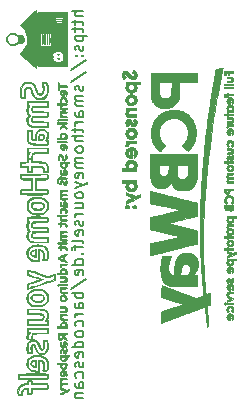
<source format=gbr>
G04 #@! TF.GenerationSoftware,KiCad,Pcbnew,(5.1.5)-3*
G04 #@! TF.CreationDate,2023-03-16T00:37:57+01:00*
G04 #@! TF.ProjectId,barcode_scanner,62617263-6f64-4655-9f73-63616e6e6572,rev?*
G04 #@! TF.SameCoordinates,Original*
G04 #@! TF.FileFunction,Legend,Bot*
G04 #@! TF.FilePolarity,Positive*
%FSLAX46Y46*%
G04 Gerber Fmt 4.6, Leading zero omitted, Abs format (unit mm)*
G04 Created by KiCad (PCBNEW (5.1.5)-3) date 2023-03-16 00:37:57*
%MOMM*%
%LPD*%
G04 APERTURE LIST*
%ADD10C,0.150000*%
%ADD11C,0.010000*%
G04 APERTURE END LIST*
D10*
X154122380Y-84203047D02*
X153122380Y-84203047D01*
X154122380Y-84631619D02*
X153598571Y-84631619D01*
X153503333Y-84584000D01*
X153455714Y-84488761D01*
X153455714Y-84345904D01*
X153503333Y-84250666D01*
X153550952Y-84203047D01*
X153455714Y-84964952D02*
X153455714Y-85345904D01*
X153122380Y-85107809D02*
X153979523Y-85107809D01*
X154074761Y-85155428D01*
X154122380Y-85250666D01*
X154122380Y-85345904D01*
X153455714Y-85536380D02*
X153455714Y-85917333D01*
X153122380Y-85679238D02*
X153979523Y-85679238D01*
X154074761Y-85726857D01*
X154122380Y-85822095D01*
X154122380Y-85917333D01*
X153455714Y-86250666D02*
X154455714Y-86250666D01*
X153503333Y-86250666D02*
X153455714Y-86345904D01*
X153455714Y-86536380D01*
X153503333Y-86631619D01*
X153550952Y-86679238D01*
X153646190Y-86726857D01*
X153931904Y-86726857D01*
X154027142Y-86679238D01*
X154074761Y-86631619D01*
X154122380Y-86536380D01*
X154122380Y-86345904D01*
X154074761Y-86250666D01*
X154074761Y-87107809D02*
X154122380Y-87203047D01*
X154122380Y-87393523D01*
X154074761Y-87488761D01*
X153979523Y-87536380D01*
X153931904Y-87536380D01*
X153836666Y-87488761D01*
X153789047Y-87393523D01*
X153789047Y-87250666D01*
X153741428Y-87155428D01*
X153646190Y-87107809D01*
X153598571Y-87107809D01*
X153503333Y-87155428D01*
X153455714Y-87250666D01*
X153455714Y-87393523D01*
X153503333Y-87488761D01*
X154027142Y-87964952D02*
X154074761Y-88012571D01*
X154122380Y-87964952D01*
X154074761Y-87917333D01*
X154027142Y-87964952D01*
X154122380Y-87964952D01*
X153503333Y-87964952D02*
X153550952Y-88012571D01*
X153598571Y-87964952D01*
X153550952Y-87917333D01*
X153503333Y-87964952D01*
X153598571Y-87964952D01*
X153074761Y-89155428D02*
X154360476Y-88298285D01*
X153074761Y-90203047D02*
X154360476Y-89345904D01*
X154074761Y-90488761D02*
X154122380Y-90584000D01*
X154122380Y-90774476D01*
X154074761Y-90869714D01*
X153979523Y-90917333D01*
X153931904Y-90917333D01*
X153836666Y-90869714D01*
X153789047Y-90774476D01*
X153789047Y-90631619D01*
X153741428Y-90536380D01*
X153646190Y-90488761D01*
X153598571Y-90488761D01*
X153503333Y-90536380D01*
X153455714Y-90631619D01*
X153455714Y-90774476D01*
X153503333Y-90869714D01*
X154122380Y-91345904D02*
X153455714Y-91345904D01*
X153550952Y-91345904D02*
X153503333Y-91393523D01*
X153455714Y-91488761D01*
X153455714Y-91631619D01*
X153503333Y-91726857D01*
X153598571Y-91774476D01*
X154122380Y-91774476D01*
X153598571Y-91774476D02*
X153503333Y-91822095D01*
X153455714Y-91917333D01*
X153455714Y-92060190D01*
X153503333Y-92155428D01*
X153598571Y-92203047D01*
X154122380Y-92203047D01*
X154122380Y-93107809D02*
X153598571Y-93107809D01*
X153503333Y-93060190D01*
X153455714Y-92964952D01*
X153455714Y-92774476D01*
X153503333Y-92679238D01*
X154074761Y-93107809D02*
X154122380Y-93012571D01*
X154122380Y-92774476D01*
X154074761Y-92679238D01*
X153979523Y-92631619D01*
X153884285Y-92631619D01*
X153789047Y-92679238D01*
X153741428Y-92774476D01*
X153741428Y-93012571D01*
X153693809Y-93107809D01*
X154122380Y-93583999D02*
X153455714Y-93583999D01*
X153646190Y-93583999D02*
X153550952Y-93631619D01*
X153503333Y-93679238D01*
X153455714Y-93774476D01*
X153455714Y-93869714D01*
X153455714Y-94060190D02*
X153455714Y-94441142D01*
X153122380Y-94203047D02*
X153979523Y-94203047D01*
X154074761Y-94250666D01*
X154122380Y-94345904D01*
X154122380Y-94441142D01*
X154122380Y-94774476D02*
X153122380Y-94774476D01*
X154122380Y-95203047D02*
X153598571Y-95203047D01*
X153503333Y-95155428D01*
X153455714Y-95060190D01*
X153455714Y-94917333D01*
X153503333Y-94822095D01*
X153550952Y-94774476D01*
X154122380Y-95822095D02*
X154074761Y-95726857D01*
X154027142Y-95679238D01*
X153931904Y-95631619D01*
X153646190Y-95631619D01*
X153550952Y-95679238D01*
X153503333Y-95726857D01*
X153455714Y-95822095D01*
X153455714Y-95964952D01*
X153503333Y-96060190D01*
X153550952Y-96107809D01*
X153646190Y-96155428D01*
X153931904Y-96155428D01*
X154027142Y-96107809D01*
X154074761Y-96060190D01*
X154122380Y-95964952D01*
X154122380Y-95822095D01*
X154122380Y-96583999D02*
X153455714Y-96583999D01*
X153550952Y-96583999D02*
X153503333Y-96631619D01*
X153455714Y-96726857D01*
X153455714Y-96869714D01*
X153503333Y-96964952D01*
X153598571Y-97012571D01*
X154122380Y-97012571D01*
X153598571Y-97012571D02*
X153503333Y-97060190D01*
X153455714Y-97155428D01*
X153455714Y-97298285D01*
X153503333Y-97393523D01*
X153598571Y-97441142D01*
X154122380Y-97441142D01*
X154074761Y-98298285D02*
X154122380Y-98203047D01*
X154122380Y-98012571D01*
X154074761Y-97917333D01*
X153979523Y-97869714D01*
X153598571Y-97869714D01*
X153503333Y-97917333D01*
X153455714Y-98012571D01*
X153455714Y-98203047D01*
X153503333Y-98298285D01*
X153598571Y-98345904D01*
X153693809Y-98345904D01*
X153789047Y-97869714D01*
X153455714Y-98679238D02*
X154122380Y-98917333D01*
X153455714Y-99155428D02*
X154122380Y-98917333D01*
X154360476Y-98822095D01*
X154408095Y-98774476D01*
X154455714Y-98679238D01*
X154122380Y-99679238D02*
X154074761Y-99583999D01*
X154027142Y-99536380D01*
X153931904Y-99488761D01*
X153646190Y-99488761D01*
X153550952Y-99536380D01*
X153503333Y-99583999D01*
X153455714Y-99679238D01*
X153455714Y-99822095D01*
X153503333Y-99917333D01*
X153550952Y-99964952D01*
X153646190Y-100012571D01*
X153931904Y-100012571D01*
X154027142Y-99964952D01*
X154074761Y-99917333D01*
X154122380Y-99822095D01*
X154122380Y-99679238D01*
X153455714Y-100869714D02*
X154122380Y-100869714D01*
X153455714Y-100441142D02*
X153979523Y-100441142D01*
X154074761Y-100488761D01*
X154122380Y-100583999D01*
X154122380Y-100726857D01*
X154074761Y-100822095D01*
X154027142Y-100869714D01*
X154122380Y-101345904D02*
X153455714Y-101345904D01*
X153646190Y-101345904D02*
X153550952Y-101393523D01*
X153503333Y-101441142D01*
X153455714Y-101536380D01*
X153455714Y-101631619D01*
X154074761Y-101917333D02*
X154122380Y-102012571D01*
X154122380Y-102203047D01*
X154074761Y-102298285D01*
X153979523Y-102345904D01*
X153931904Y-102345904D01*
X153836666Y-102298285D01*
X153789047Y-102203047D01*
X153789047Y-102060190D01*
X153741428Y-101964952D01*
X153646190Y-101917333D01*
X153598571Y-101917333D01*
X153503333Y-101964952D01*
X153455714Y-102060190D01*
X153455714Y-102203047D01*
X153503333Y-102298285D01*
X154074761Y-103155428D02*
X154122380Y-103060190D01*
X154122380Y-102869714D01*
X154074761Y-102774476D01*
X153979523Y-102726857D01*
X153598571Y-102726857D01*
X153503333Y-102774476D01*
X153455714Y-102869714D01*
X153455714Y-103060190D01*
X153503333Y-103155428D01*
X153598571Y-103203047D01*
X153693809Y-103203047D01*
X153789047Y-102726857D01*
X154122380Y-103774476D02*
X154074761Y-103679238D01*
X153979523Y-103631619D01*
X153122380Y-103631619D01*
X153455714Y-104012571D02*
X153455714Y-104393523D01*
X154122380Y-104155428D02*
X153265238Y-104155428D01*
X153170000Y-104203047D01*
X153122380Y-104298285D01*
X153122380Y-104393523D01*
X154027142Y-104726857D02*
X154074761Y-104774476D01*
X154122380Y-104726857D01*
X154074761Y-104679238D01*
X154027142Y-104726857D01*
X154122380Y-104726857D01*
X154122380Y-105631619D02*
X153122380Y-105631619D01*
X154074761Y-105631619D02*
X154122380Y-105536380D01*
X154122380Y-105345904D01*
X154074761Y-105250666D01*
X154027142Y-105203047D01*
X153931904Y-105155428D01*
X153646190Y-105155428D01*
X153550952Y-105203047D01*
X153503333Y-105250666D01*
X153455714Y-105345904D01*
X153455714Y-105536380D01*
X153503333Y-105631619D01*
X154074761Y-106488761D02*
X154122380Y-106393523D01*
X154122380Y-106203047D01*
X154074761Y-106107809D01*
X153979523Y-106060190D01*
X153598571Y-106060190D01*
X153503333Y-106107809D01*
X153455714Y-106203047D01*
X153455714Y-106393523D01*
X153503333Y-106488761D01*
X153598571Y-106536380D01*
X153693809Y-106536380D01*
X153789047Y-106060190D01*
X153074761Y-107679238D02*
X154360476Y-106822095D01*
X154122380Y-108012571D02*
X153122380Y-108012571D01*
X153503333Y-108012571D02*
X153455714Y-108107809D01*
X153455714Y-108298285D01*
X153503333Y-108393523D01*
X153550952Y-108441142D01*
X153646190Y-108488761D01*
X153931904Y-108488761D01*
X154027142Y-108441142D01*
X154074761Y-108393523D01*
X154122380Y-108298285D01*
X154122380Y-108107809D01*
X154074761Y-108012571D01*
X154122380Y-109345904D02*
X153598571Y-109345904D01*
X153503333Y-109298285D01*
X153455714Y-109203047D01*
X153455714Y-109012571D01*
X153503333Y-108917333D01*
X154074761Y-109345904D02*
X154122380Y-109250666D01*
X154122380Y-109012571D01*
X154074761Y-108917333D01*
X153979523Y-108869714D01*
X153884285Y-108869714D01*
X153789047Y-108917333D01*
X153741428Y-109012571D01*
X153741428Y-109250666D01*
X153693809Y-109345904D01*
X154122380Y-109822095D02*
X153455714Y-109822095D01*
X153646190Y-109822095D02*
X153550952Y-109869714D01*
X153503333Y-109917333D01*
X153455714Y-110012571D01*
X153455714Y-110107809D01*
X154074761Y-110869714D02*
X154122380Y-110774476D01*
X154122380Y-110583999D01*
X154074761Y-110488761D01*
X154027142Y-110441142D01*
X153931904Y-110393523D01*
X153646190Y-110393523D01*
X153550952Y-110441142D01*
X153503333Y-110488761D01*
X153455714Y-110583999D01*
X153455714Y-110774476D01*
X153503333Y-110869714D01*
X154122380Y-111441142D02*
X154074761Y-111345904D01*
X154027142Y-111298285D01*
X153931904Y-111250666D01*
X153646190Y-111250666D01*
X153550952Y-111298285D01*
X153503333Y-111345904D01*
X153455714Y-111441142D01*
X153455714Y-111583999D01*
X153503333Y-111679238D01*
X153550952Y-111726857D01*
X153646190Y-111774476D01*
X153931904Y-111774476D01*
X154027142Y-111726857D01*
X154074761Y-111679238D01*
X154122380Y-111583999D01*
X154122380Y-111441142D01*
X154122380Y-112631619D02*
X153122380Y-112631619D01*
X154074761Y-112631619D02*
X154122380Y-112536380D01*
X154122380Y-112345904D01*
X154074761Y-112250666D01*
X154027142Y-112203047D01*
X153931904Y-112155428D01*
X153646190Y-112155428D01*
X153550952Y-112203047D01*
X153503333Y-112250666D01*
X153455714Y-112345904D01*
X153455714Y-112536380D01*
X153503333Y-112631619D01*
X154074761Y-113488761D02*
X154122380Y-113393523D01*
X154122380Y-113203047D01*
X154074761Y-113107809D01*
X153979523Y-113060190D01*
X153598571Y-113060190D01*
X153503333Y-113107809D01*
X153455714Y-113203047D01*
X153455714Y-113393523D01*
X153503333Y-113488761D01*
X153598571Y-113536380D01*
X153693809Y-113536380D01*
X153789047Y-113060190D01*
X154074761Y-113917333D02*
X154122380Y-114012571D01*
X154122380Y-114203047D01*
X154074761Y-114298285D01*
X153979523Y-114345904D01*
X153931904Y-114345904D01*
X153836666Y-114298285D01*
X153789047Y-114203047D01*
X153789047Y-114060190D01*
X153741428Y-113964952D01*
X153646190Y-113917333D01*
X153598571Y-113917333D01*
X153503333Y-113964952D01*
X153455714Y-114060190D01*
X153455714Y-114203047D01*
X153503333Y-114298285D01*
X154074761Y-115203047D02*
X154122380Y-115107809D01*
X154122380Y-114917333D01*
X154074761Y-114822095D01*
X154027142Y-114774476D01*
X153931904Y-114726857D01*
X153646190Y-114726857D01*
X153550952Y-114774476D01*
X153503333Y-114822095D01*
X153455714Y-114917333D01*
X153455714Y-115107809D01*
X153503333Y-115203047D01*
X154122380Y-116060190D02*
X153598571Y-116060190D01*
X153503333Y-116012571D01*
X153455714Y-115917333D01*
X153455714Y-115726857D01*
X153503333Y-115631619D01*
X154074761Y-116060190D02*
X154122380Y-115964952D01*
X154122380Y-115726857D01*
X154074761Y-115631619D01*
X153979523Y-115583999D01*
X153884285Y-115583999D01*
X153789047Y-115631619D01*
X153741428Y-115726857D01*
X153741428Y-115964952D01*
X153693809Y-116060190D01*
X153455714Y-116536380D02*
X154122380Y-116536380D01*
X153550952Y-116536380D02*
X153503333Y-116583999D01*
X153455714Y-116679238D01*
X153455714Y-116822095D01*
X153503333Y-116917333D01*
X153598571Y-116964952D01*
X154122380Y-116964952D01*
D11*
G36*
X157637795Y-100786658D02*
G01*
X157662997Y-100817204D01*
X157691343Y-100835884D01*
X157715342Y-100846067D01*
X157740905Y-100851920D01*
X157773822Y-100854433D01*
X157801410Y-100854748D01*
X157863702Y-100850519D01*
X157911734Y-100837912D01*
X157946191Y-100816505D01*
X157967759Y-100785878D01*
X157977005Y-100747069D01*
X157976552Y-100712861D01*
X157967184Y-100685950D01*
X157964070Y-100680689D01*
X157937731Y-100652520D01*
X157899097Y-100633101D01*
X157847025Y-100621960D01*
X157815956Y-100619363D01*
X157768777Y-100619046D01*
X157732675Y-100623944D01*
X157713679Y-100629794D01*
X157672594Y-100652388D01*
X157644160Y-100682171D01*
X157628680Y-100716342D01*
X157626457Y-100752104D01*
X157637795Y-100786658D01*
G37*
X157637795Y-100786658D02*
X157662997Y-100817204D01*
X157691343Y-100835884D01*
X157715342Y-100846067D01*
X157740905Y-100851920D01*
X157773822Y-100854433D01*
X157801410Y-100854748D01*
X157863702Y-100850519D01*
X157911734Y-100837912D01*
X157946191Y-100816505D01*
X157967759Y-100785878D01*
X157977005Y-100747069D01*
X157976552Y-100712861D01*
X157967184Y-100685950D01*
X157964070Y-100680689D01*
X157937731Y-100652520D01*
X157899097Y-100633101D01*
X157847025Y-100621960D01*
X157815956Y-100619363D01*
X157768777Y-100619046D01*
X157732675Y-100623944D01*
X157713679Y-100629794D01*
X157672594Y-100652388D01*
X157644160Y-100682171D01*
X157628680Y-100716342D01*
X157626457Y-100752104D01*
X157637795Y-100786658D01*
G36*
X158261290Y-100766770D02*
G01*
X158270504Y-100789230D01*
X158283926Y-100806610D01*
X158311304Y-100830099D01*
X158346284Y-100845220D01*
X158391835Y-100852893D01*
X158437715Y-100854289D01*
X158488842Y-100851300D01*
X158527969Y-100842628D01*
X158559472Y-100826912D01*
X158580691Y-100809715D01*
X158595813Y-100793165D01*
X158603401Y-100776144D01*
X158605922Y-100751777D01*
X158606066Y-100739069D01*
X158604826Y-100710070D01*
X158599275Y-100690592D01*
X158586667Y-100673295D01*
X158578152Y-100664460D01*
X158545266Y-100639830D01*
X158504072Y-100624766D01*
X158451577Y-100618315D01*
X158431891Y-100617914D01*
X158371971Y-100622971D01*
X158323896Y-100637886D01*
X158288486Y-100662097D01*
X158266559Y-100695041D01*
X158258934Y-100736156D01*
X158258933Y-100736755D01*
X158261290Y-100766770D01*
G37*
X158261290Y-100766770D02*
X158270504Y-100789230D01*
X158283926Y-100806610D01*
X158311304Y-100830099D01*
X158346284Y-100845220D01*
X158391835Y-100852893D01*
X158437715Y-100854289D01*
X158488842Y-100851300D01*
X158527969Y-100842628D01*
X158559472Y-100826912D01*
X158580691Y-100809715D01*
X158595813Y-100793165D01*
X158603401Y-100776144D01*
X158605922Y-100751777D01*
X158606066Y-100739069D01*
X158604826Y-100710070D01*
X158599275Y-100690592D01*
X158586667Y-100673295D01*
X158578152Y-100664460D01*
X158545266Y-100639830D01*
X158504072Y-100624766D01*
X158451577Y-100618315D01*
X158431891Y-100617914D01*
X158371971Y-100622971D01*
X158323896Y-100637886D01*
X158288486Y-100662097D01*
X158266559Y-100695041D01*
X158258934Y-100736156D01*
X158258933Y-100736755D01*
X158261290Y-100766770D01*
G36*
X157685238Y-95563226D02*
G01*
X157690463Y-95594914D01*
X157698145Y-95617772D01*
X157707367Y-95628485D01*
X157711725Y-95628480D01*
X157723174Y-95624380D01*
X157746988Y-95615949D01*
X157779554Y-95604465D01*
X157812944Y-95592719D01*
X157852473Y-95578528D01*
X157878423Y-95568130D01*
X157893313Y-95560070D01*
X157899663Y-95552895D01*
X157899994Y-95545151D01*
X157899398Y-95542841D01*
X157890594Y-95508124D01*
X157888958Y-95483671D01*
X157894987Y-95464185D01*
X157908563Y-95445093D01*
X157926641Y-95426748D01*
X157948333Y-95411464D01*
X157975213Y-95398985D01*
X158008855Y-95389056D01*
X158050832Y-95381421D01*
X158102717Y-95375825D01*
X158166085Y-95372012D01*
X158242508Y-95369726D01*
X158333562Y-95368712D01*
X158379583Y-95368603D01*
X158606066Y-95368534D01*
X158606066Y-95139934D01*
X157700133Y-95139934D01*
X157700133Y-95343134D01*
X157787847Y-95343134D01*
X157751307Y-95374411D01*
X157714468Y-95414504D01*
X157692344Y-95460318D01*
X157683631Y-95514764D01*
X157683385Y-95526020D01*
X157685238Y-95563226D01*
G37*
X157685238Y-95563226D02*
X157690463Y-95594914D01*
X157698145Y-95617772D01*
X157707367Y-95628485D01*
X157711725Y-95628480D01*
X157723174Y-95624380D01*
X157746988Y-95615949D01*
X157779554Y-95604465D01*
X157812944Y-95592719D01*
X157852473Y-95578528D01*
X157878423Y-95568130D01*
X157893313Y-95560070D01*
X157899663Y-95552895D01*
X157899994Y-95545151D01*
X157899398Y-95542841D01*
X157890594Y-95508124D01*
X157888958Y-95483671D01*
X157894987Y-95464185D01*
X157908563Y-95445093D01*
X157926641Y-95426748D01*
X157948333Y-95411464D01*
X157975213Y-95398985D01*
X158008855Y-95389056D01*
X158050832Y-95381421D01*
X158102717Y-95375825D01*
X158166085Y-95372012D01*
X158242508Y-95369726D01*
X158333562Y-95368712D01*
X158379583Y-95368603D01*
X158606066Y-95368534D01*
X158606066Y-95139934D01*
X157700133Y-95139934D01*
X157700133Y-95343134D01*
X157787847Y-95343134D01*
X157751307Y-95374411D01*
X157714468Y-95414504D01*
X157692344Y-95460318D01*
X157683631Y-95514764D01*
X157683385Y-95526020D01*
X157685238Y-95563226D01*
G36*
X157685468Y-92891539D02*
G01*
X157693263Y-92940820D01*
X157696870Y-92953583D01*
X157718585Y-93001196D01*
X157750850Y-93047890D01*
X157788833Y-93087199D01*
X157807208Y-93101232D01*
X157825414Y-93112794D01*
X157843646Y-93122391D01*
X157863628Y-93130204D01*
X157887084Y-93136415D01*
X157915738Y-93141206D01*
X157951314Y-93144756D01*
X157995537Y-93147249D01*
X158050131Y-93148864D01*
X158116819Y-93149785D01*
X158197327Y-93150190D01*
X158273412Y-93150267D01*
X158606066Y-93150267D01*
X158606066Y-92921667D01*
X158358416Y-92921499D01*
X158269082Y-92921123D01*
X158194872Y-92920014D01*
X158133986Y-92918000D01*
X158084623Y-92914911D01*
X158044985Y-92910575D01*
X158013271Y-92904823D01*
X157987681Y-92897482D01*
X157966415Y-92888382D01*
X157957360Y-92883425D01*
X157923940Y-92854587D01*
X157903284Y-92815841D01*
X157896363Y-92769428D01*
X157898038Y-92746264D01*
X157910030Y-92700902D01*
X157933515Y-92664071D01*
X157970516Y-92633233D01*
X158002265Y-92615449D01*
X158059549Y-92587233D01*
X158332807Y-92584586D01*
X158606066Y-92581938D01*
X158606066Y-92345933D01*
X157700133Y-92345933D01*
X157700133Y-92583000D01*
X157783296Y-92583000D01*
X157747872Y-92635917D01*
X157727506Y-92669736D01*
X157709216Y-92705923D01*
X157697823Y-92734256D01*
X157687780Y-92781037D01*
X157683651Y-92835872D01*
X157685468Y-92891539D01*
G37*
X157685468Y-92891539D02*
X157693263Y-92940820D01*
X157696870Y-92953583D01*
X157718585Y-93001196D01*
X157750850Y-93047890D01*
X157788833Y-93087199D01*
X157807208Y-93101232D01*
X157825414Y-93112794D01*
X157843646Y-93122391D01*
X157863628Y-93130204D01*
X157887084Y-93136415D01*
X157915738Y-93141206D01*
X157951314Y-93144756D01*
X157995537Y-93147249D01*
X158050131Y-93148864D01*
X158116819Y-93149785D01*
X158197327Y-93150190D01*
X158273412Y-93150267D01*
X158606066Y-93150267D01*
X158606066Y-92921667D01*
X158358416Y-92921499D01*
X158269082Y-92921123D01*
X158194872Y-92920014D01*
X158133986Y-92918000D01*
X158084623Y-92914911D01*
X158044985Y-92910575D01*
X158013271Y-92904823D01*
X157987681Y-92897482D01*
X157966415Y-92888382D01*
X157957360Y-92883425D01*
X157923940Y-92854587D01*
X157903284Y-92815841D01*
X157896363Y-92769428D01*
X157898038Y-92746264D01*
X157910030Y-92700902D01*
X157933515Y-92664071D01*
X157970516Y-92633233D01*
X158002265Y-92615449D01*
X158059549Y-92587233D01*
X158332807Y-92584586D01*
X158606066Y-92581938D01*
X158606066Y-92345933D01*
X157700133Y-92345933D01*
X157700133Y-92583000D01*
X157783296Y-92583000D01*
X157747872Y-92635917D01*
X157727506Y-92669736D01*
X157709216Y-92705923D01*
X157697823Y-92734256D01*
X157687780Y-92781037D01*
X157683651Y-92835872D01*
X157685468Y-92891539D01*
G36*
X157786865Y-98738267D02*
G01*
X157773042Y-98757317D01*
X157736486Y-98811134D01*
X157710906Y-98858601D01*
X157694729Y-98904738D01*
X157686382Y-98954563D01*
X157684291Y-99013097D01*
X157684815Y-99038834D01*
X157686616Y-99082106D01*
X157689548Y-99113721D01*
X157694669Y-99138952D01*
X157703036Y-99163076D01*
X157715138Y-99190163D01*
X157751759Y-99250368D01*
X157801602Y-99306397D01*
X157860966Y-99354603D01*
X157913110Y-99385224D01*
X157993984Y-99417084D01*
X158077126Y-99435215D01*
X158160703Y-99440297D01*
X158242882Y-99433010D01*
X158321830Y-99414032D01*
X158395713Y-99384044D01*
X158462699Y-99343725D01*
X158520954Y-99293754D01*
X158568646Y-99234811D01*
X158603941Y-99167575D01*
X158618326Y-99123838D01*
X158626029Y-99081388D01*
X158629942Y-99031730D01*
X158630028Y-98980947D01*
X158626253Y-98935122D01*
X158619595Y-98903367D01*
X158600559Y-98855101D01*
X158574854Y-98805471D01*
X158548806Y-98765784D01*
X158527856Y-98738267D01*
X158606066Y-98738267D01*
X158606066Y-98501200D01*
X158120913Y-98501200D01*
X158120913Y-98731389D01*
X158173084Y-98731526D01*
X158242937Y-98741550D01*
X158301592Y-98763862D01*
X158348719Y-98798275D01*
X158383986Y-98844606D01*
X158387693Y-98851515D01*
X158409989Y-98905419D01*
X158418272Y-98955941D01*
X158413087Y-99008353D01*
X158406533Y-99033868D01*
X158382762Y-99086111D01*
X158346645Y-99129655D01*
X158300763Y-99163792D01*
X158247698Y-99187813D01*
X158190033Y-99201009D01*
X158130349Y-99202673D01*
X158071230Y-99192097D01*
X158015257Y-99168572D01*
X157985923Y-99149230D01*
X157944859Y-99107948D01*
X157916747Y-99058625D01*
X157901633Y-99004181D01*
X157899561Y-98947535D01*
X157910576Y-98891605D01*
X157934721Y-98839310D01*
X157972042Y-98793571D01*
X157980386Y-98786068D01*
X158021797Y-98757179D01*
X158067362Y-98739315D01*
X158120913Y-98731389D01*
X158120913Y-98501200D01*
X157353000Y-98501200D01*
X157353000Y-98738267D01*
X157786865Y-98738267D01*
G37*
X157786865Y-98738267D02*
X157773042Y-98757317D01*
X157736486Y-98811134D01*
X157710906Y-98858601D01*
X157694729Y-98904738D01*
X157686382Y-98954563D01*
X157684291Y-99013097D01*
X157684815Y-99038834D01*
X157686616Y-99082106D01*
X157689548Y-99113721D01*
X157694669Y-99138952D01*
X157703036Y-99163076D01*
X157715138Y-99190163D01*
X157751759Y-99250368D01*
X157801602Y-99306397D01*
X157860966Y-99354603D01*
X157913110Y-99385224D01*
X157993984Y-99417084D01*
X158077126Y-99435215D01*
X158160703Y-99440297D01*
X158242882Y-99433010D01*
X158321830Y-99414032D01*
X158395713Y-99384044D01*
X158462699Y-99343725D01*
X158520954Y-99293754D01*
X158568646Y-99234811D01*
X158603941Y-99167575D01*
X158618326Y-99123838D01*
X158626029Y-99081388D01*
X158629942Y-99031730D01*
X158630028Y-98980947D01*
X158626253Y-98935122D01*
X158619595Y-98903367D01*
X158600559Y-98855101D01*
X158574854Y-98805471D01*
X158548806Y-98765784D01*
X158527856Y-98738267D01*
X158606066Y-98738267D01*
X158606066Y-98501200D01*
X158120913Y-98501200D01*
X158120913Y-98731389D01*
X158173084Y-98731526D01*
X158242937Y-98741550D01*
X158301592Y-98763862D01*
X158348719Y-98798275D01*
X158383986Y-98844606D01*
X158387693Y-98851515D01*
X158409989Y-98905419D01*
X158418272Y-98955941D01*
X158413087Y-99008353D01*
X158406533Y-99033868D01*
X158382762Y-99086111D01*
X158346645Y-99129655D01*
X158300763Y-99163792D01*
X158247698Y-99187813D01*
X158190033Y-99201009D01*
X158130349Y-99202673D01*
X158071230Y-99192097D01*
X158015257Y-99168572D01*
X157985923Y-99149230D01*
X157944859Y-99107948D01*
X157916747Y-99058625D01*
X157901633Y-99004181D01*
X157899561Y-98947535D01*
X157910576Y-98891605D01*
X157934721Y-98839310D01*
X157972042Y-98793571D01*
X157980386Y-98786068D01*
X158021797Y-98757179D01*
X158067362Y-98739315D01*
X158120913Y-98731389D01*
X158120913Y-98501200D01*
X157353000Y-98501200D01*
X157353000Y-98738267D01*
X157786865Y-98738267D01*
G36*
X158606066Y-97713800D02*
G01*
X158606066Y-97476734D01*
X158527856Y-97476734D01*
X158550495Y-97447053D01*
X158565796Y-97423913D01*
X158583807Y-97392240D01*
X158599961Y-97360269D01*
X158612808Y-97331078D01*
X158620964Y-97305964D01*
X158625617Y-97279065D01*
X158627956Y-97244520D01*
X158628726Y-97218500D01*
X158628762Y-97178267D01*
X158627246Y-97140753D01*
X158624473Y-97111598D01*
X158622640Y-97101647D01*
X158595839Y-97028049D01*
X158554787Y-96961422D01*
X158501175Y-96903028D01*
X158436694Y-96854129D01*
X158363035Y-96815987D01*
X158281887Y-96789863D01*
X158194943Y-96777019D01*
X158186966Y-96776561D01*
X158135763Y-96777871D01*
X158135763Y-97012575D01*
X158177827Y-97012957D01*
X158241657Y-97024371D01*
X158297498Y-97048436D01*
X158344117Y-97083159D01*
X158380279Y-97126542D01*
X158404750Y-97176590D01*
X158416296Y-97231308D01*
X158413681Y-97288701D01*
X158395673Y-97346772D01*
X158390709Y-97357129D01*
X158357878Y-97406538D01*
X158315373Y-97443315D01*
X158262160Y-97468047D01*
X158197208Y-97481322D01*
X158168692Y-97483510D01*
X158129925Y-97484809D01*
X158102243Y-97483785D01*
X158079863Y-97479574D01*
X158057000Y-97471312D01*
X158041692Y-97464531D01*
X157984867Y-97431426D01*
X157942930Y-97390518D01*
X157915340Y-97340983D01*
X157901558Y-97281999D01*
X157899672Y-97248120D01*
X157900419Y-97212167D01*
X157904257Y-97185901D01*
X157912872Y-97162135D01*
X157925477Y-97138053D01*
X157963510Y-97086441D01*
X158011788Y-97048050D01*
X158069482Y-97023291D01*
X158135763Y-97012575D01*
X158135763Y-96777871D01*
X158093291Y-96778959D01*
X158005207Y-96795219D01*
X157924240Y-96824540D01*
X157851914Y-96866121D01*
X157789753Y-96919164D01*
X157739281Y-96982867D01*
X157716357Y-97023579D01*
X157703658Y-97050632D01*
X157695190Y-97073200D01*
X157689961Y-97096202D01*
X157686978Y-97124560D01*
X157685248Y-97163192D01*
X157684750Y-97180212D01*
X157684812Y-97240465D01*
X157689726Y-97290061D01*
X157701041Y-97333867D01*
X157720306Y-97376752D01*
X157749071Y-97423583D01*
X157773042Y-97457684D01*
X157786865Y-97476734D01*
X157353000Y-97476734D01*
X157353000Y-97713800D01*
X158606066Y-97713800D01*
G37*
X158606066Y-97713800D02*
X158606066Y-97476734D01*
X158527856Y-97476734D01*
X158550495Y-97447053D01*
X158565796Y-97423913D01*
X158583807Y-97392240D01*
X158599961Y-97360269D01*
X158612808Y-97331078D01*
X158620964Y-97305964D01*
X158625617Y-97279065D01*
X158627956Y-97244520D01*
X158628726Y-97218500D01*
X158628762Y-97178267D01*
X158627246Y-97140753D01*
X158624473Y-97111598D01*
X158622640Y-97101647D01*
X158595839Y-97028049D01*
X158554787Y-96961422D01*
X158501175Y-96903028D01*
X158436694Y-96854129D01*
X158363035Y-96815987D01*
X158281887Y-96789863D01*
X158194943Y-96777019D01*
X158186966Y-96776561D01*
X158135763Y-96777871D01*
X158135763Y-97012575D01*
X158177827Y-97012957D01*
X158241657Y-97024371D01*
X158297498Y-97048436D01*
X158344117Y-97083159D01*
X158380279Y-97126542D01*
X158404750Y-97176590D01*
X158416296Y-97231308D01*
X158413681Y-97288701D01*
X158395673Y-97346772D01*
X158390709Y-97357129D01*
X158357878Y-97406538D01*
X158315373Y-97443315D01*
X158262160Y-97468047D01*
X158197208Y-97481322D01*
X158168692Y-97483510D01*
X158129925Y-97484809D01*
X158102243Y-97483785D01*
X158079863Y-97479574D01*
X158057000Y-97471312D01*
X158041692Y-97464531D01*
X157984867Y-97431426D01*
X157942930Y-97390518D01*
X157915340Y-97340983D01*
X157901558Y-97281999D01*
X157899672Y-97248120D01*
X157900419Y-97212167D01*
X157904257Y-97185901D01*
X157912872Y-97162135D01*
X157925477Y-97138053D01*
X157963510Y-97086441D01*
X158011788Y-97048050D01*
X158069482Y-97023291D01*
X158135763Y-97012575D01*
X158135763Y-96777871D01*
X158093291Y-96778959D01*
X158005207Y-96795219D01*
X157924240Y-96824540D01*
X157851914Y-96866121D01*
X157789753Y-96919164D01*
X157739281Y-96982867D01*
X157716357Y-97023579D01*
X157703658Y-97050632D01*
X157695190Y-97073200D01*
X157689961Y-97096202D01*
X157686978Y-97124560D01*
X157685248Y-97163192D01*
X157684750Y-97180212D01*
X157684812Y-97240465D01*
X157689726Y-97290061D01*
X157701041Y-97333867D01*
X157720306Y-97376752D01*
X157749071Y-97423583D01*
X157773042Y-97457684D01*
X157786865Y-97476734D01*
X157353000Y-97476734D01*
X157353000Y-97713800D01*
X158606066Y-97713800D01*
G36*
X157686126Y-96236218D02*
G01*
X157692128Y-96285026D01*
X157696164Y-96303748D01*
X157725286Y-96382866D01*
X157768690Y-96454594D01*
X157824656Y-96517094D01*
X157891469Y-96568527D01*
X157967410Y-96607055D01*
X157985760Y-96613819D01*
X158022423Y-96623914D01*
X158066907Y-96632477D01*
X158113559Y-96638783D01*
X158156727Y-96642109D01*
X158190758Y-96641733D01*
X158197549Y-96640919D01*
X158225066Y-96636612D01*
X158225066Y-96277739D01*
X158225138Y-96201632D01*
X158225345Y-96131029D01*
X158225670Y-96067672D01*
X158226098Y-96013300D01*
X158226615Y-95969656D01*
X158227204Y-95938479D01*
X158227851Y-95921513D01*
X158228235Y-95918867D01*
X158237396Y-95921431D01*
X158256911Y-95927917D01*
X158267870Y-95931733D01*
X158322913Y-95959553D01*
X158366844Y-95999918D01*
X158399106Y-96052130D01*
X158419140Y-96115494D01*
X158420439Y-96122359D01*
X158424519Y-96191539D01*
X158411839Y-96258847D01*
X158382518Y-96323761D01*
X158369527Y-96344109D01*
X158336275Y-96392585D01*
X158380154Y-96485849D01*
X158397910Y-96521788D01*
X158414109Y-96551314D01*
X158426999Y-96571440D01*
X158434824Y-96579180D01*
X158434979Y-96579190D01*
X158448564Y-96573096D01*
X158469326Y-96556807D01*
X158494053Y-96533499D01*
X158519535Y-96506349D01*
X158542560Y-96478534D01*
X158556188Y-96459297D01*
X158584853Y-96409262D01*
X158605178Y-96359719D01*
X158618416Y-96306042D01*
X158625824Y-96243603D01*
X158628165Y-96194033D01*
X158628655Y-96130680D01*
X158626202Y-96081325D01*
X158620648Y-96043263D01*
X158618847Y-96035551D01*
X158594248Y-95966809D01*
X158557028Y-95899902D01*
X158510001Y-95838383D01*
X158455983Y-95785805D01*
X158397791Y-95745721D01*
X158383170Y-95738188D01*
X158305971Y-95709827D01*
X158221151Y-95694184D01*
X158132726Y-95691673D01*
X158044708Y-95702709D01*
X158043033Y-95703059D01*
X158034398Y-95705743D01*
X158034398Y-95935800D01*
X158035547Y-95943907D01*
X158036585Y-95966785D01*
X158037470Y-96002273D01*
X158038161Y-96048209D01*
X158038617Y-96102433D01*
X158038798Y-96162783D01*
X158038800Y-96168633D01*
X158038536Y-96231011D01*
X158037790Y-96286673D01*
X158036628Y-96333584D01*
X158035115Y-96369710D01*
X158033317Y-96393015D01*
X158031300Y-96401463D01*
X158031257Y-96401467D01*
X158020686Y-96397003D01*
X158001092Y-96385446D01*
X157982574Y-96373262D01*
X157954225Y-96350084D01*
X157931233Y-96321382D01*
X157912035Y-96287794D01*
X157896069Y-96254396D01*
X157887190Y-96227496D01*
X157883461Y-96199264D01*
X157882887Y-96169949D01*
X157890305Y-96103310D01*
X157912106Y-96045553D01*
X157948486Y-95996314D01*
X157998415Y-95956007D01*
X158018469Y-95943756D01*
X158031972Y-95936579D01*
X158034398Y-95935800D01*
X158034398Y-95705743D01*
X157962648Y-95728053D01*
X157888709Y-95766833D01*
X157823174Y-95817582D01*
X157768002Y-95878481D01*
X157725152Y-95947712D01*
X157696583Y-96023455D01*
X157696164Y-96025052D01*
X157688547Y-96068113D01*
X157684335Y-96121701D01*
X157683528Y-96179756D01*
X157686126Y-96236218D01*
G37*
X157686126Y-96236218D02*
X157692128Y-96285026D01*
X157696164Y-96303748D01*
X157725286Y-96382866D01*
X157768690Y-96454594D01*
X157824656Y-96517094D01*
X157891469Y-96568527D01*
X157967410Y-96607055D01*
X157985760Y-96613819D01*
X158022423Y-96623914D01*
X158066907Y-96632477D01*
X158113559Y-96638783D01*
X158156727Y-96642109D01*
X158190758Y-96641733D01*
X158197549Y-96640919D01*
X158225066Y-96636612D01*
X158225066Y-96277739D01*
X158225138Y-96201632D01*
X158225345Y-96131029D01*
X158225670Y-96067672D01*
X158226098Y-96013300D01*
X158226615Y-95969656D01*
X158227204Y-95938479D01*
X158227851Y-95921513D01*
X158228235Y-95918867D01*
X158237396Y-95921431D01*
X158256911Y-95927917D01*
X158267870Y-95931733D01*
X158322913Y-95959553D01*
X158366844Y-95999918D01*
X158399106Y-96052130D01*
X158419140Y-96115494D01*
X158420439Y-96122359D01*
X158424519Y-96191539D01*
X158411839Y-96258847D01*
X158382518Y-96323761D01*
X158369527Y-96344109D01*
X158336275Y-96392585D01*
X158380154Y-96485849D01*
X158397910Y-96521788D01*
X158414109Y-96551314D01*
X158426999Y-96571440D01*
X158434824Y-96579180D01*
X158434979Y-96579190D01*
X158448564Y-96573096D01*
X158469326Y-96556807D01*
X158494053Y-96533499D01*
X158519535Y-96506349D01*
X158542560Y-96478534D01*
X158556188Y-96459297D01*
X158584853Y-96409262D01*
X158605178Y-96359719D01*
X158618416Y-96306042D01*
X158625824Y-96243603D01*
X158628165Y-96194033D01*
X158628655Y-96130680D01*
X158626202Y-96081325D01*
X158620648Y-96043263D01*
X158618847Y-96035551D01*
X158594248Y-95966809D01*
X158557028Y-95899902D01*
X158510001Y-95838383D01*
X158455983Y-95785805D01*
X158397791Y-95745721D01*
X158383170Y-95738188D01*
X158305971Y-95709827D01*
X158221151Y-95694184D01*
X158132726Y-95691673D01*
X158044708Y-95702709D01*
X158043033Y-95703059D01*
X158034398Y-95705743D01*
X158034398Y-95935800D01*
X158035547Y-95943907D01*
X158036585Y-95966785D01*
X158037470Y-96002273D01*
X158038161Y-96048209D01*
X158038617Y-96102433D01*
X158038798Y-96162783D01*
X158038800Y-96168633D01*
X158038536Y-96231011D01*
X158037790Y-96286673D01*
X158036628Y-96333584D01*
X158035115Y-96369710D01*
X158033317Y-96393015D01*
X158031300Y-96401463D01*
X158031257Y-96401467D01*
X158020686Y-96397003D01*
X158001092Y-96385446D01*
X157982574Y-96373262D01*
X157954225Y-96350084D01*
X157931233Y-96321382D01*
X157912035Y-96287794D01*
X157896069Y-96254396D01*
X157887190Y-96227496D01*
X157883461Y-96199264D01*
X157882887Y-96169949D01*
X157890305Y-96103310D01*
X157912106Y-96045553D01*
X157948486Y-95996314D01*
X157998415Y-95956007D01*
X158018469Y-95943756D01*
X158031972Y-95936579D01*
X158034398Y-95935800D01*
X158034398Y-95705743D01*
X157962648Y-95728053D01*
X157888709Y-95766833D01*
X157823174Y-95817582D01*
X157768002Y-95878481D01*
X157725152Y-95947712D01*
X157696583Y-96023455D01*
X157696164Y-96025052D01*
X157688547Y-96068113D01*
X157684335Y-96121701D01*
X157683528Y-96179756D01*
X157686126Y-96236218D01*
G36*
X157687002Y-94615396D02*
G01*
X157695801Y-94663164D01*
X157696715Y-94666380D01*
X157729439Y-94749380D01*
X157775582Y-94823958D01*
X157833527Y-94888519D01*
X157901656Y-94941469D01*
X157978352Y-94981212D01*
X158035009Y-94999993D01*
X158086696Y-95008934D01*
X158147065Y-95012373D01*
X158208786Y-95010325D01*
X158264530Y-95002804D01*
X158278877Y-94999512D01*
X158361043Y-94969835D01*
X158435469Y-94926026D01*
X158500474Y-94869769D01*
X158554375Y-94802744D01*
X158595490Y-94726635D01*
X158618045Y-94660345D01*
X158626832Y-94609806D01*
X158630541Y-94550619D01*
X158629239Y-94489472D01*
X158622991Y-94433051D01*
X158615464Y-94399100D01*
X158583085Y-94317108D01*
X158536534Y-94244295D01*
X158476196Y-94181187D01*
X158430988Y-94146452D01*
X158371301Y-94110565D01*
X158312823Y-94086521D01*
X158249563Y-94072342D01*
X158189207Y-94066654D01*
X158156763Y-94066564D01*
X158156763Y-94302468D01*
X158202356Y-94303441D01*
X158238267Y-94309167D01*
X158294579Y-94332890D01*
X158343176Y-94370616D01*
X158381875Y-94420343D01*
X158400612Y-94457971D01*
X158407445Y-94488414D01*
X158409204Y-94528568D01*
X158406313Y-94572129D01*
X158399196Y-94612791D01*
X158388276Y-94644248D01*
X158388077Y-94644634D01*
X158353706Y-94693214D01*
X158307844Y-94731560D01*
X158253209Y-94758647D01*
X158192519Y-94773450D01*
X158128493Y-94774944D01*
X158070842Y-94764231D01*
X158020797Y-94741753D01*
X157974940Y-94706491D01*
X157937934Y-94662586D01*
X157920563Y-94630747D01*
X157908154Y-94586219D01*
X157904251Y-94534896D01*
X157908752Y-94483734D01*
X157921556Y-94439691D01*
X157923418Y-94435681D01*
X157950784Y-94394059D01*
X157988842Y-94355588D01*
X158031592Y-94326296D01*
X158032926Y-94325601D01*
X158065845Y-94314044D01*
X158109192Y-94306168D01*
X158156763Y-94302468D01*
X158156763Y-94066564D01*
X158112844Y-94066440D01*
X158046025Y-94074993D01*
X157983253Y-94093305D01*
X157940929Y-94111428D01*
X157876904Y-94150413D01*
X157817428Y-94202669D01*
X157765577Y-94264601D01*
X157724430Y-94332610D01*
X157700008Y-94393031D01*
X157689677Y-94440760D01*
X157684016Y-94497916D01*
X157683099Y-94558221D01*
X157687002Y-94615396D01*
G37*
X157687002Y-94615396D02*
X157695801Y-94663164D01*
X157696715Y-94666380D01*
X157729439Y-94749380D01*
X157775582Y-94823958D01*
X157833527Y-94888519D01*
X157901656Y-94941469D01*
X157978352Y-94981212D01*
X158035009Y-94999993D01*
X158086696Y-95008934D01*
X158147065Y-95012373D01*
X158208786Y-95010325D01*
X158264530Y-95002804D01*
X158278877Y-94999512D01*
X158361043Y-94969835D01*
X158435469Y-94926026D01*
X158500474Y-94869769D01*
X158554375Y-94802744D01*
X158595490Y-94726635D01*
X158618045Y-94660345D01*
X158626832Y-94609806D01*
X158630541Y-94550619D01*
X158629239Y-94489472D01*
X158622991Y-94433051D01*
X158615464Y-94399100D01*
X158583085Y-94317108D01*
X158536534Y-94244295D01*
X158476196Y-94181187D01*
X158430988Y-94146452D01*
X158371301Y-94110565D01*
X158312823Y-94086521D01*
X158249563Y-94072342D01*
X158189207Y-94066654D01*
X158156763Y-94066564D01*
X158156763Y-94302468D01*
X158202356Y-94303441D01*
X158238267Y-94309167D01*
X158294579Y-94332890D01*
X158343176Y-94370616D01*
X158381875Y-94420343D01*
X158400612Y-94457971D01*
X158407445Y-94488414D01*
X158409204Y-94528568D01*
X158406313Y-94572129D01*
X158399196Y-94612791D01*
X158388276Y-94644248D01*
X158388077Y-94644634D01*
X158353706Y-94693214D01*
X158307844Y-94731560D01*
X158253209Y-94758647D01*
X158192519Y-94773450D01*
X158128493Y-94774944D01*
X158070842Y-94764231D01*
X158020797Y-94741753D01*
X157974940Y-94706491D01*
X157937934Y-94662586D01*
X157920563Y-94630747D01*
X157908154Y-94586219D01*
X157904251Y-94534896D01*
X157908752Y-94483734D01*
X157921556Y-94439691D01*
X157923418Y-94435681D01*
X157950784Y-94394059D01*
X157988842Y-94355588D01*
X158031592Y-94326296D01*
X158032926Y-94325601D01*
X158065845Y-94314044D01*
X158109192Y-94306168D01*
X158156763Y-94302468D01*
X158156763Y-94066564D01*
X158112844Y-94066440D01*
X158046025Y-94074993D01*
X157983253Y-94093305D01*
X157940929Y-94111428D01*
X157876904Y-94150413D01*
X157817428Y-94202669D01*
X157765577Y-94264601D01*
X157724430Y-94332610D01*
X157700008Y-94393031D01*
X157689677Y-94440760D01*
X157684016Y-94497916D01*
X157683099Y-94558221D01*
X157687002Y-94615396D01*
G36*
X157685993Y-93676707D02*
G01*
X157695246Y-93732318D01*
X157710183Y-93778093D01*
X157710571Y-93778939D01*
X157725031Y-93804778D01*
X157745308Y-93834169D01*
X157768557Y-93863757D01*
X157791939Y-93890186D01*
X157812609Y-93910100D01*
X157827727Y-93920146D01*
X157830676Y-93920734D01*
X157840368Y-93914982D01*
X157858405Y-93899759D01*
X157881734Y-93878111D01*
X157907302Y-93853082D01*
X157932057Y-93827721D01*
X157952945Y-93805071D01*
X157966913Y-93788181D01*
X157971066Y-93780659D01*
X157966083Y-93769453D01*
X157953528Y-93751148D01*
X157946899Y-93742746D01*
X157917080Y-93700646D01*
X157900398Y-93661464D01*
X157894885Y-93620465D01*
X157894866Y-93617666D01*
X157899863Y-93581161D01*
X157914614Y-93557904D01*
X157938756Y-93548409D01*
X157943785Y-93548200D01*
X157958719Y-93552948D01*
X157975417Y-93568131D01*
X157994912Y-93595157D01*
X158018235Y-93635435D01*
X158043098Y-93683667D01*
X158085247Y-93761597D01*
X158126951Y-93823757D01*
X158169609Y-93871209D01*
X158214616Y-93905017D01*
X158263371Y-93926242D01*
X158317272Y-93935947D01*
X158374261Y-93935485D01*
X158440053Y-93922110D01*
X158499091Y-93893979D01*
X158549377Y-93852589D01*
X158588911Y-93799438D01*
X158607192Y-93761112D01*
X158617879Y-93722478D01*
X158625306Y-93673201D01*
X158629181Y-93619119D01*
X158629212Y-93566068D01*
X158625106Y-93519883D01*
X158620396Y-93497400D01*
X158591055Y-93423430D01*
X158547512Y-93358593D01*
X158527750Y-93336817D01*
X158505906Y-93315662D01*
X158488003Y-93300410D01*
X158477761Y-93294216D01*
X158477517Y-93294200D01*
X158468297Y-93299616D01*
X158449458Y-93314366D01*
X158423738Y-93336202D01*
X158393872Y-93362878D01*
X158393616Y-93363113D01*
X158318216Y-93432025D01*
X158352715Y-93469451D01*
X158390791Y-93519734D01*
X158412803Y-93571231D01*
X158419614Y-93622935D01*
X158418269Y-93651966D01*
X158412225Y-93671500D01*
X158398914Y-93688836D01*
X158395051Y-93692785D01*
X158376410Y-93708456D01*
X158360466Y-93717002D01*
X158357245Y-93717534D01*
X158335379Y-93709471D01*
X158309568Y-93685702D01*
X158280323Y-93646860D01*
X158248156Y-93593574D01*
X158231520Y-93562455D01*
X158187458Y-93485434D01*
X158142628Y-93424539D01*
X158095878Y-93378969D01*
X158046057Y-93347921D01*
X157992011Y-93330594D01*
X157932590Y-93326186D01*
X157896391Y-93329079D01*
X157842763Y-93344090D01*
X157792840Y-93373559D01*
X157749307Y-93415042D01*
X157714847Y-93466095D01*
X157695724Y-93511838D01*
X157685893Y-93560367D01*
X157682762Y-93617356D01*
X157685993Y-93676707D01*
G37*
X157685993Y-93676707D02*
X157695246Y-93732318D01*
X157710183Y-93778093D01*
X157710571Y-93778939D01*
X157725031Y-93804778D01*
X157745308Y-93834169D01*
X157768557Y-93863757D01*
X157791939Y-93890186D01*
X157812609Y-93910100D01*
X157827727Y-93920146D01*
X157830676Y-93920734D01*
X157840368Y-93914982D01*
X157858405Y-93899759D01*
X157881734Y-93878111D01*
X157907302Y-93853082D01*
X157932057Y-93827721D01*
X157952945Y-93805071D01*
X157966913Y-93788181D01*
X157971066Y-93780659D01*
X157966083Y-93769453D01*
X157953528Y-93751148D01*
X157946899Y-93742746D01*
X157917080Y-93700646D01*
X157900398Y-93661464D01*
X157894885Y-93620465D01*
X157894866Y-93617666D01*
X157899863Y-93581161D01*
X157914614Y-93557904D01*
X157938756Y-93548409D01*
X157943785Y-93548200D01*
X157958719Y-93552948D01*
X157975417Y-93568131D01*
X157994912Y-93595157D01*
X158018235Y-93635435D01*
X158043098Y-93683667D01*
X158085247Y-93761597D01*
X158126951Y-93823757D01*
X158169609Y-93871209D01*
X158214616Y-93905017D01*
X158263371Y-93926242D01*
X158317272Y-93935947D01*
X158374261Y-93935485D01*
X158440053Y-93922110D01*
X158499091Y-93893979D01*
X158549377Y-93852589D01*
X158588911Y-93799438D01*
X158607192Y-93761112D01*
X158617879Y-93722478D01*
X158625306Y-93673201D01*
X158629181Y-93619119D01*
X158629212Y-93566068D01*
X158625106Y-93519883D01*
X158620396Y-93497400D01*
X158591055Y-93423430D01*
X158547512Y-93358593D01*
X158527750Y-93336817D01*
X158505906Y-93315662D01*
X158488003Y-93300410D01*
X158477761Y-93294216D01*
X158477517Y-93294200D01*
X158468297Y-93299616D01*
X158449458Y-93314366D01*
X158423738Y-93336202D01*
X158393872Y-93362878D01*
X158393616Y-93363113D01*
X158318216Y-93432025D01*
X158352715Y-93469451D01*
X158390791Y-93519734D01*
X158412803Y-93571231D01*
X158419614Y-93622935D01*
X158418269Y-93651966D01*
X158412225Y-93671500D01*
X158398914Y-93688836D01*
X158395051Y-93692785D01*
X158376410Y-93708456D01*
X158360466Y-93717002D01*
X158357245Y-93717534D01*
X158335379Y-93709471D01*
X158309568Y-93685702D01*
X158280323Y-93646860D01*
X158248156Y-93593574D01*
X158231520Y-93562455D01*
X158187458Y-93485434D01*
X158142628Y-93424539D01*
X158095878Y-93378969D01*
X158046057Y-93347921D01*
X157992011Y-93330594D01*
X157932590Y-93326186D01*
X157896391Y-93329079D01*
X157842763Y-93344090D01*
X157792840Y-93373559D01*
X157749307Y-93415042D01*
X157714847Y-93466095D01*
X157695724Y-93511838D01*
X157685893Y-93560367D01*
X157682762Y-93617356D01*
X157685993Y-93676707D01*
G36*
X157687002Y-91770596D02*
G01*
X157695801Y-91818364D01*
X157696715Y-91821580D01*
X157729439Y-91904580D01*
X157775582Y-91979158D01*
X157833527Y-92043719D01*
X157901656Y-92096669D01*
X157978352Y-92136412D01*
X158035009Y-92155193D01*
X158086696Y-92164134D01*
X158147065Y-92167573D01*
X158208786Y-92165525D01*
X158264530Y-92158004D01*
X158278877Y-92154712D01*
X158361043Y-92125035D01*
X158435469Y-92081226D01*
X158500474Y-92024969D01*
X158554375Y-91957944D01*
X158595490Y-91881835D01*
X158618045Y-91815545D01*
X158626832Y-91765006D01*
X158630541Y-91705819D01*
X158629239Y-91644672D01*
X158622991Y-91588251D01*
X158615464Y-91554300D01*
X158583085Y-91472308D01*
X158536534Y-91399495D01*
X158476196Y-91336387D01*
X158430988Y-91301652D01*
X158371301Y-91265765D01*
X158312823Y-91241721D01*
X158249563Y-91227542D01*
X158189207Y-91221854D01*
X158156763Y-91221764D01*
X158156763Y-91457668D01*
X158202356Y-91458641D01*
X158238267Y-91464367D01*
X158294579Y-91488090D01*
X158343176Y-91525816D01*
X158381875Y-91575543D01*
X158400612Y-91613171D01*
X158407445Y-91643614D01*
X158409204Y-91683768D01*
X158406313Y-91727329D01*
X158399196Y-91767991D01*
X158388276Y-91799448D01*
X158388077Y-91799834D01*
X158353706Y-91848414D01*
X158307844Y-91886760D01*
X158253209Y-91913847D01*
X158192519Y-91928650D01*
X158128493Y-91930144D01*
X158070842Y-91919431D01*
X158020797Y-91896953D01*
X157974940Y-91861691D01*
X157937934Y-91817786D01*
X157920563Y-91785947D01*
X157908154Y-91741419D01*
X157904251Y-91690096D01*
X157908752Y-91638934D01*
X157921556Y-91594891D01*
X157923418Y-91590881D01*
X157950784Y-91549259D01*
X157988842Y-91510788D01*
X158031592Y-91481496D01*
X158032926Y-91480801D01*
X158065845Y-91469244D01*
X158109192Y-91461368D01*
X158156763Y-91457668D01*
X158156763Y-91221764D01*
X158112844Y-91221640D01*
X158046025Y-91230193D01*
X157983253Y-91248505D01*
X157940929Y-91266628D01*
X157876904Y-91305613D01*
X157817428Y-91357869D01*
X157765577Y-91419801D01*
X157724430Y-91487810D01*
X157700008Y-91548231D01*
X157689677Y-91595960D01*
X157684016Y-91653116D01*
X157683099Y-91713421D01*
X157687002Y-91770596D01*
G37*
X157687002Y-91770596D02*
X157695801Y-91818364D01*
X157696715Y-91821580D01*
X157729439Y-91904580D01*
X157775582Y-91979158D01*
X157833527Y-92043719D01*
X157901656Y-92096669D01*
X157978352Y-92136412D01*
X158035009Y-92155193D01*
X158086696Y-92164134D01*
X158147065Y-92167573D01*
X158208786Y-92165525D01*
X158264530Y-92158004D01*
X158278877Y-92154712D01*
X158361043Y-92125035D01*
X158435469Y-92081226D01*
X158500474Y-92024969D01*
X158554375Y-91957944D01*
X158595490Y-91881835D01*
X158618045Y-91815545D01*
X158626832Y-91765006D01*
X158630541Y-91705819D01*
X158629239Y-91644672D01*
X158622991Y-91588251D01*
X158615464Y-91554300D01*
X158583085Y-91472308D01*
X158536534Y-91399495D01*
X158476196Y-91336387D01*
X158430988Y-91301652D01*
X158371301Y-91265765D01*
X158312823Y-91241721D01*
X158249563Y-91227542D01*
X158189207Y-91221854D01*
X158156763Y-91221764D01*
X158156763Y-91457668D01*
X158202356Y-91458641D01*
X158238267Y-91464367D01*
X158294579Y-91488090D01*
X158343176Y-91525816D01*
X158381875Y-91575543D01*
X158400612Y-91613171D01*
X158407445Y-91643614D01*
X158409204Y-91683768D01*
X158406313Y-91727329D01*
X158399196Y-91767991D01*
X158388276Y-91799448D01*
X158388077Y-91799834D01*
X158353706Y-91848414D01*
X158307844Y-91886760D01*
X158253209Y-91913847D01*
X158192519Y-91928650D01*
X158128493Y-91930144D01*
X158070842Y-91919431D01*
X158020797Y-91896953D01*
X157974940Y-91861691D01*
X157937934Y-91817786D01*
X157920563Y-91785947D01*
X157908154Y-91741419D01*
X157904251Y-91690096D01*
X157908752Y-91638934D01*
X157921556Y-91594891D01*
X157923418Y-91590881D01*
X157950784Y-91549259D01*
X157988842Y-91510788D01*
X158031592Y-91481496D01*
X158032926Y-91480801D01*
X158065845Y-91469244D01*
X158109192Y-91461368D01*
X158156763Y-91457668D01*
X158156763Y-91221764D01*
X158112844Y-91221640D01*
X158046025Y-91230193D01*
X157983253Y-91248505D01*
X157940929Y-91266628D01*
X157876904Y-91305613D01*
X157817428Y-91357869D01*
X157765577Y-91419801D01*
X157724430Y-91487810D01*
X157700008Y-91548231D01*
X157689677Y-91595960D01*
X157684016Y-91653116D01*
X157683099Y-91713421D01*
X157687002Y-91770596D01*
G36*
X157366221Y-89665869D02*
G01*
X157393906Y-89740475D01*
X157421030Y-89788433D01*
X157440900Y-89816566D01*
X157465105Y-89847017D01*
X157490914Y-89876800D01*
X157515594Y-89902931D01*
X157536413Y-89922424D01*
X157550639Y-89932294D01*
X157553289Y-89932933D01*
X157561845Y-89926885D01*
X157578558Y-89910695D01*
X157600825Y-89887294D01*
X157626043Y-89859615D01*
X157651607Y-89830589D01*
X157674916Y-89803149D01*
X157693364Y-89780226D01*
X157704348Y-89764753D01*
X157706231Y-89760707D01*
X157701225Y-89750106D01*
X157686403Y-89734368D01*
X157676598Y-89726063D01*
X157631712Y-89683779D01*
X157601696Y-89640073D01*
X157586947Y-89596206D01*
X157587863Y-89553437D01*
X157604841Y-89513030D01*
X157607958Y-89508425D01*
X157625981Y-89490662D01*
X157645331Y-89480665D01*
X157660764Y-89478616D01*
X157676827Y-89480983D01*
X157694740Y-89488846D01*
X157715724Y-89503287D01*
X157740999Y-89525387D01*
X157771786Y-89556226D01*
X157809306Y-89596887D01*
X157854779Y-89648449D01*
X157909425Y-89711994D01*
X157918407Y-89722531D01*
X157975684Y-89787094D01*
X158026413Y-89838312D01*
X158072229Y-89877665D01*
X158114766Y-89906632D01*
X158132123Y-89916096D01*
X158201795Y-89942862D01*
X158273007Y-89954799D01*
X158343497Y-89952568D01*
X158411003Y-89936829D01*
X158473262Y-89908246D01*
X158528013Y-89867477D01*
X158572993Y-89815185D01*
X158592919Y-89781417D01*
X158620319Y-89711144D01*
X158636016Y-89634324D01*
X158639435Y-89556217D01*
X158630004Y-89482084D01*
X158626881Y-89469507D01*
X158599354Y-89395613D01*
X158558186Y-89330016D01*
X158518060Y-89285234D01*
X158492893Y-89262794D01*
X158463528Y-89240016D01*
X158433201Y-89218975D01*
X158405144Y-89201745D01*
X158382592Y-89190402D01*
X158368779Y-89187021D01*
X158366634Y-89188070D01*
X158359946Y-89198112D01*
X158347171Y-89218861D01*
X158330261Y-89246998D01*
X158311167Y-89279205D01*
X158291838Y-89312162D01*
X158274226Y-89342551D01*
X158260281Y-89367052D01*
X158251954Y-89382346D01*
X158250466Y-89385719D01*
X158257193Y-89392467D01*
X158273700Y-89402612D01*
X158276834Y-89404268D01*
X158308421Y-89425067D01*
X158341977Y-89454172D01*
X158372104Y-89486325D01*
X158393406Y-89516269D01*
X158395113Y-89519466D01*
X158408905Y-89562583D01*
X158409019Y-89606961D01*
X158396592Y-89648679D01*
X158372762Y-89683818D01*
X158340581Y-89707543D01*
X158312171Y-89716983D01*
X158283424Y-89716590D01*
X158252876Y-89705480D01*
X158219058Y-89682772D01*
X158180506Y-89647584D01*
X158135753Y-89599032D01*
X158110090Y-89568867D01*
X158068887Y-89521047D01*
X158024417Y-89472201D01*
X157978926Y-89424557D01*
X157934661Y-89380341D01*
X157893865Y-89341779D01*
X157858787Y-89311100D01*
X157831671Y-89290530D01*
X157825567Y-89286744D01*
X157758608Y-89257049D01*
X157691272Y-89243275D01*
X157625349Y-89244549D01*
X157562628Y-89259996D01*
X157504896Y-89288743D01*
X157453943Y-89329917D01*
X157411556Y-89382644D01*
X157379526Y-89446051D01*
X157360599Y-89513834D01*
X157355050Y-89590013D01*
X157366221Y-89665869D01*
G37*
X157366221Y-89665869D02*
X157393906Y-89740475D01*
X157421030Y-89788433D01*
X157440900Y-89816566D01*
X157465105Y-89847017D01*
X157490914Y-89876800D01*
X157515594Y-89902931D01*
X157536413Y-89922424D01*
X157550639Y-89932294D01*
X157553289Y-89932933D01*
X157561845Y-89926885D01*
X157578558Y-89910695D01*
X157600825Y-89887294D01*
X157626043Y-89859615D01*
X157651607Y-89830589D01*
X157674916Y-89803149D01*
X157693364Y-89780226D01*
X157704348Y-89764753D01*
X157706231Y-89760707D01*
X157701225Y-89750106D01*
X157686403Y-89734368D01*
X157676598Y-89726063D01*
X157631712Y-89683779D01*
X157601696Y-89640073D01*
X157586947Y-89596206D01*
X157587863Y-89553437D01*
X157604841Y-89513030D01*
X157607958Y-89508425D01*
X157625981Y-89490662D01*
X157645331Y-89480665D01*
X157660764Y-89478616D01*
X157676827Y-89480983D01*
X157694740Y-89488846D01*
X157715724Y-89503287D01*
X157740999Y-89525387D01*
X157771786Y-89556226D01*
X157809306Y-89596887D01*
X157854779Y-89648449D01*
X157909425Y-89711994D01*
X157918407Y-89722531D01*
X157975684Y-89787094D01*
X158026413Y-89838312D01*
X158072229Y-89877665D01*
X158114766Y-89906632D01*
X158132123Y-89916096D01*
X158201795Y-89942862D01*
X158273007Y-89954799D01*
X158343497Y-89952568D01*
X158411003Y-89936829D01*
X158473262Y-89908246D01*
X158528013Y-89867477D01*
X158572993Y-89815185D01*
X158592919Y-89781417D01*
X158620319Y-89711144D01*
X158636016Y-89634324D01*
X158639435Y-89556217D01*
X158630004Y-89482084D01*
X158626881Y-89469507D01*
X158599354Y-89395613D01*
X158558186Y-89330016D01*
X158518060Y-89285234D01*
X158492893Y-89262794D01*
X158463528Y-89240016D01*
X158433201Y-89218975D01*
X158405144Y-89201745D01*
X158382592Y-89190402D01*
X158368779Y-89187021D01*
X158366634Y-89188070D01*
X158359946Y-89198112D01*
X158347171Y-89218861D01*
X158330261Y-89246998D01*
X158311167Y-89279205D01*
X158291838Y-89312162D01*
X158274226Y-89342551D01*
X158260281Y-89367052D01*
X158251954Y-89382346D01*
X158250466Y-89385719D01*
X158257193Y-89392467D01*
X158273700Y-89402612D01*
X158276834Y-89404268D01*
X158308421Y-89425067D01*
X158341977Y-89454172D01*
X158372104Y-89486325D01*
X158393406Y-89516269D01*
X158395113Y-89519466D01*
X158408905Y-89562583D01*
X158409019Y-89606961D01*
X158396592Y-89648679D01*
X158372762Y-89683818D01*
X158340581Y-89707543D01*
X158312171Y-89716983D01*
X158283424Y-89716590D01*
X158252876Y-89705480D01*
X158219058Y-89682772D01*
X158180506Y-89647584D01*
X158135753Y-89599032D01*
X158110090Y-89568867D01*
X158068887Y-89521047D01*
X158024417Y-89472201D01*
X157978926Y-89424557D01*
X157934661Y-89380341D01*
X157893865Y-89341779D01*
X157858787Y-89311100D01*
X157831671Y-89290530D01*
X157825567Y-89286744D01*
X157758608Y-89257049D01*
X157691272Y-89243275D01*
X157625349Y-89244549D01*
X157562628Y-89259996D01*
X157504896Y-89288743D01*
X157453943Y-89329917D01*
X157411556Y-89382644D01*
X157379526Y-89446051D01*
X157360599Y-89513834D01*
X157355050Y-89590013D01*
X157366221Y-89665869D01*
G36*
X157700275Y-99758500D02*
G01*
X157975736Y-99872011D01*
X158039373Y-99898475D01*
X158097444Y-99923090D01*
X158148233Y-99945092D01*
X158190025Y-99963716D01*
X158221102Y-99978201D01*
X158239749Y-99987782D01*
X158244482Y-99991585D01*
X158235443Y-99996386D01*
X158212776Y-100007303D01*
X158178292Y-100023495D01*
X158133800Y-100044122D01*
X158081112Y-100068345D01*
X158022038Y-100095322D01*
X157969078Y-100119374D01*
X157700389Y-100241100D01*
X157700261Y-100361750D01*
X157700417Y-100404755D01*
X157700932Y-100440995D01*
X157701734Y-100467466D01*
X157702750Y-100481167D01*
X157703184Y-100482400D01*
X157711166Y-100478945D01*
X157733365Y-100468933D01*
X157768621Y-100452896D01*
X157815773Y-100431366D01*
X157873661Y-100404876D01*
X157941123Y-100373955D01*
X158017000Y-100339137D01*
X158100130Y-100300954D01*
X158189353Y-100259935D01*
X158283508Y-100216615D01*
X158319134Y-100200215D01*
X158932033Y-99918029D01*
X158934382Y-99798048D01*
X158934785Y-99755159D01*
X158934291Y-99719020D01*
X158933007Y-99692645D01*
X158931039Y-99679052D01*
X158930149Y-99677865D01*
X158920980Y-99681266D01*
X158898641Y-99690940D01*
X158865269Y-99705919D01*
X158823001Y-99725237D01*
X158773973Y-99747925D01*
X158731010Y-99767998D01*
X158538453Y-99858334D01*
X158129876Y-99690950D01*
X158051097Y-99658680D01*
X157976915Y-99628303D01*
X157908833Y-99600432D01*
X157848353Y-99575683D01*
X157796979Y-99554671D01*
X157756214Y-99538009D01*
X157727561Y-99526314D01*
X157712522Y-99520199D01*
X157710716Y-99519477D01*
X157706389Y-99521641D01*
X157703346Y-99533295D01*
X157701417Y-99556359D01*
X157700430Y-99592750D01*
X157700204Y-99636944D01*
X157700275Y-99758500D01*
G37*
X157700275Y-99758500D02*
X157975736Y-99872011D01*
X158039373Y-99898475D01*
X158097444Y-99923090D01*
X158148233Y-99945092D01*
X158190025Y-99963716D01*
X158221102Y-99978201D01*
X158239749Y-99987782D01*
X158244482Y-99991585D01*
X158235443Y-99996386D01*
X158212776Y-100007303D01*
X158178292Y-100023495D01*
X158133800Y-100044122D01*
X158081112Y-100068345D01*
X158022038Y-100095322D01*
X157969078Y-100119374D01*
X157700389Y-100241100D01*
X157700261Y-100361750D01*
X157700417Y-100404755D01*
X157700932Y-100440995D01*
X157701734Y-100467466D01*
X157702750Y-100481167D01*
X157703184Y-100482400D01*
X157711166Y-100478945D01*
X157733365Y-100468933D01*
X157768621Y-100452896D01*
X157815773Y-100431366D01*
X157873661Y-100404876D01*
X157941123Y-100373955D01*
X158017000Y-100339137D01*
X158100130Y-100300954D01*
X158189353Y-100259935D01*
X158283508Y-100216615D01*
X158319134Y-100200215D01*
X158932033Y-99918029D01*
X158934382Y-99798048D01*
X158934785Y-99755159D01*
X158934291Y-99719020D01*
X158933007Y-99692645D01*
X158931039Y-99679052D01*
X158930149Y-99677865D01*
X158920980Y-99681266D01*
X158898641Y-99690940D01*
X158865269Y-99705919D01*
X158823001Y-99725237D01*
X158773973Y-99747925D01*
X158731010Y-99767998D01*
X158538453Y-99858334D01*
X158129876Y-99690950D01*
X158051097Y-99658680D01*
X157976915Y-99628303D01*
X157908833Y-99600432D01*
X157848353Y-99575683D01*
X157796979Y-99554671D01*
X157756214Y-99538009D01*
X157727561Y-99526314D01*
X157712522Y-99520199D01*
X157710716Y-99519477D01*
X157706389Y-99521641D01*
X157703346Y-99533295D01*
X157701417Y-99556359D01*
X157700430Y-99592750D01*
X157700204Y-99636944D01*
X157700275Y-99758500D01*
G36*
X157684815Y-90682233D02*
G01*
X157686616Y-90725506D01*
X157689548Y-90757121D01*
X157694669Y-90782352D01*
X157703036Y-90806476D01*
X157715138Y-90833563D01*
X157746985Y-90887765D01*
X157791132Y-90939314D01*
X157796738Y-90944885D01*
X157862244Y-90998175D01*
X157935234Y-91038433D01*
X158013627Y-91065877D01*
X158095342Y-91080726D01*
X158178295Y-91083199D01*
X158260406Y-91073513D01*
X158339592Y-91051889D01*
X158413772Y-91018543D01*
X158480864Y-90973695D01*
X158538785Y-90917564D01*
X158578234Y-90862845D01*
X158608207Y-90798265D01*
X158626169Y-90726511D01*
X158631867Y-90651850D01*
X158625049Y-90578547D01*
X158605461Y-90510869D01*
X158599871Y-90498131D01*
X158583064Y-90464861D01*
X158565110Y-90433379D01*
X158550495Y-90411348D01*
X158527856Y-90381667D01*
X158936266Y-90381667D01*
X158936266Y-90144600D01*
X158120913Y-90144600D01*
X158120913Y-90374789D01*
X158173084Y-90374926D01*
X158242937Y-90384950D01*
X158301592Y-90407262D01*
X158348719Y-90441675D01*
X158383986Y-90488006D01*
X158387693Y-90494915D01*
X158409989Y-90548819D01*
X158418272Y-90599341D01*
X158413087Y-90651753D01*
X158406533Y-90677268D01*
X158382762Y-90729511D01*
X158346645Y-90773055D01*
X158300763Y-90807192D01*
X158247698Y-90831213D01*
X158190033Y-90844409D01*
X158130349Y-90846073D01*
X158071230Y-90835497D01*
X158015257Y-90811972D01*
X157985923Y-90792630D01*
X157944859Y-90751348D01*
X157916747Y-90702025D01*
X157901633Y-90647581D01*
X157899561Y-90590935D01*
X157910576Y-90535005D01*
X157934721Y-90482710D01*
X157972042Y-90436971D01*
X157980386Y-90429468D01*
X158021797Y-90400579D01*
X158067362Y-90382715D01*
X158120913Y-90374789D01*
X158120913Y-90144600D01*
X157700133Y-90144600D01*
X157700133Y-90381667D01*
X157786865Y-90381667D01*
X157773042Y-90400717D01*
X157736486Y-90454534D01*
X157710906Y-90502001D01*
X157694729Y-90548138D01*
X157686382Y-90597963D01*
X157684291Y-90656497D01*
X157684815Y-90682233D01*
G37*
X157684815Y-90682233D02*
X157686616Y-90725506D01*
X157689548Y-90757121D01*
X157694669Y-90782352D01*
X157703036Y-90806476D01*
X157715138Y-90833563D01*
X157746985Y-90887765D01*
X157791132Y-90939314D01*
X157796738Y-90944885D01*
X157862244Y-90998175D01*
X157935234Y-91038433D01*
X158013627Y-91065877D01*
X158095342Y-91080726D01*
X158178295Y-91083199D01*
X158260406Y-91073513D01*
X158339592Y-91051889D01*
X158413772Y-91018543D01*
X158480864Y-90973695D01*
X158538785Y-90917564D01*
X158578234Y-90862845D01*
X158608207Y-90798265D01*
X158626169Y-90726511D01*
X158631867Y-90651850D01*
X158625049Y-90578547D01*
X158605461Y-90510869D01*
X158599871Y-90498131D01*
X158583064Y-90464861D01*
X158565110Y-90433379D01*
X158550495Y-90411348D01*
X158527856Y-90381667D01*
X158936266Y-90381667D01*
X158936266Y-90144600D01*
X158120913Y-90144600D01*
X158120913Y-90374789D01*
X158173084Y-90374926D01*
X158242937Y-90384950D01*
X158301592Y-90407262D01*
X158348719Y-90441675D01*
X158383986Y-90488006D01*
X158387693Y-90494915D01*
X158409989Y-90548819D01*
X158418272Y-90599341D01*
X158413087Y-90651753D01*
X158406533Y-90677268D01*
X158382762Y-90729511D01*
X158346645Y-90773055D01*
X158300763Y-90807192D01*
X158247698Y-90831213D01*
X158190033Y-90844409D01*
X158130349Y-90846073D01*
X158071230Y-90835497D01*
X158015257Y-90811972D01*
X157985923Y-90792630D01*
X157944859Y-90751348D01*
X157916747Y-90702025D01*
X157901633Y-90647581D01*
X157899561Y-90590935D01*
X157910576Y-90535005D01*
X157934721Y-90482710D01*
X157972042Y-90436971D01*
X157980386Y-90429468D01*
X158021797Y-90400579D01*
X158067362Y-90382715D01*
X158120913Y-90374789D01*
X158120913Y-90144600D01*
X157700133Y-90144600D01*
X157700133Y-90381667D01*
X157786865Y-90381667D01*
X157773042Y-90400717D01*
X157736486Y-90454534D01*
X157710906Y-90502001D01*
X157694729Y-90548138D01*
X157686382Y-90597963D01*
X157684291Y-90656497D01*
X157684815Y-90682233D01*
G36*
X159850151Y-94605368D02*
G01*
X159860851Y-94732558D01*
X159878221Y-94855889D01*
X159901782Y-94970467D01*
X159915290Y-95021400D01*
X159967648Y-95185933D01*
X160026381Y-95336684D01*
X160092852Y-95476046D01*
X160168426Y-95606414D01*
X160254466Y-95730180D01*
X160352337Y-95849737D01*
X160442445Y-95946383D01*
X160488038Y-95991825D01*
X160524957Y-96026590D01*
X160552500Y-96050058D01*
X160569963Y-96061607D01*
X160574171Y-96062754D01*
X160588832Y-96056372D01*
X160610965Y-96038928D01*
X160637868Y-96012899D01*
X160666841Y-95980762D01*
X160677012Y-95968476D01*
X160688736Y-95955846D01*
X160707208Y-95937693D01*
X160715112Y-95930258D01*
X160730690Y-95914972D01*
X160755081Y-95890039D01*
X160785603Y-95858246D01*
X160819573Y-95822379D01*
X160841266Y-95799236D01*
X160878223Y-95759669D01*
X160915419Y-95719893D01*
X160949485Y-95683507D01*
X160977052Y-95654112D01*
X160987316Y-95643192D01*
X161009538Y-95619138D01*
X161026439Y-95600004D01*
X161035301Y-95588900D01*
X161036000Y-95587486D01*
X161030555Y-95580031D01*
X161015921Y-95563247D01*
X160994649Y-95540007D01*
X160980277Y-95524706D01*
X160926127Y-95465310D01*
X160873102Y-95403024D01*
X160825387Y-95342894D01*
X160794592Y-95300800D01*
X160776591Y-95275678D01*
X160761387Y-95255717D01*
X160752775Y-95245767D01*
X160743582Y-95232923D01*
X160729111Y-95207328D01*
X160710697Y-95171822D01*
X160689672Y-95129242D01*
X160667368Y-95082428D01*
X160645120Y-95034220D01*
X160624259Y-94987455D01*
X160606118Y-94944974D01*
X160592031Y-94909615D01*
X160583833Y-94885934D01*
X160546345Y-94732530D01*
X160525753Y-94580217D01*
X160522057Y-94429001D01*
X160535257Y-94278889D01*
X160562734Y-94140134D01*
X160573234Y-94099469D01*
X160582875Y-94064029D01*
X160590629Y-94037479D01*
X160595463Y-94023486D01*
X160595644Y-94023113D01*
X160602109Y-94009762D01*
X160613690Y-93985286D01*
X160628387Y-93953926D01*
X160636097Y-93937379D01*
X160694276Y-93829258D01*
X160765860Y-93724486D01*
X160848154Y-93626184D01*
X160938459Y-93537474D01*
X161034080Y-93461478D01*
X161065633Y-93440179D01*
X161096001Y-93420473D01*
X161121361Y-93403831D01*
X161138063Y-93392658D01*
X161142158Y-93389775D01*
X161167822Y-93374303D01*
X161206491Y-93356078D01*
X161254719Y-93336362D01*
X161309062Y-93316416D01*
X161366074Y-93297502D01*
X161422308Y-93280882D01*
X161474320Y-93267817D01*
X161476633Y-93267305D01*
X161509486Y-93260515D01*
X161539743Y-93255508D01*
X161570908Y-93252035D01*
X161606481Y-93249847D01*
X161649966Y-93248694D01*
X161704863Y-93248328D01*
X161742966Y-93248378D01*
X161807567Y-93248836D01*
X161858807Y-93249946D01*
X161900254Y-93251970D01*
X161935475Y-93255166D01*
X161968039Y-93259796D01*
X162001513Y-93266120D01*
X162009666Y-93267831D01*
X162120692Y-93295613D01*
X162221997Y-93330264D01*
X162320176Y-93374131D01*
X162346736Y-93387719D01*
X162457332Y-93453080D01*
X162555000Y-93526960D01*
X162642585Y-93611712D01*
X162701314Y-93681189D01*
X162724618Y-93710143D01*
X162744572Y-93733292D01*
X162758677Y-93747832D01*
X162763902Y-93751400D01*
X162770673Y-93758321D01*
X162771666Y-93764914D01*
X162775534Y-93777999D01*
X162785893Y-93801696D01*
X162800873Y-93831889D01*
X162809147Y-93847464D01*
X162864099Y-93961499D01*
X162906939Y-94079886D01*
X162938896Y-94206413D01*
X162954683Y-94296636D01*
X162962557Y-94373114D01*
X162965698Y-94459518D01*
X162964296Y-94550327D01*
X162958542Y-94640020D01*
X162948626Y-94723077D01*
X162938034Y-94780100D01*
X162921654Y-94848083D01*
X162904109Y-94909720D01*
X162884190Y-94967500D01*
X162860688Y-95023913D01*
X162832394Y-95081447D01*
X162798097Y-95142593D01*
X162756588Y-95209840D01*
X162706658Y-95285676D01*
X162657366Y-95357778D01*
X162644371Y-95374368D01*
X162623041Y-95399352D01*
X162596779Y-95428918D01*
X162568987Y-95459251D01*
X162543066Y-95486541D01*
X162536716Y-95493007D01*
X162517618Y-95513265D01*
X162504570Y-95529008D01*
X162500733Y-95535782D01*
X162494384Y-95544794D01*
X162483800Y-95552835D01*
X162473383Y-95560980D01*
X162468331Y-95570408D01*
X162469627Y-95582531D01*
X162478257Y-95598764D01*
X162495207Y-95620517D01*
X162521463Y-95649206D01*
X162558010Y-95686242D01*
X162605833Y-95733038D01*
X162617103Y-95743949D01*
X162665063Y-95790337D01*
X162714815Y-95838473D01*
X162763178Y-95885277D01*
X162806967Y-95927669D01*
X162843001Y-95962569D01*
X162854226Y-95973447D01*
X162941112Y-96057660D01*
X162975874Y-96024247D01*
X163008217Y-95991247D01*
X163047943Y-95947727D01*
X163092418Y-95896821D01*
X163139008Y-95841660D01*
X163185077Y-95785378D01*
X163227991Y-95731106D01*
X163265116Y-95681978D01*
X163273848Y-95669942D01*
X163309556Y-95617894D01*
X163345916Y-95560765D01*
X163381710Y-95500871D01*
X163415721Y-95440529D01*
X163446730Y-95382056D01*
X163473520Y-95327767D01*
X163494873Y-95279980D01*
X163509572Y-95241011D01*
X163516398Y-95213177D01*
X163516733Y-95207900D01*
X163521124Y-95190905D01*
X163524456Y-95186077D01*
X163530413Y-95174310D01*
X163539411Y-95149972D01*
X163550264Y-95116890D01*
X163561783Y-95078890D01*
X163572783Y-95039797D01*
X163582074Y-95003438D01*
X163584769Y-94991767D01*
X163590873Y-94961544D01*
X163597319Y-94923674D01*
X163604483Y-94875676D01*
X163612742Y-94815070D01*
X163619458Y-94763167D01*
X163622491Y-94730478D01*
X163625141Y-94684934D01*
X163627366Y-94629688D01*
X163629124Y-94567893D01*
X163630376Y-94502702D01*
X163631079Y-94437269D01*
X163631192Y-94374746D01*
X163630674Y-94318287D01*
X163629483Y-94271046D01*
X163627579Y-94236175D01*
X163626500Y-94225534D01*
X163617092Y-94154405D01*
X163608909Y-94097993D01*
X163602042Y-94056826D01*
X163596578Y-94031436D01*
X163592607Y-94022350D01*
X163592465Y-94022334D01*
X163588701Y-94014672D01*
X163584754Y-93994829D01*
X163582162Y-93973650D01*
X163577223Y-93943417D01*
X163567660Y-93901739D01*
X163554750Y-93853042D01*
X163539768Y-93801755D01*
X163523990Y-93752305D01*
X163508690Y-93709118D01*
X163499107Y-93685351D01*
X163484266Y-93652635D01*
X163464548Y-93611109D01*
X163442030Y-93564950D01*
X163418790Y-93518334D01*
X163396904Y-93475437D01*
X163378452Y-93440437D01*
X163367716Y-93421200D01*
X163348352Y-93389601D01*
X163326369Y-93355949D01*
X163303924Y-93323276D01*
X163283175Y-93294614D01*
X163266280Y-93272996D01*
X163255398Y-93261451D01*
X163253209Y-93260334D01*
X163246318Y-93253627D01*
X163245800Y-93249749D01*
X163240185Y-93238893D01*
X163224764Y-93218390D01*
X163201669Y-93190604D01*
X163173031Y-93157896D01*
X163140984Y-93122628D01*
X163107659Y-93087163D01*
X163075190Y-93053863D01*
X163045708Y-93025089D01*
X163029874Y-93010567D01*
X162894961Y-92900996D01*
X162754527Y-92806819D01*
X162607618Y-92727611D01*
X162453278Y-92662946D01*
X162290554Y-92612399D01*
X162118492Y-92575544D01*
X162022244Y-92561298D01*
X161949126Y-92554203D01*
X161864718Y-92549576D01*
X161773867Y-92547418D01*
X161681424Y-92547725D01*
X161592238Y-92550495D01*
X161511158Y-92555726D01*
X161456446Y-92561542D01*
X161283270Y-92592396D01*
X161115725Y-92638485D01*
X160954999Y-92699375D01*
X160802279Y-92774635D01*
X160696597Y-92838356D01*
X160656179Y-92865879D01*
X160613534Y-92896795D01*
X160571762Y-92928660D01*
X160533966Y-92959033D01*
X160503249Y-92985470D01*
X160482712Y-93005530D01*
X160479518Y-93009279D01*
X160461516Y-93028432D01*
X160447226Y-93040504D01*
X160433557Y-93052600D01*
X160411589Y-93074591D01*
X160384076Y-93103548D01*
X160353776Y-93136539D01*
X160323445Y-93170635D01*
X160307731Y-93188817D01*
X160274726Y-93229609D01*
X160237086Y-93279598D01*
X160198773Y-93333392D01*
X160168121Y-93378867D01*
X160140989Y-93422895D01*
X160111833Y-93474547D01*
X160081802Y-93531336D01*
X160052049Y-93590775D01*
X160023724Y-93650376D01*
X159997978Y-93707652D01*
X159975962Y-93760116D01*
X159958826Y-93805281D01*
X159947722Y-93840660D01*
X159943800Y-93863662D01*
X159939980Y-93884267D01*
X159936355Y-93893332D01*
X159920309Y-93933186D01*
X159904679Y-93987494D01*
X159889922Y-94053774D01*
X159876495Y-94129546D01*
X159864853Y-94212330D01*
X159855454Y-94299645D01*
X159850669Y-94358996D01*
X159846598Y-94479216D01*
X159850151Y-94605368D01*
G37*
X159850151Y-94605368D02*
X159860851Y-94732558D01*
X159878221Y-94855889D01*
X159901782Y-94970467D01*
X159915290Y-95021400D01*
X159967648Y-95185933D01*
X160026381Y-95336684D01*
X160092852Y-95476046D01*
X160168426Y-95606414D01*
X160254466Y-95730180D01*
X160352337Y-95849737D01*
X160442445Y-95946383D01*
X160488038Y-95991825D01*
X160524957Y-96026590D01*
X160552500Y-96050058D01*
X160569963Y-96061607D01*
X160574171Y-96062754D01*
X160588832Y-96056372D01*
X160610965Y-96038928D01*
X160637868Y-96012899D01*
X160666841Y-95980762D01*
X160677012Y-95968476D01*
X160688736Y-95955846D01*
X160707208Y-95937693D01*
X160715112Y-95930258D01*
X160730690Y-95914972D01*
X160755081Y-95890039D01*
X160785603Y-95858246D01*
X160819573Y-95822379D01*
X160841266Y-95799236D01*
X160878223Y-95759669D01*
X160915419Y-95719893D01*
X160949485Y-95683507D01*
X160977052Y-95654112D01*
X160987316Y-95643192D01*
X161009538Y-95619138D01*
X161026439Y-95600004D01*
X161035301Y-95588900D01*
X161036000Y-95587486D01*
X161030555Y-95580031D01*
X161015921Y-95563247D01*
X160994649Y-95540007D01*
X160980277Y-95524706D01*
X160926127Y-95465310D01*
X160873102Y-95403024D01*
X160825387Y-95342894D01*
X160794592Y-95300800D01*
X160776591Y-95275678D01*
X160761387Y-95255717D01*
X160752775Y-95245767D01*
X160743582Y-95232923D01*
X160729111Y-95207328D01*
X160710697Y-95171822D01*
X160689672Y-95129242D01*
X160667368Y-95082428D01*
X160645120Y-95034220D01*
X160624259Y-94987455D01*
X160606118Y-94944974D01*
X160592031Y-94909615D01*
X160583833Y-94885934D01*
X160546345Y-94732530D01*
X160525753Y-94580217D01*
X160522057Y-94429001D01*
X160535257Y-94278889D01*
X160562734Y-94140134D01*
X160573234Y-94099469D01*
X160582875Y-94064029D01*
X160590629Y-94037479D01*
X160595463Y-94023486D01*
X160595644Y-94023113D01*
X160602109Y-94009762D01*
X160613690Y-93985286D01*
X160628387Y-93953926D01*
X160636097Y-93937379D01*
X160694276Y-93829258D01*
X160765860Y-93724486D01*
X160848154Y-93626184D01*
X160938459Y-93537474D01*
X161034080Y-93461478D01*
X161065633Y-93440179D01*
X161096001Y-93420473D01*
X161121361Y-93403831D01*
X161138063Y-93392658D01*
X161142158Y-93389775D01*
X161167822Y-93374303D01*
X161206491Y-93356078D01*
X161254719Y-93336362D01*
X161309062Y-93316416D01*
X161366074Y-93297502D01*
X161422308Y-93280882D01*
X161474320Y-93267817D01*
X161476633Y-93267305D01*
X161509486Y-93260515D01*
X161539743Y-93255508D01*
X161570908Y-93252035D01*
X161606481Y-93249847D01*
X161649966Y-93248694D01*
X161704863Y-93248328D01*
X161742966Y-93248378D01*
X161807567Y-93248836D01*
X161858807Y-93249946D01*
X161900254Y-93251970D01*
X161935475Y-93255166D01*
X161968039Y-93259796D01*
X162001513Y-93266120D01*
X162009666Y-93267831D01*
X162120692Y-93295613D01*
X162221997Y-93330264D01*
X162320176Y-93374131D01*
X162346736Y-93387719D01*
X162457332Y-93453080D01*
X162555000Y-93526960D01*
X162642585Y-93611712D01*
X162701314Y-93681189D01*
X162724618Y-93710143D01*
X162744572Y-93733292D01*
X162758677Y-93747832D01*
X162763902Y-93751400D01*
X162770673Y-93758321D01*
X162771666Y-93764914D01*
X162775534Y-93777999D01*
X162785893Y-93801696D01*
X162800873Y-93831889D01*
X162809147Y-93847464D01*
X162864099Y-93961499D01*
X162906939Y-94079886D01*
X162938896Y-94206413D01*
X162954683Y-94296636D01*
X162962557Y-94373114D01*
X162965698Y-94459518D01*
X162964296Y-94550327D01*
X162958542Y-94640020D01*
X162948626Y-94723077D01*
X162938034Y-94780100D01*
X162921654Y-94848083D01*
X162904109Y-94909720D01*
X162884190Y-94967500D01*
X162860688Y-95023913D01*
X162832394Y-95081447D01*
X162798097Y-95142593D01*
X162756588Y-95209840D01*
X162706658Y-95285676D01*
X162657366Y-95357778D01*
X162644371Y-95374368D01*
X162623041Y-95399352D01*
X162596779Y-95428918D01*
X162568987Y-95459251D01*
X162543066Y-95486541D01*
X162536716Y-95493007D01*
X162517618Y-95513265D01*
X162504570Y-95529008D01*
X162500733Y-95535782D01*
X162494384Y-95544794D01*
X162483800Y-95552835D01*
X162473383Y-95560980D01*
X162468331Y-95570408D01*
X162469627Y-95582531D01*
X162478257Y-95598764D01*
X162495207Y-95620517D01*
X162521463Y-95649206D01*
X162558010Y-95686242D01*
X162605833Y-95733038D01*
X162617103Y-95743949D01*
X162665063Y-95790337D01*
X162714815Y-95838473D01*
X162763178Y-95885277D01*
X162806967Y-95927669D01*
X162843001Y-95962569D01*
X162854226Y-95973447D01*
X162941112Y-96057660D01*
X162975874Y-96024247D01*
X163008217Y-95991247D01*
X163047943Y-95947727D01*
X163092418Y-95896821D01*
X163139008Y-95841660D01*
X163185077Y-95785378D01*
X163227991Y-95731106D01*
X163265116Y-95681978D01*
X163273848Y-95669942D01*
X163309556Y-95617894D01*
X163345916Y-95560765D01*
X163381710Y-95500871D01*
X163415721Y-95440529D01*
X163446730Y-95382056D01*
X163473520Y-95327767D01*
X163494873Y-95279980D01*
X163509572Y-95241011D01*
X163516398Y-95213177D01*
X163516733Y-95207900D01*
X163521124Y-95190905D01*
X163524456Y-95186077D01*
X163530413Y-95174310D01*
X163539411Y-95149972D01*
X163550264Y-95116890D01*
X163561783Y-95078890D01*
X163572783Y-95039797D01*
X163582074Y-95003438D01*
X163584769Y-94991767D01*
X163590873Y-94961544D01*
X163597319Y-94923674D01*
X163604483Y-94875676D01*
X163612742Y-94815070D01*
X163619458Y-94763167D01*
X163622491Y-94730478D01*
X163625141Y-94684934D01*
X163627366Y-94629688D01*
X163629124Y-94567893D01*
X163630376Y-94502702D01*
X163631079Y-94437269D01*
X163631192Y-94374746D01*
X163630674Y-94318287D01*
X163629483Y-94271046D01*
X163627579Y-94236175D01*
X163626500Y-94225534D01*
X163617092Y-94154405D01*
X163608909Y-94097993D01*
X163602042Y-94056826D01*
X163596578Y-94031436D01*
X163592607Y-94022350D01*
X163592465Y-94022334D01*
X163588701Y-94014672D01*
X163584754Y-93994829D01*
X163582162Y-93973650D01*
X163577223Y-93943417D01*
X163567660Y-93901739D01*
X163554750Y-93853042D01*
X163539768Y-93801755D01*
X163523990Y-93752305D01*
X163508690Y-93709118D01*
X163499107Y-93685351D01*
X163484266Y-93652635D01*
X163464548Y-93611109D01*
X163442030Y-93564950D01*
X163418790Y-93518334D01*
X163396904Y-93475437D01*
X163378452Y-93440437D01*
X163367716Y-93421200D01*
X163348352Y-93389601D01*
X163326369Y-93355949D01*
X163303924Y-93323276D01*
X163283175Y-93294614D01*
X163266280Y-93272996D01*
X163255398Y-93261451D01*
X163253209Y-93260334D01*
X163246318Y-93253627D01*
X163245800Y-93249749D01*
X163240185Y-93238893D01*
X163224764Y-93218390D01*
X163201669Y-93190604D01*
X163173031Y-93157896D01*
X163140984Y-93122628D01*
X163107659Y-93087163D01*
X163075190Y-93053863D01*
X163045708Y-93025089D01*
X163029874Y-93010567D01*
X162894961Y-92900996D01*
X162754527Y-92806819D01*
X162607618Y-92727611D01*
X162453278Y-92662946D01*
X162290554Y-92612399D01*
X162118492Y-92575544D01*
X162022244Y-92561298D01*
X161949126Y-92554203D01*
X161864718Y-92549576D01*
X161773867Y-92547418D01*
X161681424Y-92547725D01*
X161592238Y-92550495D01*
X161511158Y-92555726D01*
X161456446Y-92561542D01*
X161283270Y-92592396D01*
X161115725Y-92638485D01*
X160954999Y-92699375D01*
X160802279Y-92774635D01*
X160696597Y-92838356D01*
X160656179Y-92865879D01*
X160613534Y-92896795D01*
X160571762Y-92928660D01*
X160533966Y-92959033D01*
X160503249Y-92985470D01*
X160482712Y-93005530D01*
X160479518Y-93009279D01*
X160461516Y-93028432D01*
X160447226Y-93040504D01*
X160433557Y-93052600D01*
X160411589Y-93074591D01*
X160384076Y-93103548D01*
X160353776Y-93136539D01*
X160323445Y-93170635D01*
X160307731Y-93188817D01*
X160274726Y-93229609D01*
X160237086Y-93279598D01*
X160198773Y-93333392D01*
X160168121Y-93378867D01*
X160140989Y-93422895D01*
X160111833Y-93474547D01*
X160081802Y-93531336D01*
X160052049Y-93590775D01*
X160023724Y-93650376D01*
X159997978Y-93707652D01*
X159975962Y-93760116D01*
X159958826Y-93805281D01*
X159947722Y-93840660D01*
X159943800Y-93863662D01*
X159939980Y-93884267D01*
X159936355Y-93893332D01*
X159920309Y-93933186D01*
X159904679Y-93987494D01*
X159889922Y-94053774D01*
X159876495Y-94129546D01*
X159864853Y-94212330D01*
X159855454Y-94299645D01*
X159850669Y-94358996D01*
X159846598Y-94479216D01*
X159850151Y-94605368D01*
G36*
X159759587Y-102145548D02*
G01*
X159761766Y-102644529D01*
X159804100Y-102655608D01*
X159839834Y-102664326D01*
X159877909Y-102672704D01*
X159888766Y-102674883D01*
X159915814Y-102680557D01*
X159953158Y-102688961D01*
X159994668Y-102698699D01*
X160015766Y-102703802D01*
X160079817Y-102719399D01*
X160151862Y-102736799D01*
X160230326Y-102755633D01*
X160313630Y-102775531D01*
X160400200Y-102796123D01*
X160488459Y-102817039D01*
X160576830Y-102837909D01*
X160663737Y-102858362D01*
X160747605Y-102878030D01*
X160826855Y-102896541D01*
X160899913Y-102913526D01*
X160965201Y-102928616D01*
X161021144Y-102941439D01*
X161066164Y-102951626D01*
X161098686Y-102958807D01*
X161117134Y-102962612D01*
X161120638Y-102963133D01*
X161142821Y-102967281D01*
X161152531Y-102971456D01*
X161167943Y-102977349D01*
X161194317Y-102984850D01*
X161225989Y-102992351D01*
X161226499Y-102992460D01*
X161265733Y-103001098D01*
X161311465Y-103011518D01*
X161353499Y-103021394D01*
X161375162Y-103026554D01*
X161411410Y-103035143D01*
X161460344Y-103046712D01*
X161520065Y-103060814D01*
X161588674Y-103077000D01*
X161664273Y-103094822D01*
X161744962Y-103113833D01*
X161828843Y-103133584D01*
X161840333Y-103136288D01*
X161938985Y-103159509D01*
X162022591Y-103179196D01*
X162092587Y-103195694D01*
X162150409Y-103209347D01*
X162197493Y-103220500D01*
X162235277Y-103229498D01*
X162265197Y-103236684D01*
X162288689Y-103242404D01*
X162307189Y-103247003D01*
X162322135Y-103250824D01*
X162334962Y-103254213D01*
X162347108Y-103257514D01*
X162356800Y-103260185D01*
X162394900Y-103270710D01*
X162369500Y-103277153D01*
X162346401Y-103282564D01*
X162315498Y-103289260D01*
X162297533Y-103292957D01*
X162274983Y-103297618D01*
X162237651Y-103305490D01*
X162187304Y-103316193D01*
X162125706Y-103329345D01*
X162054624Y-103344566D01*
X161975824Y-103361476D01*
X161891071Y-103379694D01*
X161802133Y-103398839D01*
X161710775Y-103418531D01*
X161618762Y-103438389D01*
X161527861Y-103458033D01*
X161439838Y-103477081D01*
X161356459Y-103495154D01*
X161279489Y-103511870D01*
X161210696Y-103526850D01*
X161151844Y-103539712D01*
X161112199Y-103548421D01*
X161033984Y-103565643D01*
X160970304Y-103579610D01*
X160919168Y-103590745D01*
X160878582Y-103599468D01*
X160846553Y-103606201D01*
X160821087Y-103611365D01*
X160800193Y-103615382D01*
X160781875Y-103618672D01*
X160771416Y-103620452D01*
X160751045Y-103625583D01*
X160740207Y-103631673D01*
X160739666Y-103633115D01*
X160732209Y-103637936D01*
X160713828Y-103640388D01*
X160709421Y-103640467D01*
X160701818Y-103640700D01*
X160692223Y-103641558D01*
X160679496Y-103643278D01*
X160662497Y-103646095D01*
X160640089Y-103650247D01*
X160611130Y-103655970D01*
X160574484Y-103663500D01*
X160529010Y-103673074D01*
X160473569Y-103684930D01*
X160407022Y-103699302D01*
X160328230Y-103716429D01*
X160236054Y-103736546D01*
X160129354Y-103759890D01*
X160036933Y-103780136D01*
X159985719Y-103791226D01*
X159928483Y-103803412D01*
X159874069Y-103814818D01*
X159848550Y-103820080D01*
X159757533Y-103838686D01*
X159757533Y-104857165D01*
X160254950Y-104731324D01*
X160347393Y-104707937D01*
X160453533Y-104681084D01*
X160570648Y-104651454D01*
X160696018Y-104619735D01*
X160826924Y-104586615D01*
X160960645Y-104552783D01*
X161094462Y-104518926D01*
X161225653Y-104485733D01*
X161351499Y-104453893D01*
X161433933Y-104433035D01*
X161550658Y-104403504D01*
X161671739Y-104372875D01*
X161794838Y-104341738D01*
X161917617Y-104310686D01*
X162037738Y-104280309D01*
X162152864Y-104251199D01*
X162260656Y-104223946D01*
X162358777Y-104199142D01*
X162444889Y-104177379D01*
X162509200Y-104161130D01*
X162587994Y-104141090D01*
X162661644Y-104122096D01*
X162728546Y-104104581D01*
X162787097Y-104088978D01*
X162835690Y-104075719D01*
X162872723Y-104065236D01*
X162896591Y-104057962D01*
X162905690Y-104054328D01*
X162905722Y-104054270D01*
X162915265Y-104048971D01*
X162933344Y-104046867D01*
X162948152Y-104044893D01*
X162976009Y-104039376D01*
X163014478Y-104030924D01*
X163061127Y-104020145D01*
X163113519Y-104007648D01*
X163169222Y-103994039D01*
X163225800Y-103979928D01*
X163280820Y-103965922D01*
X163331846Y-103952629D01*
X163376444Y-103940657D01*
X163412180Y-103930614D01*
X163436619Y-103923109D01*
X163447328Y-103918748D01*
X163447588Y-103918434D01*
X163457172Y-103913138D01*
X163472988Y-103911176D01*
X163489490Y-103909058D01*
X163518493Y-103903431D01*
X163556128Y-103895110D01*
X163598524Y-103884914D01*
X163605360Y-103883197D01*
X163650242Y-103871583D01*
X163681330Y-103862618D01*
X163701336Y-103855164D01*
X163712971Y-103848086D01*
X163718946Y-103840246D01*
X163720933Y-103834738D01*
X163722077Y-103822243D01*
X163723092Y-103794629D01*
X163723979Y-103753709D01*
X163724736Y-103701294D01*
X163725364Y-103639198D01*
X163725863Y-103569234D01*
X163726233Y-103493214D01*
X163726473Y-103412951D01*
X163726584Y-103330258D01*
X163726566Y-103246948D01*
X163726419Y-103164833D01*
X163726142Y-103085727D01*
X163725735Y-103011441D01*
X163725199Y-102943790D01*
X163724533Y-102884585D01*
X163723738Y-102835639D01*
X163722812Y-102798765D01*
X163721757Y-102775777D01*
X163720964Y-102768994D01*
X163716893Y-102760001D01*
X163708480Y-102752380D01*
X163692978Y-102744932D01*
X163667640Y-102736455D01*
X163629717Y-102725751D01*
X163609625Y-102720369D01*
X163567155Y-102709627D01*
X163528286Y-102700776D01*
X163497163Y-102694696D01*
X163477934Y-102692268D01*
X163477222Y-102692258D01*
X163457815Y-102690152D01*
X163447708Y-102685138D01*
X163447588Y-102684872D01*
X163439120Y-102681561D01*
X163415600Y-102674423D01*
X163378385Y-102663826D01*
X163328830Y-102650136D01*
X163268289Y-102633718D01*
X163198119Y-102614939D01*
X163119675Y-102594166D01*
X163034311Y-102571764D01*
X162943384Y-102548100D01*
X162898666Y-102536531D01*
X162803251Y-102511877D01*
X162710954Y-102487999D01*
X162623369Y-102465309D01*
X162542085Y-102444223D01*
X162468696Y-102425153D01*
X162404792Y-102408514D01*
X162351966Y-102394718D01*
X162311807Y-102384180D01*
X162285909Y-102377313D01*
X162280600Y-102375879D01*
X162258750Y-102370037D01*
X162222301Y-102360437D01*
X162173050Y-102347546D01*
X162112795Y-102331834D01*
X162043334Y-102313767D01*
X161966463Y-102293813D01*
X161883983Y-102272441D01*
X161797689Y-102250118D01*
X161752604Y-102238470D01*
X161654748Y-102213173D01*
X161572128Y-102191727D01*
X161503578Y-102173781D01*
X161447929Y-102158986D01*
X161404016Y-102146990D01*
X161370671Y-102137442D01*
X161346727Y-102129993D01*
X161331016Y-102124292D01*
X161322371Y-102119987D01*
X161319625Y-102116729D01*
X161321612Y-102114167D01*
X161327163Y-102111951D01*
X161329271Y-102111323D01*
X161341213Y-102108191D01*
X161368630Y-102101183D01*
X161410567Y-102090540D01*
X161466073Y-102076501D01*
X161534196Y-102059306D01*
X161613983Y-102039194D01*
X161704483Y-102016406D01*
X161804742Y-101991181D01*
X161913808Y-101963759D01*
X162030730Y-101934379D01*
X162154555Y-101903281D01*
X162284330Y-101870705D01*
X162419104Y-101836891D01*
X162540185Y-101806526D01*
X163718403Y-101511105D01*
X163723308Y-101481469D01*
X163724354Y-101466645D01*
X163725242Y-101436993D01*
X163725976Y-101394326D01*
X163726561Y-101340462D01*
X163727000Y-101277216D01*
X163727298Y-101206403D01*
X163727460Y-101129839D01*
X163727489Y-101049340D01*
X163727389Y-100966721D01*
X163727166Y-100883797D01*
X163726822Y-100802385D01*
X163726362Y-100724300D01*
X163725791Y-100651357D01*
X163725113Y-100585373D01*
X163724332Y-100528162D01*
X163723451Y-100481540D01*
X163722476Y-100447323D01*
X163721411Y-100427327D01*
X163720852Y-100423253D01*
X163713344Y-100409077D01*
X163697471Y-100399339D01*
X163673013Y-100392103D01*
X163657844Y-100388350D01*
X163627709Y-100380804D01*
X163584058Y-100369829D01*
X163528338Y-100355792D01*
X163461999Y-100339057D01*
X163386490Y-100319991D01*
X163303259Y-100298959D01*
X163213755Y-100276327D01*
X163119428Y-100252460D01*
X163059533Y-100237297D01*
X162957955Y-100211579D01*
X162856497Y-100185894D01*
X162757113Y-100160735D01*
X162661756Y-100136598D01*
X162572383Y-100113978D01*
X162490946Y-100093368D01*
X162419402Y-100075264D01*
X162359703Y-100060161D01*
X162313805Y-100048553D01*
X162301766Y-100045509D01*
X162245238Y-100031173D01*
X162191683Y-100017504D01*
X162144165Y-100005292D01*
X162105744Y-99995323D01*
X162079482Y-99988387D01*
X162073166Y-99986665D01*
X162057468Y-99982515D01*
X162026912Y-99974634D01*
X161983065Y-99963420D01*
X161927490Y-99949269D01*
X161861753Y-99932579D01*
X161787419Y-99913747D01*
X161706053Y-99893171D01*
X161619221Y-99871249D01*
X161528486Y-99848376D01*
X161527066Y-99848019D01*
X161426732Y-99822734D01*
X161313198Y-99794101D01*
X161189678Y-99762931D01*
X161059388Y-99730038D01*
X160925542Y-99696231D01*
X160791354Y-99662324D01*
X160660040Y-99629128D01*
X160534813Y-99597456D01*
X160422166Y-99568948D01*
X160323471Y-99543993D01*
X160228966Y-99520157D01*
X160140024Y-99497782D01*
X160058023Y-99477213D01*
X159984337Y-99458792D01*
X159920342Y-99442862D01*
X159867414Y-99429767D01*
X159826928Y-99419851D01*
X159800260Y-99413455D01*
X159789283Y-99411007D01*
X159757533Y-99405249D01*
X159757533Y-100444304D01*
X159954383Y-100484597D01*
X160010883Y-100495997D01*
X160062686Y-100506140D01*
X160107211Y-100514544D01*
X160141876Y-100520730D01*
X160164101Y-100524216D01*
X160170398Y-100524811D01*
X160192802Y-100528447D01*
X160204264Y-100533089D01*
X160217454Y-100537576D01*
X160243984Y-100544368D01*
X160280542Y-100552691D01*
X160323818Y-100561772D01*
X160345966Y-100566166D01*
X160378986Y-100572681D01*
X160426489Y-100582179D01*
X160486375Y-100594233D01*
X160556540Y-100608418D01*
X160634882Y-100624308D01*
X160719298Y-100641477D01*
X160807687Y-100659498D01*
X160897945Y-100677946D01*
X160930166Y-100684544D01*
X161017317Y-100702394D01*
X161100720Y-100719473D01*
X161178668Y-100735430D01*
X161249457Y-100749918D01*
X161311380Y-100762587D01*
X161362733Y-100773089D01*
X161401808Y-100781073D01*
X161426902Y-100786192D01*
X161433933Y-100787621D01*
X161467681Y-100794645D01*
X161500868Y-100801858D01*
X161514366Y-100804922D01*
X161524731Y-100807252D01*
X161540596Y-100810681D01*
X161563000Y-100815424D01*
X161592977Y-100821695D01*
X161631566Y-100829706D01*
X161679802Y-100839673D01*
X161738723Y-100851808D01*
X161809364Y-100866327D01*
X161892763Y-100883442D01*
X161989956Y-100903368D01*
X162101980Y-100926319D01*
X162189502Y-100944243D01*
X162243224Y-100955197D01*
X162291348Y-100964923D01*
X162331406Y-100972929D01*
X162360932Y-100978722D01*
X162377458Y-100981813D01*
X162380002Y-100982191D01*
X162382364Y-100982839D01*
X162380069Y-100984541D01*
X162372446Y-100987469D01*
X162358826Y-100991794D01*
X162338538Y-100997689D01*
X162310912Y-101005327D01*
X162275279Y-101014879D01*
X162230968Y-101026517D01*
X162177308Y-101040414D01*
X162113631Y-101056741D01*
X162039265Y-101075671D01*
X161953541Y-101097376D01*
X161855789Y-101122028D01*
X161745338Y-101149800D01*
X161621519Y-101180862D01*
X161483661Y-101215389D01*
X161331094Y-101253550D01*
X161163148Y-101295520D01*
X161059220Y-101321477D01*
X159757407Y-101646567D01*
X159759587Y-102145548D01*
G37*
X159759587Y-102145548D02*
X159761766Y-102644529D01*
X159804100Y-102655608D01*
X159839834Y-102664326D01*
X159877909Y-102672704D01*
X159888766Y-102674883D01*
X159915814Y-102680557D01*
X159953158Y-102688961D01*
X159994668Y-102698699D01*
X160015766Y-102703802D01*
X160079817Y-102719399D01*
X160151862Y-102736799D01*
X160230326Y-102755633D01*
X160313630Y-102775531D01*
X160400200Y-102796123D01*
X160488459Y-102817039D01*
X160576830Y-102837909D01*
X160663737Y-102858362D01*
X160747605Y-102878030D01*
X160826855Y-102896541D01*
X160899913Y-102913526D01*
X160965201Y-102928616D01*
X161021144Y-102941439D01*
X161066164Y-102951626D01*
X161098686Y-102958807D01*
X161117134Y-102962612D01*
X161120638Y-102963133D01*
X161142821Y-102967281D01*
X161152531Y-102971456D01*
X161167943Y-102977349D01*
X161194317Y-102984850D01*
X161225989Y-102992351D01*
X161226499Y-102992460D01*
X161265733Y-103001098D01*
X161311465Y-103011518D01*
X161353499Y-103021394D01*
X161375162Y-103026554D01*
X161411410Y-103035143D01*
X161460344Y-103046712D01*
X161520065Y-103060814D01*
X161588674Y-103077000D01*
X161664273Y-103094822D01*
X161744962Y-103113833D01*
X161828843Y-103133584D01*
X161840333Y-103136288D01*
X161938985Y-103159509D01*
X162022591Y-103179196D01*
X162092587Y-103195694D01*
X162150409Y-103209347D01*
X162197493Y-103220500D01*
X162235277Y-103229498D01*
X162265197Y-103236684D01*
X162288689Y-103242404D01*
X162307189Y-103247003D01*
X162322135Y-103250824D01*
X162334962Y-103254213D01*
X162347108Y-103257514D01*
X162356800Y-103260185D01*
X162394900Y-103270710D01*
X162369500Y-103277153D01*
X162346401Y-103282564D01*
X162315498Y-103289260D01*
X162297533Y-103292957D01*
X162274983Y-103297618D01*
X162237651Y-103305490D01*
X162187304Y-103316193D01*
X162125706Y-103329345D01*
X162054624Y-103344566D01*
X161975824Y-103361476D01*
X161891071Y-103379694D01*
X161802133Y-103398839D01*
X161710775Y-103418531D01*
X161618762Y-103438389D01*
X161527861Y-103458033D01*
X161439838Y-103477081D01*
X161356459Y-103495154D01*
X161279489Y-103511870D01*
X161210696Y-103526850D01*
X161151844Y-103539712D01*
X161112199Y-103548421D01*
X161033984Y-103565643D01*
X160970304Y-103579610D01*
X160919168Y-103590745D01*
X160878582Y-103599468D01*
X160846553Y-103606201D01*
X160821087Y-103611365D01*
X160800193Y-103615382D01*
X160781875Y-103618672D01*
X160771416Y-103620452D01*
X160751045Y-103625583D01*
X160740207Y-103631673D01*
X160739666Y-103633115D01*
X160732209Y-103637936D01*
X160713828Y-103640388D01*
X160709421Y-103640467D01*
X160701818Y-103640700D01*
X160692223Y-103641558D01*
X160679496Y-103643278D01*
X160662497Y-103646095D01*
X160640089Y-103650247D01*
X160611130Y-103655970D01*
X160574484Y-103663500D01*
X160529010Y-103673074D01*
X160473569Y-103684930D01*
X160407022Y-103699302D01*
X160328230Y-103716429D01*
X160236054Y-103736546D01*
X160129354Y-103759890D01*
X160036933Y-103780136D01*
X159985719Y-103791226D01*
X159928483Y-103803412D01*
X159874069Y-103814818D01*
X159848550Y-103820080D01*
X159757533Y-103838686D01*
X159757533Y-104857165D01*
X160254950Y-104731324D01*
X160347393Y-104707937D01*
X160453533Y-104681084D01*
X160570648Y-104651454D01*
X160696018Y-104619735D01*
X160826924Y-104586615D01*
X160960645Y-104552783D01*
X161094462Y-104518926D01*
X161225653Y-104485733D01*
X161351499Y-104453893D01*
X161433933Y-104433035D01*
X161550658Y-104403504D01*
X161671739Y-104372875D01*
X161794838Y-104341738D01*
X161917617Y-104310686D01*
X162037738Y-104280309D01*
X162152864Y-104251199D01*
X162260656Y-104223946D01*
X162358777Y-104199142D01*
X162444889Y-104177379D01*
X162509200Y-104161130D01*
X162587994Y-104141090D01*
X162661644Y-104122096D01*
X162728546Y-104104581D01*
X162787097Y-104088978D01*
X162835690Y-104075719D01*
X162872723Y-104065236D01*
X162896591Y-104057962D01*
X162905690Y-104054328D01*
X162905722Y-104054270D01*
X162915265Y-104048971D01*
X162933344Y-104046867D01*
X162948152Y-104044893D01*
X162976009Y-104039376D01*
X163014478Y-104030924D01*
X163061127Y-104020145D01*
X163113519Y-104007648D01*
X163169222Y-103994039D01*
X163225800Y-103979928D01*
X163280820Y-103965922D01*
X163331846Y-103952629D01*
X163376444Y-103940657D01*
X163412180Y-103930614D01*
X163436619Y-103923109D01*
X163447328Y-103918748D01*
X163447588Y-103918434D01*
X163457172Y-103913138D01*
X163472988Y-103911176D01*
X163489490Y-103909058D01*
X163518493Y-103903431D01*
X163556128Y-103895110D01*
X163598524Y-103884914D01*
X163605360Y-103883197D01*
X163650242Y-103871583D01*
X163681330Y-103862618D01*
X163701336Y-103855164D01*
X163712971Y-103848086D01*
X163718946Y-103840246D01*
X163720933Y-103834738D01*
X163722077Y-103822243D01*
X163723092Y-103794629D01*
X163723979Y-103753709D01*
X163724736Y-103701294D01*
X163725364Y-103639198D01*
X163725863Y-103569234D01*
X163726233Y-103493214D01*
X163726473Y-103412951D01*
X163726584Y-103330258D01*
X163726566Y-103246948D01*
X163726419Y-103164833D01*
X163726142Y-103085727D01*
X163725735Y-103011441D01*
X163725199Y-102943790D01*
X163724533Y-102884585D01*
X163723738Y-102835639D01*
X163722812Y-102798765D01*
X163721757Y-102775777D01*
X163720964Y-102768994D01*
X163716893Y-102760001D01*
X163708480Y-102752380D01*
X163692978Y-102744932D01*
X163667640Y-102736455D01*
X163629717Y-102725751D01*
X163609625Y-102720369D01*
X163567155Y-102709627D01*
X163528286Y-102700776D01*
X163497163Y-102694696D01*
X163477934Y-102692268D01*
X163477222Y-102692258D01*
X163457815Y-102690152D01*
X163447708Y-102685138D01*
X163447588Y-102684872D01*
X163439120Y-102681561D01*
X163415600Y-102674423D01*
X163378385Y-102663826D01*
X163328830Y-102650136D01*
X163268289Y-102633718D01*
X163198119Y-102614939D01*
X163119675Y-102594166D01*
X163034311Y-102571764D01*
X162943384Y-102548100D01*
X162898666Y-102536531D01*
X162803251Y-102511877D01*
X162710954Y-102487999D01*
X162623369Y-102465309D01*
X162542085Y-102444223D01*
X162468696Y-102425153D01*
X162404792Y-102408514D01*
X162351966Y-102394718D01*
X162311807Y-102384180D01*
X162285909Y-102377313D01*
X162280600Y-102375879D01*
X162258750Y-102370037D01*
X162222301Y-102360437D01*
X162173050Y-102347546D01*
X162112795Y-102331834D01*
X162043334Y-102313767D01*
X161966463Y-102293813D01*
X161883983Y-102272441D01*
X161797689Y-102250118D01*
X161752604Y-102238470D01*
X161654748Y-102213173D01*
X161572128Y-102191727D01*
X161503578Y-102173781D01*
X161447929Y-102158986D01*
X161404016Y-102146990D01*
X161370671Y-102137442D01*
X161346727Y-102129993D01*
X161331016Y-102124292D01*
X161322371Y-102119987D01*
X161319625Y-102116729D01*
X161321612Y-102114167D01*
X161327163Y-102111951D01*
X161329271Y-102111323D01*
X161341213Y-102108191D01*
X161368630Y-102101183D01*
X161410567Y-102090540D01*
X161466073Y-102076501D01*
X161534196Y-102059306D01*
X161613983Y-102039194D01*
X161704483Y-102016406D01*
X161804742Y-101991181D01*
X161913808Y-101963759D01*
X162030730Y-101934379D01*
X162154555Y-101903281D01*
X162284330Y-101870705D01*
X162419104Y-101836891D01*
X162540185Y-101806526D01*
X163718403Y-101511105D01*
X163723308Y-101481469D01*
X163724354Y-101466645D01*
X163725242Y-101436993D01*
X163725976Y-101394326D01*
X163726561Y-101340462D01*
X163727000Y-101277216D01*
X163727298Y-101206403D01*
X163727460Y-101129839D01*
X163727489Y-101049340D01*
X163727389Y-100966721D01*
X163727166Y-100883797D01*
X163726822Y-100802385D01*
X163726362Y-100724300D01*
X163725791Y-100651357D01*
X163725113Y-100585373D01*
X163724332Y-100528162D01*
X163723451Y-100481540D01*
X163722476Y-100447323D01*
X163721411Y-100427327D01*
X163720852Y-100423253D01*
X163713344Y-100409077D01*
X163697471Y-100399339D01*
X163673013Y-100392103D01*
X163657844Y-100388350D01*
X163627709Y-100380804D01*
X163584058Y-100369829D01*
X163528338Y-100355792D01*
X163461999Y-100339057D01*
X163386490Y-100319991D01*
X163303259Y-100298959D01*
X163213755Y-100276327D01*
X163119428Y-100252460D01*
X163059533Y-100237297D01*
X162957955Y-100211579D01*
X162856497Y-100185894D01*
X162757113Y-100160735D01*
X162661756Y-100136598D01*
X162572383Y-100113978D01*
X162490946Y-100093368D01*
X162419402Y-100075264D01*
X162359703Y-100060161D01*
X162313805Y-100048553D01*
X162301766Y-100045509D01*
X162245238Y-100031173D01*
X162191683Y-100017504D01*
X162144165Y-100005292D01*
X162105744Y-99995323D01*
X162079482Y-99988387D01*
X162073166Y-99986665D01*
X162057468Y-99982515D01*
X162026912Y-99974634D01*
X161983065Y-99963420D01*
X161927490Y-99949269D01*
X161861753Y-99932579D01*
X161787419Y-99913747D01*
X161706053Y-99893171D01*
X161619221Y-99871249D01*
X161528486Y-99848376D01*
X161527066Y-99848019D01*
X161426732Y-99822734D01*
X161313198Y-99794101D01*
X161189678Y-99762931D01*
X161059388Y-99730038D01*
X160925542Y-99696231D01*
X160791354Y-99662324D01*
X160660040Y-99629128D01*
X160534813Y-99597456D01*
X160422166Y-99568948D01*
X160323471Y-99543993D01*
X160228966Y-99520157D01*
X160140024Y-99497782D01*
X160058023Y-99477213D01*
X159984337Y-99458792D01*
X159920342Y-99442862D01*
X159867414Y-99429767D01*
X159826928Y-99419851D01*
X159800260Y-99413455D01*
X159789283Y-99411007D01*
X159757533Y-99405249D01*
X159757533Y-100444304D01*
X159954383Y-100484597D01*
X160010883Y-100495997D01*
X160062686Y-100506140D01*
X160107211Y-100514544D01*
X160141876Y-100520730D01*
X160164101Y-100524216D01*
X160170398Y-100524811D01*
X160192802Y-100528447D01*
X160204264Y-100533089D01*
X160217454Y-100537576D01*
X160243984Y-100544368D01*
X160280542Y-100552691D01*
X160323818Y-100561772D01*
X160345966Y-100566166D01*
X160378986Y-100572681D01*
X160426489Y-100582179D01*
X160486375Y-100594233D01*
X160556540Y-100608418D01*
X160634882Y-100624308D01*
X160719298Y-100641477D01*
X160807687Y-100659498D01*
X160897945Y-100677946D01*
X160930166Y-100684544D01*
X161017317Y-100702394D01*
X161100720Y-100719473D01*
X161178668Y-100735430D01*
X161249457Y-100749918D01*
X161311380Y-100762587D01*
X161362733Y-100773089D01*
X161401808Y-100781073D01*
X161426902Y-100786192D01*
X161433933Y-100787621D01*
X161467681Y-100794645D01*
X161500868Y-100801858D01*
X161514366Y-100804922D01*
X161524731Y-100807252D01*
X161540596Y-100810681D01*
X161563000Y-100815424D01*
X161592977Y-100821695D01*
X161631566Y-100829706D01*
X161679802Y-100839673D01*
X161738723Y-100851808D01*
X161809364Y-100866327D01*
X161892763Y-100883442D01*
X161989956Y-100903368D01*
X162101980Y-100926319D01*
X162189502Y-100944243D01*
X162243224Y-100955197D01*
X162291348Y-100964923D01*
X162331406Y-100972929D01*
X162360932Y-100978722D01*
X162377458Y-100981813D01*
X162380002Y-100982191D01*
X162382364Y-100982839D01*
X162380069Y-100984541D01*
X162372446Y-100987469D01*
X162358826Y-100991794D01*
X162338538Y-100997689D01*
X162310912Y-101005327D01*
X162275279Y-101014879D01*
X162230968Y-101026517D01*
X162177308Y-101040414D01*
X162113631Y-101056741D01*
X162039265Y-101075671D01*
X161953541Y-101097376D01*
X161855789Y-101122028D01*
X161745338Y-101149800D01*
X161621519Y-101180862D01*
X161483661Y-101215389D01*
X161331094Y-101253550D01*
X161163148Y-101295520D01*
X161059220Y-101321477D01*
X159757407Y-101646567D01*
X159759587Y-102145548D01*
G36*
X159817078Y-90184817D02*
G01*
X159817206Y-90342182D01*
X159817501Y-90483872D01*
X159818000Y-90611146D01*
X159818744Y-90725261D01*
X159819770Y-90827477D01*
X159821119Y-90919050D01*
X159822830Y-91001240D01*
X159824940Y-91075304D01*
X159827491Y-91142501D01*
X159830520Y-91204089D01*
X159834068Y-91261325D01*
X159838172Y-91315469D01*
X159842872Y-91367778D01*
X159848208Y-91419511D01*
X159854217Y-91471925D01*
X159858073Y-91503500D01*
X159864623Y-91545942D01*
X159873540Y-91589766D01*
X159883914Y-91631802D01*
X159894836Y-91668879D01*
X159905398Y-91697825D01*
X159914691Y-91715471D01*
X159919965Y-91719400D01*
X159925531Y-91726522D01*
X159926866Y-91736742D01*
X159927940Y-91747050D01*
X159932018Y-91760412D01*
X159940384Y-91779822D01*
X159954324Y-91808275D01*
X159973892Y-91846400D01*
X160010938Y-91907587D01*
X160059914Y-91972957D01*
X160117673Y-92038986D01*
X160181069Y-92102145D01*
X160246957Y-92158907D01*
X160265287Y-92173072D01*
X160310603Y-92204655D01*
X160361129Y-92235685D01*
X160413740Y-92264630D01*
X160465306Y-92289962D01*
X160512699Y-92310150D01*
X160552793Y-92323664D01*
X160582459Y-92328975D01*
X160584097Y-92329000D01*
X160599498Y-92331623D01*
X160604200Y-92336303D01*
X160612174Y-92342168D01*
X160634306Y-92349279D01*
X160667907Y-92357151D01*
X160710292Y-92365297D01*
X160758772Y-92373233D01*
X160810661Y-92380474D01*
X160863270Y-92386533D01*
X160901422Y-92389998D01*
X161045302Y-92395077D01*
X161185584Y-92387712D01*
X161320122Y-92368248D01*
X161446772Y-92337033D01*
X161563387Y-92294413D01*
X161601260Y-92276952D01*
X161718044Y-92211381D01*
X161825478Y-92133782D01*
X161921343Y-92045884D01*
X161975109Y-91985621D01*
X161999112Y-91953737D01*
X162025951Y-91913690D01*
X162054064Y-91868320D01*
X162081886Y-91820473D01*
X162107854Y-91772989D01*
X162130405Y-91728713D01*
X162147976Y-91690487D01*
X162159003Y-91661154D01*
X162162066Y-91645644D01*
X162165750Y-91627956D01*
X162169578Y-91621610D01*
X162176017Y-91608207D01*
X162184239Y-91581611D01*
X162193376Y-91545355D01*
X162202559Y-91502972D01*
X162210921Y-91457992D01*
X162213185Y-91444234D01*
X162220448Y-91396176D01*
X162226704Y-91348834D01*
X162232045Y-91300428D01*
X162236561Y-91249179D01*
X162240343Y-91193309D01*
X162243482Y-91131038D01*
X162246068Y-91060588D01*
X162248192Y-90980178D01*
X162249946Y-90888031D01*
X162251419Y-90782368D01*
X162252605Y-90671650D01*
X162257177Y-90195400D01*
X163717717Y-90195400D01*
X163722205Y-90167748D01*
X163723265Y-90152984D01*
X163724199Y-90123960D01*
X163725002Y-90082800D01*
X163725674Y-90031629D01*
X163726211Y-89972571D01*
X163726612Y-89907753D01*
X163726874Y-89839297D01*
X163726995Y-89769330D01*
X163726974Y-89699977D01*
X163726807Y-89633361D01*
X163726492Y-89571608D01*
X163726028Y-89516842D01*
X163725412Y-89471189D01*
X163724642Y-89436772D01*
X163723716Y-89415718D01*
X163722995Y-89410117D01*
X163719471Y-89408912D01*
X163709591Y-89407797D01*
X163692804Y-89406767D01*
X163668559Y-89405821D01*
X163636306Y-89404955D01*
X163595495Y-89404165D01*
X163545575Y-89403450D01*
X163485996Y-89402805D01*
X163416208Y-89402229D01*
X163335660Y-89401718D01*
X163243802Y-89401269D01*
X163140083Y-89400880D01*
X163023953Y-89400546D01*
X162894863Y-89400266D01*
X162752260Y-89400036D01*
X162595596Y-89399853D01*
X162424319Y-89399714D01*
X162237880Y-89399617D01*
X162035728Y-89399558D01*
X161817312Y-89399534D01*
X161767661Y-89399533D01*
X161586333Y-89399533D01*
X161586333Y-90195400D01*
X161586067Y-90464217D01*
X161585730Y-90538193D01*
X161584909Y-90613926D01*
X161583678Y-90687801D01*
X161582109Y-90756201D01*
X161580275Y-90815511D01*
X161578250Y-90862117D01*
X161577893Y-90868500D01*
X161573257Y-90939339D01*
X161567966Y-91005589D01*
X161562275Y-91064911D01*
X161556435Y-91114962D01*
X161550701Y-91153402D01*
X161545326Y-91177888D01*
X161543985Y-91181767D01*
X161537450Y-91198522D01*
X161527377Y-91224859D01*
X161518051Y-91249500D01*
X161480766Y-91325487D01*
X161429680Y-91395051D01*
X161367387Y-91455733D01*
X161296480Y-91505071D01*
X161219553Y-91540605D01*
X161206701Y-91544895D01*
X161112849Y-91566697D01*
X161020409Y-91573103D01*
X160930961Y-91564727D01*
X160846081Y-91542181D01*
X160767347Y-91506080D01*
X160696338Y-91457036D01*
X160634632Y-91395665D01*
X160583806Y-91322579D01*
X160570422Y-91297472D01*
X160550583Y-91257357D01*
X160536809Y-91228161D01*
X160527576Y-91205668D01*
X160521357Y-91185663D01*
X160516626Y-91163928D01*
X160511856Y-91136249D01*
X160511683Y-91135200D01*
X160504371Y-91081630D01*
X160498328Y-91016672D01*
X160493512Y-90939370D01*
X160489884Y-90848771D01*
X160487403Y-90743922D01*
X160486029Y-90623868D01*
X160485701Y-90519250D01*
X160485666Y-90195400D01*
X161586333Y-90195400D01*
X161586333Y-89399533D01*
X159816800Y-89399533D01*
X159817078Y-90184817D01*
G37*
X159817078Y-90184817D02*
X159817206Y-90342182D01*
X159817501Y-90483872D01*
X159818000Y-90611146D01*
X159818744Y-90725261D01*
X159819770Y-90827477D01*
X159821119Y-90919050D01*
X159822830Y-91001240D01*
X159824940Y-91075304D01*
X159827491Y-91142501D01*
X159830520Y-91204089D01*
X159834068Y-91261325D01*
X159838172Y-91315469D01*
X159842872Y-91367778D01*
X159848208Y-91419511D01*
X159854217Y-91471925D01*
X159858073Y-91503500D01*
X159864623Y-91545942D01*
X159873540Y-91589766D01*
X159883914Y-91631802D01*
X159894836Y-91668879D01*
X159905398Y-91697825D01*
X159914691Y-91715471D01*
X159919965Y-91719400D01*
X159925531Y-91726522D01*
X159926866Y-91736742D01*
X159927940Y-91747050D01*
X159932018Y-91760412D01*
X159940384Y-91779822D01*
X159954324Y-91808275D01*
X159973892Y-91846400D01*
X160010938Y-91907587D01*
X160059914Y-91972957D01*
X160117673Y-92038986D01*
X160181069Y-92102145D01*
X160246957Y-92158907D01*
X160265287Y-92173072D01*
X160310603Y-92204655D01*
X160361129Y-92235685D01*
X160413740Y-92264630D01*
X160465306Y-92289962D01*
X160512699Y-92310150D01*
X160552793Y-92323664D01*
X160582459Y-92328975D01*
X160584097Y-92329000D01*
X160599498Y-92331623D01*
X160604200Y-92336303D01*
X160612174Y-92342168D01*
X160634306Y-92349279D01*
X160667907Y-92357151D01*
X160710292Y-92365297D01*
X160758772Y-92373233D01*
X160810661Y-92380474D01*
X160863270Y-92386533D01*
X160901422Y-92389998D01*
X161045302Y-92395077D01*
X161185584Y-92387712D01*
X161320122Y-92368248D01*
X161446772Y-92337033D01*
X161563387Y-92294413D01*
X161601260Y-92276952D01*
X161718044Y-92211381D01*
X161825478Y-92133782D01*
X161921343Y-92045884D01*
X161975109Y-91985621D01*
X161999112Y-91953737D01*
X162025951Y-91913690D01*
X162054064Y-91868320D01*
X162081886Y-91820473D01*
X162107854Y-91772989D01*
X162130405Y-91728713D01*
X162147976Y-91690487D01*
X162159003Y-91661154D01*
X162162066Y-91645644D01*
X162165750Y-91627956D01*
X162169578Y-91621610D01*
X162176017Y-91608207D01*
X162184239Y-91581611D01*
X162193376Y-91545355D01*
X162202559Y-91502972D01*
X162210921Y-91457992D01*
X162213185Y-91444234D01*
X162220448Y-91396176D01*
X162226704Y-91348834D01*
X162232045Y-91300428D01*
X162236561Y-91249179D01*
X162240343Y-91193309D01*
X162243482Y-91131038D01*
X162246068Y-91060588D01*
X162248192Y-90980178D01*
X162249946Y-90888031D01*
X162251419Y-90782368D01*
X162252605Y-90671650D01*
X162257177Y-90195400D01*
X163717717Y-90195400D01*
X163722205Y-90167748D01*
X163723265Y-90152984D01*
X163724199Y-90123960D01*
X163725002Y-90082800D01*
X163725674Y-90031629D01*
X163726211Y-89972571D01*
X163726612Y-89907753D01*
X163726874Y-89839297D01*
X163726995Y-89769330D01*
X163726974Y-89699977D01*
X163726807Y-89633361D01*
X163726492Y-89571608D01*
X163726028Y-89516842D01*
X163725412Y-89471189D01*
X163724642Y-89436772D01*
X163723716Y-89415718D01*
X163722995Y-89410117D01*
X163719471Y-89408912D01*
X163709591Y-89407797D01*
X163692804Y-89406767D01*
X163668559Y-89405821D01*
X163636306Y-89404955D01*
X163595495Y-89404165D01*
X163545575Y-89403450D01*
X163485996Y-89402805D01*
X163416208Y-89402229D01*
X163335660Y-89401718D01*
X163243802Y-89401269D01*
X163140083Y-89400880D01*
X163023953Y-89400546D01*
X162894863Y-89400266D01*
X162752260Y-89400036D01*
X162595596Y-89399853D01*
X162424319Y-89399714D01*
X162237880Y-89399617D01*
X162035728Y-89399558D01*
X161817312Y-89399534D01*
X161767661Y-89399533D01*
X161586333Y-89399533D01*
X161586333Y-90195400D01*
X161586067Y-90464217D01*
X161585730Y-90538193D01*
X161584909Y-90613926D01*
X161583678Y-90687801D01*
X161582109Y-90756201D01*
X161580275Y-90815511D01*
X161578250Y-90862117D01*
X161577893Y-90868500D01*
X161573257Y-90939339D01*
X161567966Y-91005589D01*
X161562275Y-91064911D01*
X161556435Y-91114962D01*
X161550701Y-91153402D01*
X161545326Y-91177888D01*
X161543985Y-91181767D01*
X161537450Y-91198522D01*
X161527377Y-91224859D01*
X161518051Y-91249500D01*
X161480766Y-91325487D01*
X161429680Y-91395051D01*
X161367387Y-91455733D01*
X161296480Y-91505071D01*
X161219553Y-91540605D01*
X161206701Y-91544895D01*
X161112849Y-91566697D01*
X161020409Y-91573103D01*
X160930961Y-91564727D01*
X160846081Y-91542181D01*
X160767347Y-91506080D01*
X160696338Y-91457036D01*
X160634632Y-91395665D01*
X160583806Y-91322579D01*
X160570422Y-91297472D01*
X160550583Y-91257357D01*
X160536809Y-91228161D01*
X160527576Y-91205668D01*
X160521357Y-91185663D01*
X160516626Y-91163928D01*
X160511856Y-91136249D01*
X160511683Y-91135200D01*
X160504371Y-91081630D01*
X160498328Y-91016672D01*
X160493512Y-90939370D01*
X160489884Y-90848771D01*
X160487403Y-90743922D01*
X160486029Y-90623868D01*
X160485701Y-90519250D01*
X160485666Y-90195400D01*
X161586333Y-90195400D01*
X161586333Y-89399533D01*
X159816800Y-89399533D01*
X159817078Y-90184817D01*
G36*
X159770234Y-97159233D02*
G01*
X159770265Y-97311197D01*
X159770376Y-97447319D01*
X159770597Y-97568692D01*
X159770955Y-97676407D01*
X159771478Y-97771555D01*
X159772195Y-97855229D01*
X159773134Y-97928520D01*
X159774323Y-97992521D01*
X159775790Y-98048323D01*
X159777563Y-98097017D01*
X159779672Y-98139695D01*
X159782144Y-98177450D01*
X159785007Y-98211373D01*
X159788289Y-98242556D01*
X159792019Y-98272091D01*
X159796225Y-98301068D01*
X159800451Y-98327634D01*
X159807250Y-98364532D01*
X159815909Y-98405048D01*
X159825475Y-98445406D01*
X159834991Y-98481828D01*
X159843503Y-98510539D01*
X159850054Y-98527760D01*
X159851740Y-98530410D01*
X159858232Y-98545315D01*
X159859133Y-98553443D01*
X159862489Y-98569131D01*
X159871135Y-98593735D01*
X159879306Y-98613133D01*
X159891551Y-98641327D01*
X159901424Y-98665932D01*
X159905277Y-98676884D01*
X159912702Y-98691662D01*
X159918970Y-98695934D01*
X159925995Y-98702792D01*
X159926866Y-98708522D01*
X159932725Y-98729712D01*
X159949001Y-98760047D01*
X159973745Y-98797102D01*
X160005011Y-98838453D01*
X160040847Y-98881678D01*
X160079307Y-98924352D01*
X160118440Y-98964052D01*
X160156300Y-98998354D01*
X160166893Y-99007051D01*
X160210293Y-99036314D01*
X160266188Y-99065833D01*
X160330265Y-99093798D01*
X160398213Y-99118399D01*
X160465719Y-99137828D01*
X160493637Y-99144161D01*
X160573923Y-99155698D01*
X160663895Y-99160134D01*
X160757962Y-99157674D01*
X160850531Y-99148519D01*
X160936012Y-99132872D01*
X160958062Y-99127316D01*
X161000610Y-99114599D01*
X161042757Y-99099860D01*
X161081430Y-99084425D01*
X161113557Y-99069620D01*
X161136064Y-99056775D01*
X161145879Y-99047214D01*
X161146066Y-99046126D01*
X161153332Y-99037195D01*
X161166500Y-99034600D01*
X161185672Y-99028693D01*
X161213645Y-99012465D01*
X161247865Y-98988153D01*
X161285775Y-98957994D01*
X161324820Y-98924227D01*
X161362443Y-98889089D01*
X161396088Y-98854817D01*
X161423200Y-98823650D01*
X161441223Y-98797825D01*
X161444634Y-98791096D01*
X161455325Y-98771387D01*
X161464788Y-98759434D01*
X161473176Y-98748403D01*
X161486850Y-98726447D01*
X161503298Y-98697667D01*
X161508855Y-98687467D01*
X161525614Y-98658589D01*
X161540707Y-98636580D01*
X161551638Y-98624943D01*
X161554097Y-98623967D01*
X161562541Y-98631596D01*
X161569498Y-98651185D01*
X161570796Y-98657834D01*
X161589290Y-98737254D01*
X161618451Y-98822578D01*
X161656083Y-98908697D01*
X161699991Y-98990502D01*
X161740335Y-99052446D01*
X161807963Y-99137333D01*
X161878024Y-99206450D01*
X161952077Y-99260938D01*
X162031684Y-99301940D01*
X162118406Y-99330597D01*
X162121873Y-99331460D01*
X162156487Y-99337808D01*
X162205328Y-99343697D01*
X162265696Y-99349039D01*
X162334890Y-99353747D01*
X162410207Y-99357734D01*
X162488947Y-99360912D01*
X162568408Y-99363195D01*
X162645889Y-99364495D01*
X162718688Y-99364726D01*
X162784105Y-99363799D01*
X162839437Y-99361628D01*
X162881984Y-99358125D01*
X162894433Y-99356395D01*
X162926531Y-99350155D01*
X162961528Y-99341812D01*
X162994999Y-99332615D01*
X163022516Y-99323814D01*
X163039654Y-99316661D01*
X163042623Y-99314529D01*
X163052005Y-99308108D01*
X163071263Y-99296967D01*
X163084957Y-99289527D01*
X163122060Y-99267881D01*
X163163432Y-99240555D01*
X163206796Y-99209418D01*
X163249873Y-99176337D01*
X163290386Y-99143181D01*
X163326057Y-99111817D01*
X163354608Y-99084115D01*
X163373761Y-99061941D01*
X163381238Y-99047164D01*
X163381266Y-99046526D01*
X163385646Y-99035759D01*
X163388931Y-99034600D01*
X163397187Y-99028198D01*
X163411964Y-99011552D01*
X163430381Y-98988502D01*
X163449558Y-98962886D01*
X163466614Y-98938546D01*
X163478668Y-98919320D01*
X163482866Y-98909387D01*
X163487917Y-98898526D01*
X163489283Y-98897722D01*
X163496664Y-98889249D01*
X163509799Y-98869690D01*
X163526441Y-98842884D01*
X163544341Y-98812670D01*
X163561251Y-98782886D01*
X163574925Y-98757371D01*
X163583114Y-98739963D01*
X163584466Y-98735178D01*
X163588087Y-98721751D01*
X163597172Y-98700317D01*
X163601400Y-98691700D01*
X163611911Y-98668158D01*
X163617845Y-98649197D01*
X163618333Y-98645037D01*
X163622647Y-98628132D01*
X163625735Y-98623543D01*
X163632616Y-98610450D01*
X163642339Y-98584676D01*
X163653708Y-98549988D01*
X163665527Y-98510151D01*
X163676600Y-98468928D01*
X163682268Y-98445613D01*
X163689235Y-98414520D01*
X163695497Y-98383784D01*
X163701097Y-98352364D01*
X163706076Y-98319216D01*
X163710475Y-98283298D01*
X163714337Y-98243567D01*
X163717702Y-98198980D01*
X163720614Y-98148496D01*
X163723113Y-98091071D01*
X163725241Y-98025662D01*
X163727040Y-97951227D01*
X163728552Y-97866724D01*
X163729818Y-97771110D01*
X163730880Y-97663341D01*
X163731780Y-97542376D01*
X163732560Y-97407172D01*
X163733261Y-97256686D01*
X163733650Y-97161332D01*
X163737234Y-96249031D01*
X163001904Y-96249822D01*
X163001904Y-97248133D01*
X162997786Y-97580450D01*
X162996496Y-97672223D01*
X162995059Y-97748592D01*
X162993410Y-97811084D01*
X162991482Y-97861228D01*
X162989207Y-97900553D01*
X162986520Y-97930587D01*
X162983353Y-97952858D01*
X162981088Y-97963567D01*
X162962981Y-98026617D01*
X162940397Y-98089831D01*
X162915618Y-98147325D01*
X162893705Y-98188695D01*
X162845345Y-98253151D01*
X162785502Y-98305732D01*
X162715223Y-98345952D01*
X162635555Y-98373329D01*
X162547543Y-98387376D01*
X162462633Y-98388252D01*
X162373043Y-98377525D01*
X162294851Y-98355284D01*
X162227257Y-98320857D01*
X162169460Y-98273568D01*
X162120658Y-98212745D01*
X162080049Y-98137714D01*
X162046834Y-98047801D01*
X162043177Y-98035534D01*
X162038654Y-98019185D01*
X162034897Y-98002876D01*
X162031811Y-97984828D01*
X162029301Y-97963264D01*
X162027270Y-97936406D01*
X162025624Y-97902476D01*
X162024268Y-97859697D01*
X162023106Y-97806291D01*
X162022043Y-97740480D01*
X162020984Y-97660486D01*
X162020371Y-97610084D01*
X162016051Y-97248133D01*
X163001904Y-97248133D01*
X163001904Y-96249822D01*
X161753733Y-96251166D01*
X160502600Y-96252512D01*
X160502600Y-97248133D01*
X161332333Y-97248133D01*
X161332333Y-97441396D01*
X161331902Y-97503897D01*
X161330699Y-97567102D01*
X161328858Y-97626861D01*
X161326513Y-97679020D01*
X161323800Y-97719428D01*
X161323086Y-97727146D01*
X161313860Y-97794412D01*
X161300100Y-97851693D01*
X161288165Y-97886387D01*
X161258009Y-97954369D01*
X161224326Y-98008069D01*
X161184611Y-98050108D01*
X161136356Y-98083108D01*
X161077055Y-98109689D01*
X161073335Y-98111049D01*
X161037658Y-98123244D01*
X161008189Y-98130916D01*
X160978683Y-98135051D01*
X160942892Y-98136638D01*
X160910674Y-98136760D01*
X160821383Y-98130727D01*
X160744227Y-98113158D01*
X160678594Y-98083659D01*
X160623871Y-98041840D01*
X160579447Y-97987310D01*
X160544707Y-97919678D01*
X160536367Y-97897587D01*
X160527198Y-97868713D01*
X160521084Y-97844124D01*
X160519533Y-97832545D01*
X160516026Y-97818673D01*
X160511066Y-97815400D01*
X160508522Y-97807016D01*
X160506412Y-97782184D01*
X160504750Y-97741384D01*
X160503551Y-97685096D01*
X160502830Y-97613801D01*
X160502600Y-97531767D01*
X160502600Y-97248133D01*
X160502600Y-96252512D01*
X159770233Y-96253300D01*
X159770234Y-97159233D01*
G37*
X159770234Y-97159233D02*
X159770265Y-97311197D01*
X159770376Y-97447319D01*
X159770597Y-97568692D01*
X159770955Y-97676407D01*
X159771478Y-97771555D01*
X159772195Y-97855229D01*
X159773134Y-97928520D01*
X159774323Y-97992521D01*
X159775790Y-98048323D01*
X159777563Y-98097017D01*
X159779672Y-98139695D01*
X159782144Y-98177450D01*
X159785007Y-98211373D01*
X159788289Y-98242556D01*
X159792019Y-98272091D01*
X159796225Y-98301068D01*
X159800451Y-98327634D01*
X159807250Y-98364532D01*
X159815909Y-98405048D01*
X159825475Y-98445406D01*
X159834991Y-98481828D01*
X159843503Y-98510539D01*
X159850054Y-98527760D01*
X159851740Y-98530410D01*
X159858232Y-98545315D01*
X159859133Y-98553443D01*
X159862489Y-98569131D01*
X159871135Y-98593735D01*
X159879306Y-98613133D01*
X159891551Y-98641327D01*
X159901424Y-98665932D01*
X159905277Y-98676884D01*
X159912702Y-98691662D01*
X159918970Y-98695934D01*
X159925995Y-98702792D01*
X159926866Y-98708522D01*
X159932725Y-98729712D01*
X159949001Y-98760047D01*
X159973745Y-98797102D01*
X160005011Y-98838453D01*
X160040847Y-98881678D01*
X160079307Y-98924352D01*
X160118440Y-98964052D01*
X160156300Y-98998354D01*
X160166893Y-99007051D01*
X160210293Y-99036314D01*
X160266188Y-99065833D01*
X160330265Y-99093798D01*
X160398213Y-99118399D01*
X160465719Y-99137828D01*
X160493637Y-99144161D01*
X160573923Y-99155698D01*
X160663895Y-99160134D01*
X160757962Y-99157674D01*
X160850531Y-99148519D01*
X160936012Y-99132872D01*
X160958062Y-99127316D01*
X161000610Y-99114599D01*
X161042757Y-99099860D01*
X161081430Y-99084425D01*
X161113557Y-99069620D01*
X161136064Y-99056775D01*
X161145879Y-99047214D01*
X161146066Y-99046126D01*
X161153332Y-99037195D01*
X161166500Y-99034600D01*
X161185672Y-99028693D01*
X161213645Y-99012465D01*
X161247865Y-98988153D01*
X161285775Y-98957994D01*
X161324820Y-98924227D01*
X161362443Y-98889089D01*
X161396088Y-98854817D01*
X161423200Y-98823650D01*
X161441223Y-98797825D01*
X161444634Y-98791096D01*
X161455325Y-98771387D01*
X161464788Y-98759434D01*
X161473176Y-98748403D01*
X161486850Y-98726447D01*
X161503298Y-98697667D01*
X161508855Y-98687467D01*
X161525614Y-98658589D01*
X161540707Y-98636580D01*
X161551638Y-98624943D01*
X161554097Y-98623967D01*
X161562541Y-98631596D01*
X161569498Y-98651185D01*
X161570796Y-98657834D01*
X161589290Y-98737254D01*
X161618451Y-98822578D01*
X161656083Y-98908697D01*
X161699991Y-98990502D01*
X161740335Y-99052446D01*
X161807963Y-99137333D01*
X161878024Y-99206450D01*
X161952077Y-99260938D01*
X162031684Y-99301940D01*
X162118406Y-99330597D01*
X162121873Y-99331460D01*
X162156487Y-99337808D01*
X162205328Y-99343697D01*
X162265696Y-99349039D01*
X162334890Y-99353747D01*
X162410207Y-99357734D01*
X162488947Y-99360912D01*
X162568408Y-99363195D01*
X162645889Y-99364495D01*
X162718688Y-99364726D01*
X162784105Y-99363799D01*
X162839437Y-99361628D01*
X162881984Y-99358125D01*
X162894433Y-99356395D01*
X162926531Y-99350155D01*
X162961528Y-99341812D01*
X162994999Y-99332615D01*
X163022516Y-99323814D01*
X163039654Y-99316661D01*
X163042623Y-99314529D01*
X163052005Y-99308108D01*
X163071263Y-99296967D01*
X163084957Y-99289527D01*
X163122060Y-99267881D01*
X163163432Y-99240555D01*
X163206796Y-99209418D01*
X163249873Y-99176337D01*
X163290386Y-99143181D01*
X163326057Y-99111817D01*
X163354608Y-99084115D01*
X163373761Y-99061941D01*
X163381238Y-99047164D01*
X163381266Y-99046526D01*
X163385646Y-99035759D01*
X163388931Y-99034600D01*
X163397187Y-99028198D01*
X163411964Y-99011552D01*
X163430381Y-98988502D01*
X163449558Y-98962886D01*
X163466614Y-98938546D01*
X163478668Y-98919320D01*
X163482866Y-98909387D01*
X163487917Y-98898526D01*
X163489283Y-98897722D01*
X163496664Y-98889249D01*
X163509799Y-98869690D01*
X163526441Y-98842884D01*
X163544341Y-98812670D01*
X163561251Y-98782886D01*
X163574925Y-98757371D01*
X163583114Y-98739963D01*
X163584466Y-98735178D01*
X163588087Y-98721751D01*
X163597172Y-98700317D01*
X163601400Y-98691700D01*
X163611911Y-98668158D01*
X163617845Y-98649197D01*
X163618333Y-98645037D01*
X163622647Y-98628132D01*
X163625735Y-98623543D01*
X163632616Y-98610450D01*
X163642339Y-98584676D01*
X163653708Y-98549988D01*
X163665527Y-98510151D01*
X163676600Y-98468928D01*
X163682268Y-98445613D01*
X163689235Y-98414520D01*
X163695497Y-98383784D01*
X163701097Y-98352364D01*
X163706076Y-98319216D01*
X163710475Y-98283298D01*
X163714337Y-98243567D01*
X163717702Y-98198980D01*
X163720614Y-98148496D01*
X163723113Y-98091071D01*
X163725241Y-98025662D01*
X163727040Y-97951227D01*
X163728552Y-97866724D01*
X163729818Y-97771110D01*
X163730880Y-97663341D01*
X163731780Y-97542376D01*
X163732560Y-97407172D01*
X163733261Y-97256686D01*
X163733650Y-97161332D01*
X163737234Y-96249031D01*
X163001904Y-96249822D01*
X163001904Y-97248133D01*
X162997786Y-97580450D01*
X162996496Y-97672223D01*
X162995059Y-97748592D01*
X162993410Y-97811084D01*
X162991482Y-97861228D01*
X162989207Y-97900553D01*
X162986520Y-97930587D01*
X162983353Y-97952858D01*
X162981088Y-97963567D01*
X162962981Y-98026617D01*
X162940397Y-98089831D01*
X162915618Y-98147325D01*
X162893705Y-98188695D01*
X162845345Y-98253151D01*
X162785502Y-98305732D01*
X162715223Y-98345952D01*
X162635555Y-98373329D01*
X162547543Y-98387376D01*
X162462633Y-98388252D01*
X162373043Y-98377525D01*
X162294851Y-98355284D01*
X162227257Y-98320857D01*
X162169460Y-98273568D01*
X162120658Y-98212745D01*
X162080049Y-98137714D01*
X162046834Y-98047801D01*
X162043177Y-98035534D01*
X162038654Y-98019185D01*
X162034897Y-98002876D01*
X162031811Y-97984828D01*
X162029301Y-97963264D01*
X162027270Y-97936406D01*
X162025624Y-97902476D01*
X162024268Y-97859697D01*
X162023106Y-97806291D01*
X162022043Y-97740480D01*
X162020984Y-97660486D01*
X162020371Y-97610084D01*
X162016051Y-97248133D01*
X163001904Y-97248133D01*
X163001904Y-96249822D01*
X161753733Y-96251166D01*
X160502600Y-96252512D01*
X160502600Y-97248133D01*
X161332333Y-97248133D01*
X161332333Y-97441396D01*
X161331902Y-97503897D01*
X161330699Y-97567102D01*
X161328858Y-97626861D01*
X161326513Y-97679020D01*
X161323800Y-97719428D01*
X161323086Y-97727146D01*
X161313860Y-97794412D01*
X161300100Y-97851693D01*
X161288165Y-97886387D01*
X161258009Y-97954369D01*
X161224326Y-98008069D01*
X161184611Y-98050108D01*
X161136356Y-98083108D01*
X161077055Y-98109689D01*
X161073335Y-98111049D01*
X161037658Y-98123244D01*
X161008189Y-98130916D01*
X160978683Y-98135051D01*
X160942892Y-98136638D01*
X160910674Y-98136760D01*
X160821383Y-98130727D01*
X160744227Y-98113158D01*
X160678594Y-98083659D01*
X160623871Y-98041840D01*
X160579447Y-97987310D01*
X160544707Y-97919678D01*
X160536367Y-97897587D01*
X160527198Y-97868713D01*
X160521084Y-97844124D01*
X160519533Y-97832545D01*
X160516026Y-97818673D01*
X160511066Y-97815400D01*
X160508522Y-97807016D01*
X160506412Y-97782184D01*
X160504750Y-97741384D01*
X160503551Y-97685096D01*
X160502830Y-97613801D01*
X160502600Y-97531767D01*
X160502600Y-97248133D01*
X160502600Y-96252512D01*
X159770233Y-96253300D01*
X159770234Y-97159233D01*
G36*
X160647244Y-106072875D02*
G01*
X160659857Y-106282242D01*
X160684391Y-106485898D01*
X160709353Y-106626719D01*
X160716702Y-106659260D01*
X160724271Y-106686955D01*
X160730474Y-106704032D01*
X160730706Y-106704479D01*
X160738189Y-106726361D01*
X160739666Y-106738710D01*
X160743110Y-106752768D01*
X160748133Y-106756200D01*
X160754789Y-106763380D01*
X160756723Y-106775250D01*
X160759511Y-106794786D01*
X160766382Y-106821503D01*
X160769874Y-106832400D01*
X160780701Y-106860768D01*
X160795278Y-106894540D01*
X160811931Y-106930352D01*
X160828985Y-106964841D01*
X160844764Y-106994642D01*
X160857592Y-107016391D01*
X160865795Y-107026725D01*
X160866855Y-107027134D01*
X160874728Y-107033712D01*
X160875133Y-107036642D01*
X160880566Y-107050751D01*
X160895209Y-107073921D01*
X160916579Y-107102965D01*
X160942194Y-107134695D01*
X160969570Y-107165926D01*
X160996225Y-107193470D01*
X161000520Y-107197570D01*
X161033513Y-107227108D01*
X161066659Y-107254179D01*
X161096894Y-107276528D01*
X161121158Y-107291900D01*
X161136387Y-107298041D01*
X161137008Y-107298067D01*
X161145711Y-107303338D01*
X161146066Y-107305355D01*
X161153535Y-107312851D01*
X161173797Y-107324459D01*
X161203633Y-107338783D01*
X161239825Y-107354424D01*
X161279153Y-107369985D01*
X161318399Y-107384067D01*
X161350707Y-107394239D01*
X161372204Y-107400398D01*
X161392315Y-107405948D01*
X161411988Y-107410918D01*
X161432173Y-107415342D01*
X161453821Y-107419252D01*
X161477879Y-107422678D01*
X161505298Y-107425653D01*
X161537028Y-107428209D01*
X161574019Y-107430378D01*
X161617219Y-107432190D01*
X161667578Y-107433680D01*
X161726046Y-107434877D01*
X161793573Y-107435814D01*
X161871108Y-107436523D01*
X161959601Y-107437036D01*
X162060001Y-107437384D01*
X162173257Y-107437599D01*
X162300321Y-107437713D01*
X162442140Y-107437759D01*
X162599666Y-107437767D01*
X163724166Y-107437767D01*
X163726641Y-107005967D01*
X163727026Y-106920790D01*
X163727196Y-106839778D01*
X163727158Y-106764699D01*
X163726925Y-106697321D01*
X163726505Y-106639412D01*
X163725909Y-106592741D01*
X163725147Y-106559076D01*
X163724228Y-106540185D01*
X163724006Y-106538184D01*
X163718895Y-106502200D01*
X163575481Y-106502200D01*
X163528338Y-106501817D01*
X163487712Y-106500757D01*
X163456356Y-106499151D01*
X163437025Y-106497130D01*
X163432066Y-106495345D01*
X163437188Y-106486636D01*
X163451219Y-106467587D01*
X163472155Y-106440808D01*
X163497991Y-106408908D01*
X163504580Y-106400923D01*
X163555548Y-106337007D01*
X163598967Y-106276691D01*
X163637554Y-106215525D01*
X163674025Y-106149058D01*
X163711095Y-106072839D01*
X163729534Y-106032300D01*
X163742277Y-105999134D01*
X163756425Y-105954879D01*
X163770418Y-105905118D01*
X163782694Y-105855436D01*
X163791691Y-105811413D01*
X163792284Y-105807934D01*
X163795707Y-105778558D01*
X163798595Y-105736796D01*
X163800892Y-105686212D01*
X163802544Y-105630375D01*
X163803498Y-105572849D01*
X163803698Y-105517202D01*
X163803091Y-105467001D01*
X163801622Y-105425811D01*
X163799236Y-105397199D01*
X163798604Y-105393067D01*
X163789469Y-105350333D01*
X163776171Y-105300164D01*
X163760470Y-105248305D01*
X163744124Y-105200499D01*
X163728891Y-105162490D01*
X163726282Y-105156880D01*
X163707909Y-105120665D01*
X163687657Y-105084055D01*
X163667433Y-105050125D01*
X163649146Y-105021947D01*
X163634704Y-105002595D01*
X163626015Y-104995141D01*
X163625854Y-104995133D01*
X163619052Y-104988323D01*
X163618333Y-104983280D01*
X163612657Y-104973426D01*
X163597525Y-104954925D01*
X163575776Y-104930706D01*
X163550251Y-104903696D01*
X163523792Y-104876822D01*
X163499238Y-104853013D01*
X163479430Y-104835194D01*
X163467209Y-104826295D01*
X163465522Y-104825800D01*
X163454947Y-104820548D01*
X163438902Y-104807772D01*
X163437463Y-104806454D01*
X163414434Y-104788283D01*
X163392577Y-104774717D01*
X163374550Y-104764552D01*
X163364416Y-104757243D01*
X163364333Y-104757145D01*
X163351546Y-104747835D01*
X163330241Y-104736902D01*
X163308036Y-104727855D01*
X163292787Y-104724200D01*
X163281247Y-104720116D01*
X163279666Y-104716429D01*
X163271903Y-104710232D01*
X163250326Y-104700648D01*
X163217498Y-104688580D01*
X163175986Y-104674931D01*
X163128356Y-104660605D01*
X163093400Y-104650833D01*
X163070292Y-104645479D01*
X163044196Y-104641517D01*
X163012267Y-104638766D01*
X162971658Y-104637042D01*
X162919524Y-104636165D01*
X162860566Y-104635949D01*
X162799084Y-104636117D01*
X162792833Y-104636205D01*
X162792833Y-105584224D01*
X162875998Y-105589222D01*
X162946372Y-105604831D01*
X163004928Y-105631856D01*
X163052641Y-105671101D01*
X163090486Y-105723372D01*
X163119437Y-105789471D01*
X163140469Y-105870205D01*
X163140710Y-105871434D01*
X163147487Y-105923250D01*
X163150046Y-105983395D01*
X163148615Y-106046523D01*
X163143427Y-106107288D01*
X163134712Y-106160343D01*
X163127009Y-106188934D01*
X163099691Y-106261947D01*
X163068674Y-106326392D01*
X163030127Y-106389704D01*
X163004859Y-106426000D01*
X162991202Y-106445409D01*
X162979805Y-106461198D01*
X162968844Y-106473740D01*
X162956496Y-106483408D01*
X162940936Y-106490573D01*
X162920342Y-106495610D01*
X162892890Y-106498891D01*
X162856756Y-106500788D01*
X162810117Y-106501675D01*
X162751149Y-106501924D01*
X162678029Y-106501908D01*
X162633482Y-106501918D01*
X162330198Y-106502200D01*
X162334575Y-106428117D01*
X162343344Y-106310327D01*
X162355185Y-106199416D01*
X162369764Y-106097518D01*
X162386745Y-106006766D01*
X162405794Y-105929293D01*
X162419793Y-105885186D01*
X162427928Y-105858222D01*
X162432578Y-105834779D01*
X162433000Y-105828741D01*
X162435428Y-105812432D01*
X162439350Y-105806522D01*
X162446661Y-105797982D01*
X162458339Y-105779280D01*
X162465912Y-105765600D01*
X162483921Y-105736927D01*
X162507514Y-105705915D01*
X162520946Y-105690641D01*
X162569144Y-105646776D01*
X162620313Y-105615551D01*
X162677760Y-105595670D01*
X162744792Y-105585840D01*
X162792833Y-105584224D01*
X162792833Y-104636205D01*
X162751020Y-104636801D01*
X162712859Y-104638289D01*
X162681088Y-104640874D01*
X162652194Y-104644844D01*
X162622661Y-104650491D01*
X162588975Y-104658106D01*
X162587080Y-104658552D01*
X162533572Y-104673522D01*
X162477687Y-104693252D01*
X162421959Y-104716423D01*
X162368922Y-104741713D01*
X162321112Y-104767803D01*
X162281062Y-104793371D01*
X162251308Y-104817098D01*
X162234383Y-104837662D01*
X162232040Y-104843545D01*
X162222257Y-104856877D01*
X162213493Y-104859667D01*
X162199859Y-104866420D01*
X162178917Y-104885268D01*
X162152569Y-104914096D01*
X162122716Y-104950787D01*
X162091258Y-104993228D01*
X162083377Y-105004473D01*
X162065909Y-105031784D01*
X162045634Y-105066755D01*
X162024233Y-105106070D01*
X162003388Y-105146413D01*
X161984780Y-105184467D01*
X161970091Y-105216917D01*
X161961000Y-105240447D01*
X161958866Y-105250054D01*
X161954047Y-105266717D01*
X161951095Y-105270723D01*
X161944189Y-105283599D01*
X161934139Y-105309761D01*
X161921919Y-105346072D01*
X161908501Y-105389395D01*
X161894859Y-105436590D01*
X161881966Y-105484521D01*
X161871145Y-105528533D01*
X161855736Y-105602075D01*
X161840827Y-105687861D01*
X161826316Y-105786703D01*
X161812098Y-105899408D01*
X161798070Y-106026785D01*
X161784128Y-106169644D01*
X161773041Y-106294767D01*
X161769040Y-106341153D01*
X161764816Y-106389190D01*
X161761009Y-106431644D01*
X161759294Y-106450321D01*
X161753482Y-106512742D01*
X161705891Y-106507255D01*
X161657405Y-106500554D01*
X161613230Y-106492392D01*
X161576880Y-106483570D01*
X161551872Y-106474893D01*
X161544005Y-106470289D01*
X161531008Y-106459711D01*
X161509449Y-106442557D01*
X161485503Y-106423723D01*
X161441126Y-106378820D01*
X161403056Y-106318843D01*
X161371501Y-106244512D01*
X161346668Y-106156551D01*
X161328765Y-106055680D01*
X161317999Y-105942622D01*
X161314578Y-105829100D01*
X161316189Y-105733488D01*
X161322039Y-105648469D01*
X161332889Y-105568065D01*
X161349496Y-105486299D01*
X161366734Y-105418467D01*
X161377656Y-105377354D01*
X161387202Y-105339656D01*
X161394267Y-105309839D01*
X161397570Y-105293583D01*
X161402551Y-105274872D01*
X161408861Y-105266149D01*
X161409459Y-105266067D01*
X161415728Y-105259019D01*
X161416999Y-105250263D01*
X161420004Y-105233495D01*
X161427663Y-105208304D01*
X161433254Y-105193113D01*
X161459876Y-105125175D01*
X161480843Y-105070963D01*
X161496815Y-105028493D01*
X161508448Y-104995776D01*
X161516401Y-104970828D01*
X161521331Y-104951662D01*
X161523896Y-104936291D01*
X161524754Y-104922730D01*
X161524760Y-104916817D01*
X161524244Y-104876600D01*
X160792440Y-104876600D01*
X160788178Y-104895650D01*
X160770235Y-104976187D01*
X160755771Y-105041974D01*
X160744441Y-105094756D01*
X160735902Y-105136277D01*
X160729808Y-105168285D01*
X160725816Y-105192523D01*
X160723581Y-105210738D01*
X160722758Y-105224676D01*
X160722733Y-105227387D01*
X160721249Y-105250312D01*
X160717488Y-105264181D01*
X160715155Y-105266067D01*
X160709332Y-105273538D01*
X160704384Y-105292067D01*
X160703525Y-105297817D01*
X160700788Y-105317856D01*
X160696131Y-105350498D01*
X160690152Y-105391603D01*
X160683451Y-105437030D01*
X160681804Y-105448100D01*
X160658130Y-105652044D01*
X160646639Y-105861556D01*
X160647244Y-106072875D01*
G37*
X160647244Y-106072875D02*
X160659857Y-106282242D01*
X160684391Y-106485898D01*
X160709353Y-106626719D01*
X160716702Y-106659260D01*
X160724271Y-106686955D01*
X160730474Y-106704032D01*
X160730706Y-106704479D01*
X160738189Y-106726361D01*
X160739666Y-106738710D01*
X160743110Y-106752768D01*
X160748133Y-106756200D01*
X160754789Y-106763380D01*
X160756723Y-106775250D01*
X160759511Y-106794786D01*
X160766382Y-106821503D01*
X160769874Y-106832400D01*
X160780701Y-106860768D01*
X160795278Y-106894540D01*
X160811931Y-106930352D01*
X160828985Y-106964841D01*
X160844764Y-106994642D01*
X160857592Y-107016391D01*
X160865795Y-107026725D01*
X160866855Y-107027134D01*
X160874728Y-107033712D01*
X160875133Y-107036642D01*
X160880566Y-107050751D01*
X160895209Y-107073921D01*
X160916579Y-107102965D01*
X160942194Y-107134695D01*
X160969570Y-107165926D01*
X160996225Y-107193470D01*
X161000520Y-107197570D01*
X161033513Y-107227108D01*
X161066659Y-107254179D01*
X161096894Y-107276528D01*
X161121158Y-107291900D01*
X161136387Y-107298041D01*
X161137008Y-107298067D01*
X161145711Y-107303338D01*
X161146066Y-107305355D01*
X161153535Y-107312851D01*
X161173797Y-107324459D01*
X161203633Y-107338783D01*
X161239825Y-107354424D01*
X161279153Y-107369985D01*
X161318399Y-107384067D01*
X161350707Y-107394239D01*
X161372204Y-107400398D01*
X161392315Y-107405948D01*
X161411988Y-107410918D01*
X161432173Y-107415342D01*
X161453821Y-107419252D01*
X161477879Y-107422678D01*
X161505298Y-107425653D01*
X161537028Y-107428209D01*
X161574019Y-107430378D01*
X161617219Y-107432190D01*
X161667578Y-107433680D01*
X161726046Y-107434877D01*
X161793573Y-107435814D01*
X161871108Y-107436523D01*
X161959601Y-107437036D01*
X162060001Y-107437384D01*
X162173257Y-107437599D01*
X162300321Y-107437713D01*
X162442140Y-107437759D01*
X162599666Y-107437767D01*
X163724166Y-107437767D01*
X163726641Y-107005967D01*
X163727026Y-106920790D01*
X163727196Y-106839778D01*
X163727158Y-106764699D01*
X163726925Y-106697321D01*
X163726505Y-106639412D01*
X163725909Y-106592741D01*
X163725147Y-106559076D01*
X163724228Y-106540185D01*
X163724006Y-106538184D01*
X163718895Y-106502200D01*
X163575481Y-106502200D01*
X163528338Y-106501817D01*
X163487712Y-106500757D01*
X163456356Y-106499151D01*
X163437025Y-106497130D01*
X163432066Y-106495345D01*
X163437188Y-106486636D01*
X163451219Y-106467587D01*
X163472155Y-106440808D01*
X163497991Y-106408908D01*
X163504580Y-106400923D01*
X163555548Y-106337007D01*
X163598967Y-106276691D01*
X163637554Y-106215525D01*
X163674025Y-106149058D01*
X163711095Y-106072839D01*
X163729534Y-106032300D01*
X163742277Y-105999134D01*
X163756425Y-105954879D01*
X163770418Y-105905118D01*
X163782694Y-105855436D01*
X163791691Y-105811413D01*
X163792284Y-105807934D01*
X163795707Y-105778558D01*
X163798595Y-105736796D01*
X163800892Y-105686212D01*
X163802544Y-105630375D01*
X163803498Y-105572849D01*
X163803698Y-105517202D01*
X163803091Y-105467001D01*
X163801622Y-105425811D01*
X163799236Y-105397199D01*
X163798604Y-105393067D01*
X163789469Y-105350333D01*
X163776171Y-105300164D01*
X163760470Y-105248305D01*
X163744124Y-105200499D01*
X163728891Y-105162490D01*
X163726282Y-105156880D01*
X163707909Y-105120665D01*
X163687657Y-105084055D01*
X163667433Y-105050125D01*
X163649146Y-105021947D01*
X163634704Y-105002595D01*
X163626015Y-104995141D01*
X163625854Y-104995133D01*
X163619052Y-104988323D01*
X163618333Y-104983280D01*
X163612657Y-104973426D01*
X163597525Y-104954925D01*
X163575776Y-104930706D01*
X163550251Y-104903696D01*
X163523792Y-104876822D01*
X163499238Y-104853013D01*
X163479430Y-104835194D01*
X163467209Y-104826295D01*
X163465522Y-104825800D01*
X163454947Y-104820548D01*
X163438902Y-104807772D01*
X163437463Y-104806454D01*
X163414434Y-104788283D01*
X163392577Y-104774717D01*
X163374550Y-104764552D01*
X163364416Y-104757243D01*
X163364333Y-104757145D01*
X163351546Y-104747835D01*
X163330241Y-104736902D01*
X163308036Y-104727855D01*
X163292787Y-104724200D01*
X163281247Y-104720116D01*
X163279666Y-104716429D01*
X163271903Y-104710232D01*
X163250326Y-104700648D01*
X163217498Y-104688580D01*
X163175986Y-104674931D01*
X163128356Y-104660605D01*
X163093400Y-104650833D01*
X163070292Y-104645479D01*
X163044196Y-104641517D01*
X163012267Y-104638766D01*
X162971658Y-104637042D01*
X162919524Y-104636165D01*
X162860566Y-104635949D01*
X162799084Y-104636117D01*
X162792833Y-104636205D01*
X162792833Y-105584224D01*
X162875998Y-105589222D01*
X162946372Y-105604831D01*
X163004928Y-105631856D01*
X163052641Y-105671101D01*
X163090486Y-105723372D01*
X163119437Y-105789471D01*
X163140469Y-105870205D01*
X163140710Y-105871434D01*
X163147487Y-105923250D01*
X163150046Y-105983395D01*
X163148615Y-106046523D01*
X163143427Y-106107288D01*
X163134712Y-106160343D01*
X163127009Y-106188934D01*
X163099691Y-106261947D01*
X163068674Y-106326392D01*
X163030127Y-106389704D01*
X163004859Y-106426000D01*
X162991202Y-106445409D01*
X162979805Y-106461198D01*
X162968844Y-106473740D01*
X162956496Y-106483408D01*
X162940936Y-106490573D01*
X162920342Y-106495610D01*
X162892890Y-106498891D01*
X162856756Y-106500788D01*
X162810117Y-106501675D01*
X162751149Y-106501924D01*
X162678029Y-106501908D01*
X162633482Y-106501918D01*
X162330198Y-106502200D01*
X162334575Y-106428117D01*
X162343344Y-106310327D01*
X162355185Y-106199416D01*
X162369764Y-106097518D01*
X162386745Y-106006766D01*
X162405794Y-105929293D01*
X162419793Y-105885186D01*
X162427928Y-105858222D01*
X162432578Y-105834779D01*
X162433000Y-105828741D01*
X162435428Y-105812432D01*
X162439350Y-105806522D01*
X162446661Y-105797982D01*
X162458339Y-105779280D01*
X162465912Y-105765600D01*
X162483921Y-105736927D01*
X162507514Y-105705915D01*
X162520946Y-105690641D01*
X162569144Y-105646776D01*
X162620313Y-105615551D01*
X162677760Y-105595670D01*
X162744792Y-105585840D01*
X162792833Y-105584224D01*
X162792833Y-104636205D01*
X162751020Y-104636801D01*
X162712859Y-104638289D01*
X162681088Y-104640874D01*
X162652194Y-104644844D01*
X162622661Y-104650491D01*
X162588975Y-104658106D01*
X162587080Y-104658552D01*
X162533572Y-104673522D01*
X162477687Y-104693252D01*
X162421959Y-104716423D01*
X162368922Y-104741713D01*
X162321112Y-104767803D01*
X162281062Y-104793371D01*
X162251308Y-104817098D01*
X162234383Y-104837662D01*
X162232040Y-104843545D01*
X162222257Y-104856877D01*
X162213493Y-104859667D01*
X162199859Y-104866420D01*
X162178917Y-104885268D01*
X162152569Y-104914096D01*
X162122716Y-104950787D01*
X162091258Y-104993228D01*
X162083377Y-105004473D01*
X162065909Y-105031784D01*
X162045634Y-105066755D01*
X162024233Y-105106070D01*
X162003388Y-105146413D01*
X161984780Y-105184467D01*
X161970091Y-105216917D01*
X161961000Y-105240447D01*
X161958866Y-105250054D01*
X161954047Y-105266717D01*
X161951095Y-105270723D01*
X161944189Y-105283599D01*
X161934139Y-105309761D01*
X161921919Y-105346072D01*
X161908501Y-105389395D01*
X161894859Y-105436590D01*
X161881966Y-105484521D01*
X161871145Y-105528533D01*
X161855736Y-105602075D01*
X161840827Y-105687861D01*
X161826316Y-105786703D01*
X161812098Y-105899408D01*
X161798070Y-106026785D01*
X161784128Y-106169644D01*
X161773041Y-106294767D01*
X161769040Y-106341153D01*
X161764816Y-106389190D01*
X161761009Y-106431644D01*
X161759294Y-106450321D01*
X161753482Y-106512742D01*
X161705891Y-106507255D01*
X161657405Y-106500554D01*
X161613230Y-106492392D01*
X161576880Y-106483570D01*
X161551872Y-106474893D01*
X161544005Y-106470289D01*
X161531008Y-106459711D01*
X161509449Y-106442557D01*
X161485503Y-106423723D01*
X161441126Y-106378820D01*
X161403056Y-106318843D01*
X161371501Y-106244512D01*
X161346668Y-106156551D01*
X161328765Y-106055680D01*
X161317999Y-105942622D01*
X161314578Y-105829100D01*
X161316189Y-105733488D01*
X161322039Y-105648469D01*
X161332889Y-105568065D01*
X161349496Y-105486299D01*
X161366734Y-105418467D01*
X161377656Y-105377354D01*
X161387202Y-105339656D01*
X161394267Y-105309839D01*
X161397570Y-105293583D01*
X161402551Y-105274872D01*
X161408861Y-105266149D01*
X161409459Y-105266067D01*
X161415728Y-105259019D01*
X161416999Y-105250263D01*
X161420004Y-105233495D01*
X161427663Y-105208304D01*
X161433254Y-105193113D01*
X161459876Y-105125175D01*
X161480843Y-105070963D01*
X161496815Y-105028493D01*
X161508448Y-104995776D01*
X161516401Y-104970828D01*
X161521331Y-104951662D01*
X161523896Y-104936291D01*
X161524754Y-104922730D01*
X161524760Y-104916817D01*
X161524244Y-104876600D01*
X160792440Y-104876600D01*
X160788178Y-104895650D01*
X160770235Y-104976187D01*
X160755771Y-105041974D01*
X160744441Y-105094756D01*
X160735902Y-105136277D01*
X160729808Y-105168285D01*
X160725816Y-105192523D01*
X160723581Y-105210738D01*
X160722758Y-105224676D01*
X160722733Y-105227387D01*
X160721249Y-105250312D01*
X160717488Y-105264181D01*
X160715155Y-105266067D01*
X160709332Y-105273538D01*
X160704384Y-105292067D01*
X160703525Y-105297817D01*
X160700788Y-105317856D01*
X160696131Y-105350498D01*
X160690152Y-105391603D01*
X160683451Y-105437030D01*
X160681804Y-105448100D01*
X160658130Y-105652044D01*
X160646639Y-105861556D01*
X160647244Y-106072875D01*
G36*
X160731312Y-110164439D02*
G01*
X160731638Y-110246846D01*
X160732154Y-110322455D01*
X160732840Y-110389749D01*
X160733676Y-110447211D01*
X160734641Y-110493324D01*
X160735713Y-110526570D01*
X160736872Y-110545431D01*
X160737699Y-110549267D01*
X160746870Y-110546430D01*
X160770098Y-110538356D01*
X160805563Y-110525703D01*
X160851447Y-110509128D01*
X160905931Y-110489287D01*
X160967197Y-110466837D01*
X161031916Y-110442993D01*
X161155251Y-110397435D01*
X161263757Y-110357348D01*
X161358491Y-110322342D01*
X161440510Y-110292024D01*
X161510872Y-110266004D01*
X161570632Y-110243890D01*
X161620849Y-110225291D01*
X161662578Y-110209816D01*
X161696878Y-110197072D01*
X161724805Y-110186670D01*
X161747416Y-110178216D01*
X161765768Y-110171320D01*
X161772600Y-110168742D01*
X161808048Y-110155442D01*
X161852707Y-110138827D01*
X161899882Y-110121383D01*
X161929233Y-110110591D01*
X162093404Y-110050326D01*
X162242843Y-109995327D01*
X162377433Y-109945637D01*
X162497054Y-109901301D01*
X162601588Y-109862364D01*
X162690917Y-109828870D01*
X162764922Y-109800863D01*
X162823484Y-109778389D01*
X162866485Y-109761491D01*
X162893807Y-109750213D01*
X162905330Y-109744602D01*
X162905722Y-109744186D01*
X162915383Y-109737856D01*
X162925653Y-109736467D01*
X162938664Y-109733682D01*
X162963985Y-109726017D01*
X162998784Y-109714504D01*
X163040225Y-109700178D01*
X163085475Y-109684071D01*
X163131700Y-109667217D01*
X163176065Y-109650648D01*
X163215738Y-109635400D01*
X163247882Y-109622504D01*
X163269666Y-109612994D01*
X163278254Y-109607903D01*
X163278255Y-109607902D01*
X163287958Y-109601993D01*
X163296109Y-109601000D01*
X163308729Y-109598212D01*
X163333392Y-109590726D01*
X163366312Y-109579859D01*
X163403704Y-109566931D01*
X163441782Y-109553259D01*
X163476761Y-109540161D01*
X163504854Y-109528955D01*
X163512500Y-109525661D01*
X163530096Y-109518481D01*
X163560660Y-109506718D01*
X163602439Y-109491005D01*
X163653682Y-109471973D01*
X163712640Y-109450256D01*
X163777560Y-109426486D01*
X163846691Y-109401294D01*
X163918284Y-109375314D01*
X163990585Y-109349178D01*
X164061845Y-109323518D01*
X164130312Y-109298967D01*
X164194236Y-109276157D01*
X164251865Y-109255721D01*
X164301449Y-109238290D01*
X164341235Y-109224497D01*
X164369474Y-109214975D01*
X164384414Y-109210356D01*
X164386348Y-109210068D01*
X164387782Y-109219777D01*
X164390819Y-109243851D01*
X164395165Y-109279826D01*
X164400524Y-109325240D01*
X164406601Y-109377631D01*
X164409884Y-109406267D01*
X164439370Y-109662618D01*
X164468655Y-109913545D01*
X164497364Y-110155889D01*
X164525124Y-110386487D01*
X164541655Y-110521841D01*
X164550785Y-110596657D01*
X164559229Y-110666805D01*
X164566766Y-110730374D01*
X164573173Y-110785454D01*
X164578230Y-110830134D01*
X164581714Y-110862503D01*
X164583406Y-110880649D01*
X164583533Y-110883292D01*
X164585551Y-110900879D01*
X164592231Y-110906159D01*
X164604517Y-110898540D01*
X164623348Y-110877433D01*
X164649667Y-110842248D01*
X164650169Y-110841548D01*
X164701508Y-110769774D01*
X164680643Y-110492304D01*
X164674467Y-110411135D01*
X164667597Y-110322540D01*
X164660163Y-110228087D01*
X164652295Y-110129345D01*
X164644125Y-110027881D01*
X164635783Y-109925265D01*
X164627400Y-109823066D01*
X164619107Y-109722851D01*
X164611034Y-109626190D01*
X164603312Y-109534650D01*
X164596072Y-109449801D01*
X164589444Y-109373211D01*
X164583559Y-109306449D01*
X164578547Y-109251082D01*
X164574541Y-109208681D01*
X164571669Y-109180812D01*
X164570705Y-109172856D01*
X164566024Y-109138412D01*
X164665795Y-109099347D01*
X164706152Y-109083816D01*
X164742820Y-109070197D01*
X164771826Y-109059933D01*
X164789192Y-109054470D01*
X164789467Y-109054402D01*
X164811672Y-109041985D01*
X164821217Y-109027876D01*
X164822752Y-109015474D01*
X164824171Y-108987542D01*
X164825452Y-108945481D01*
X164826575Y-108890696D01*
X164827516Y-108824587D01*
X164828254Y-108748558D01*
X164828766Y-108664011D01*
X164829033Y-108572350D01*
X164829066Y-108524917D01*
X164828991Y-108417878D01*
X164828751Y-108326693D01*
X164828322Y-108250284D01*
X164827681Y-108187572D01*
X164826804Y-108137478D01*
X164825667Y-108098925D01*
X164824248Y-108070833D01*
X164822523Y-108052123D01*
X164820468Y-108041718D01*
X164818483Y-108038611D01*
X164808393Y-108040563D01*
X164785302Y-108047764D01*
X164751945Y-108059205D01*
X164711054Y-108073877D01*
X164665363Y-108090771D01*
X164617606Y-108108878D01*
X164570517Y-108127187D01*
X164526828Y-108144691D01*
X164492871Y-108158837D01*
X164488392Y-108159812D01*
X164484587Y-108157397D01*
X164481196Y-108149863D01*
X164477957Y-108135484D01*
X164474610Y-108112531D01*
X164470895Y-108079277D01*
X164466551Y-108033993D01*
X164461318Y-107974951D01*
X164456271Y-107916134D01*
X164450835Y-107852385D01*
X164445384Y-107788570D01*
X164440241Y-107728468D01*
X164435731Y-107675861D01*
X164432177Y-107634530D01*
X164430905Y-107619800D01*
X164399119Y-107242140D01*
X164370431Y-106878718D01*
X164344807Y-106527742D01*
X164322212Y-106187416D01*
X164302610Y-105855947D01*
X164285965Y-105531540D01*
X164272242Y-105212401D01*
X164261406Y-104896736D01*
X164253422Y-104582751D01*
X164248254Y-104268651D01*
X164245866Y-103952642D01*
X164246223Y-103632930D01*
X164249291Y-103307721D01*
X164255032Y-102975221D01*
X164263413Y-102633635D01*
X164274398Y-102281168D01*
X164287951Y-101916028D01*
X164304037Y-101536419D01*
X164308834Y-101430667D01*
X164325620Y-101085405D01*
X164344485Y-100733769D01*
X164365228Y-100378748D01*
X164387647Y-100023332D01*
X164411541Y-99670510D01*
X164436710Y-99323272D01*
X164462953Y-98984607D01*
X164490069Y-98657505D01*
X164512081Y-98408067D01*
X164525179Y-98265355D01*
X164538966Y-98117981D01*
X164553271Y-97967633D01*
X164567922Y-97816002D01*
X164582748Y-97664777D01*
X164597577Y-97515646D01*
X164612239Y-97370299D01*
X164626561Y-97230425D01*
X164640373Y-97097713D01*
X164653503Y-96973853D01*
X164665780Y-96860534D01*
X164677033Y-96759444D01*
X164687089Y-96672274D01*
X164693704Y-96617367D01*
X164696616Y-96593426D01*
X164701230Y-96555036D01*
X164707266Y-96504564D01*
X164714441Y-96444377D01*
X164722473Y-96376841D01*
X164731080Y-96304324D01*
X164739979Y-96229194D01*
X164740132Y-96227900D01*
X164827009Y-95523483D01*
X164922602Y-94804920D01*
X165026861Y-94072552D01*
X165139735Y-93326723D01*
X165261173Y-92567772D01*
X165391124Y-91796041D01*
X165465146Y-91372267D01*
X165473724Y-91323725D01*
X165483888Y-91266157D01*
X165494287Y-91207210D01*
X165502504Y-91160600D01*
X165515263Y-91088744D01*
X165530109Y-91006092D01*
X165546811Y-90913892D01*
X165565132Y-90813391D01*
X165584841Y-90705839D01*
X165605701Y-90592482D01*
X165627481Y-90474569D01*
X165649945Y-90353348D01*
X165672860Y-90230068D01*
X165695991Y-90105975D01*
X165719106Y-89982318D01*
X165741969Y-89860345D01*
X165764348Y-89741305D01*
X165786007Y-89626444D01*
X165806714Y-89517012D01*
X165826234Y-89414256D01*
X165844333Y-89319424D01*
X165860777Y-89233764D01*
X165875333Y-89158524D01*
X165887767Y-89094953D01*
X165897843Y-89044298D01*
X165905330Y-89007807D01*
X165909978Y-88986784D01*
X165910702Y-88972171D01*
X165906726Y-88967734D01*
X165895742Y-88969429D01*
X165871818Y-88974038D01*
X165838554Y-88980842D01*
X165802092Y-88988577D01*
X165763650Y-88996791D01*
X165712915Y-89007530D01*
X165654178Y-89019891D01*
X165591728Y-89032972D01*
X165529856Y-89045869D01*
X165519661Y-89047988D01*
X165465899Y-89059273D01*
X165417929Y-89069571D01*
X165378158Y-89078347D01*
X165348995Y-89085064D01*
X165332845Y-89089188D01*
X165330416Y-89090095D01*
X165327719Y-89099275D01*
X165322458Y-89122694D01*
X165315110Y-89157934D01*
X165306155Y-89202578D01*
X165296072Y-89254207D01*
X165285342Y-89310403D01*
X165274443Y-89368749D01*
X165265721Y-89416467D01*
X165261220Y-89441130D01*
X165254127Y-89479693D01*
X165244950Y-89529409D01*
X165234198Y-89587529D01*
X165222378Y-89651308D01*
X165209997Y-89717997D01*
X165207030Y-89733967D01*
X165193948Y-89805211D01*
X165178802Y-89889187D01*
X165161917Y-89984002D01*
X165143617Y-90087762D01*
X165124225Y-90198572D01*
X165104066Y-90314537D01*
X165083463Y-90433764D01*
X165062742Y-90554359D01*
X165042226Y-90674426D01*
X165022239Y-90792073D01*
X165003105Y-90905404D01*
X164985149Y-91012526D01*
X164968694Y-91111544D01*
X164954065Y-91200564D01*
X164941585Y-91277691D01*
X164931580Y-91341033D01*
X164927441Y-91368034D01*
X164922218Y-91402275D01*
X164914979Y-91449283D01*
X164906335Y-91505096D01*
X164896900Y-91565753D01*
X164887290Y-91627293D01*
X164884799Y-91643200D01*
X164874125Y-91711979D01*
X164861938Y-91791666D01*
X164848534Y-91880230D01*
X164834213Y-91975639D01*
X164819272Y-92075862D01*
X164804008Y-92178866D01*
X164788721Y-92282621D01*
X164773707Y-92385095D01*
X164759266Y-92484256D01*
X164745694Y-92578073D01*
X164733291Y-92664513D01*
X164722353Y-92741546D01*
X164713179Y-92807139D01*
X164706067Y-92859262D01*
X164702870Y-92883567D01*
X164699730Y-92907582D01*
X164694646Y-92945994D01*
X164687935Y-92996422D01*
X164679915Y-93056482D01*
X164670906Y-93123790D01*
X164661225Y-93195964D01*
X164651434Y-93268800D01*
X164618866Y-93514925D01*
X164586021Y-93771025D01*
X164553140Y-94034927D01*
X164520467Y-94304458D01*
X164488243Y-94577444D01*
X164456711Y-94851714D01*
X164426114Y-95125093D01*
X164396692Y-95395409D01*
X164368689Y-95660488D01*
X164342348Y-95918158D01*
X164317909Y-96166245D01*
X164295616Y-96402576D01*
X164275711Y-96624979D01*
X164270543Y-96685100D01*
X164266647Y-96730484D01*
X164262902Y-96773386D01*
X164259727Y-96809060D01*
X164257540Y-96832759D01*
X164257491Y-96833267D01*
X164255361Y-96856587D01*
X164252063Y-96894370D01*
X164247788Y-96944305D01*
X164242728Y-97004084D01*
X164237074Y-97071396D01*
X164231016Y-97143932D01*
X164224747Y-97219383D01*
X164218457Y-97295439D01*
X164212338Y-97369790D01*
X164206580Y-97440127D01*
X164201375Y-97504140D01*
X164196914Y-97559519D01*
X164193389Y-97603956D01*
X164190990Y-97635140D01*
X164190202Y-97646067D01*
X164187368Y-97684299D01*
X164184295Y-97720490D01*
X164181561Y-97747912D01*
X164181087Y-97751900D01*
X164178186Y-97779744D01*
X164174419Y-97823152D01*
X164169870Y-97880778D01*
X164164623Y-97951280D01*
X164158763Y-98033315D01*
X164152374Y-98125538D01*
X164145539Y-98226605D01*
X164138343Y-98335174D01*
X164130871Y-98449900D01*
X164123206Y-98569441D01*
X164115432Y-98692451D01*
X164107635Y-98817588D01*
X164099897Y-98943508D01*
X164092303Y-99068868D01*
X164084937Y-99192323D01*
X164077883Y-99312530D01*
X164071226Y-99428146D01*
X164065050Y-99537826D01*
X164059439Y-99640227D01*
X164054476Y-99734006D01*
X164050247Y-99817819D01*
X164046835Y-99890322D01*
X164046113Y-99906667D01*
X164043870Y-99956653D01*
X164041453Y-100007791D01*
X164039156Y-100054016D01*
X164037305Y-100088700D01*
X164030161Y-100228062D01*
X164023604Y-100382919D01*
X164017641Y-100551844D01*
X164012280Y-100733408D01*
X164007528Y-100926184D01*
X164003392Y-101128743D01*
X163999878Y-101339658D01*
X163996995Y-101557501D01*
X163994748Y-101780843D01*
X163993146Y-102008257D01*
X163992195Y-102238315D01*
X163991902Y-102469588D01*
X163992274Y-102700649D01*
X163993318Y-102930070D01*
X163995042Y-103156423D01*
X163997453Y-103378280D01*
X164000557Y-103594213D01*
X164004362Y-103802794D01*
X164008874Y-104002595D01*
X164014101Y-104192187D01*
X164016604Y-104271233D01*
X164034312Y-104745509D01*
X164056192Y-105223714D01*
X164082016Y-105702070D01*
X164111557Y-106176797D01*
X164144590Y-106644118D01*
X164180886Y-107100254D01*
X164198352Y-107302300D01*
X164204074Y-107366832D01*
X164209535Y-107428441D01*
X164214488Y-107484344D01*
X164218687Y-107531761D01*
X164221886Y-107567907D01*
X164223838Y-107590002D01*
X164223853Y-107590167D01*
X164225870Y-107612461D01*
X164229215Y-107648714D01*
X164233615Y-107696029D01*
X164238801Y-107751506D01*
X164244503Y-107812247D01*
X164249505Y-107865334D01*
X164255497Y-107929158D01*
X164261246Y-107990984D01*
X164266467Y-108047716D01*
X164270876Y-108096263D01*
X164274191Y-108133529D01*
X164275870Y-108153200D01*
X164279387Y-108186167D01*
X164283813Y-108213818D01*
X164288248Y-108230635D01*
X164288661Y-108231517D01*
X164291370Y-108243217D01*
X164280292Y-108246333D01*
X164279929Y-108246334D01*
X164268609Y-108249328D01*
X164243353Y-108257862D01*
X164205974Y-108271265D01*
X164158288Y-108288866D01*
X164102110Y-108309993D01*
X164039257Y-108333974D01*
X163971542Y-108360138D01*
X163957899Y-108365448D01*
X163652202Y-108484563D01*
X163599284Y-108463464D01*
X163567604Y-108451096D01*
X163526649Y-108435474D01*
X163483065Y-108419122D01*
X163461700Y-108411216D01*
X163415991Y-108394253D01*
X163366237Y-108375556D01*
X163320707Y-108358239D01*
X163305066Y-108352217D01*
X163276372Y-108341254D01*
X163235070Y-108325669D01*
X163184441Y-108306689D01*
X163127769Y-108285542D01*
X163068334Y-108263459D01*
X163034133Y-108250795D01*
X162978635Y-108230222D01*
X162927732Y-108211253D01*
X162883796Y-108194782D01*
X162849202Y-108181700D01*
X162826322Y-108172900D01*
X162818233Y-108169626D01*
X162791560Y-108158414D01*
X162758845Y-108145738D01*
X162724378Y-108133122D01*
X162692451Y-108122091D01*
X162667354Y-108114170D01*
X162653377Y-108110884D01*
X162652903Y-108110867D01*
X162636046Y-108106232D01*
X162631543Y-108102985D01*
X162621574Y-108097847D01*
X162598346Y-108087928D01*
X162564508Y-108074252D01*
X162522708Y-108057840D01*
X162475596Y-108039716D01*
X162425820Y-108020902D01*
X162376030Y-108002420D01*
X162328874Y-107985293D01*
X162301766Y-107975679D01*
X162281178Y-107968216D01*
X162247707Y-107955799D01*
X162204279Y-107939535D01*
X162153822Y-107920533D01*
X162099264Y-107899901D01*
X162043532Y-107878746D01*
X161989553Y-107858175D01*
X161940256Y-107839297D01*
X161898567Y-107823220D01*
X161886900Y-107818687D01*
X161825758Y-107795109D01*
X161778694Y-107777524D01*
X161744164Y-107765395D01*
X161720621Y-107758185D01*
X161706521Y-107755355D01*
X161704564Y-107755267D01*
X161690232Y-107752062D01*
X161686522Y-107748581D01*
X161677310Y-107741912D01*
X161656988Y-107732404D01*
X161630690Y-107721990D01*
X161603553Y-107712604D01*
X161580712Y-107706179D01*
X161569352Y-107704467D01*
X161554894Y-107701259D01*
X161551055Y-107697670D01*
X161542686Y-107693059D01*
X161520673Y-107683573D01*
X161487305Y-107670068D01*
X161444872Y-107653401D01*
X161395662Y-107634430D01*
X161341965Y-107614012D01*
X161286071Y-107593003D01*
X161230269Y-107572262D01*
X161176847Y-107552645D01*
X161128095Y-107535008D01*
X161086303Y-107520210D01*
X161053760Y-107509107D01*
X161032755Y-107502557D01*
X161026122Y-107501139D01*
X161012354Y-107497817D01*
X161009188Y-107494581D01*
X160999929Y-107487848D01*
X160979535Y-107478321D01*
X160953134Y-107467918D01*
X160925856Y-107458559D01*
X160902829Y-107452164D01*
X160891313Y-107450467D01*
X160877969Y-107446774D01*
X160875133Y-107442000D01*
X160868514Y-107434018D01*
X160865214Y-107433534D01*
X160852780Y-107430556D01*
X160829706Y-107422751D01*
X160800980Y-107411804D01*
X160800898Y-107411771D01*
X160773070Y-107401674D01*
X160751642Y-107395821D01*
X160741096Y-107395427D01*
X160740967Y-107395539D01*
X160739954Y-107404789D01*
X160739001Y-107429456D01*
X160738124Y-107468021D01*
X160737342Y-107518969D01*
X160736671Y-107580781D01*
X160736127Y-107651941D01*
X160735729Y-107730931D01*
X160735493Y-107816235D01*
X160735433Y-107888178D01*
X160735433Y-108375289D01*
X160866666Y-108420261D01*
X160893575Y-108429413D01*
X160935214Y-108443478D01*
X160990248Y-108462009D01*
X161057346Y-108484560D01*
X161135173Y-108510684D01*
X161222397Y-108539934D01*
X161317684Y-108571862D01*
X161419702Y-108606022D01*
X161527117Y-108641967D01*
X161638595Y-108679249D01*
X161752805Y-108717422D01*
X161791650Y-108730400D01*
X161903079Y-108767668D01*
X162009854Y-108803462D01*
X162110892Y-108837415D01*
X162205112Y-108869160D01*
X162291432Y-108898330D01*
X162368770Y-108924557D01*
X162436045Y-108947474D01*
X162492175Y-108966714D01*
X162536078Y-108981910D01*
X162566673Y-108992695D01*
X162582877Y-108998700D01*
X162585263Y-108999833D01*
X162577538Y-109003563D01*
X162556163Y-109011319D01*
X162523697Y-109022239D01*
X162482703Y-109035460D01*
X162439213Y-109049050D01*
X162379470Y-109067546D01*
X162310301Y-109089107D01*
X162238404Y-109111638D01*
X162170480Y-109133040D01*
X162136666Y-109143753D01*
X162096362Y-109156509D01*
X162042287Y-109173555D01*
X161976838Y-109194137D01*
X161902409Y-109217506D01*
X161821395Y-109242908D01*
X161736193Y-109269593D01*
X161649197Y-109296808D01*
X161569400Y-109321743D01*
X161489286Y-109346863D01*
X161414024Y-109370656D01*
X161345173Y-109392616D01*
X161284294Y-109412236D01*
X161232946Y-109429009D01*
X161192690Y-109442430D01*
X161165083Y-109451990D01*
X161151687Y-109457183D01*
X161150723Y-109457757D01*
X161136010Y-109464403D01*
X161126428Y-109465534D01*
X161110848Y-109468103D01*
X161082874Y-109475197D01*
X161045348Y-109485892D01*
X161001109Y-109499264D01*
X160952998Y-109514390D01*
X160903855Y-109530346D01*
X160856520Y-109546209D01*
X160813834Y-109561057D01*
X160778637Y-109573964D01*
X160753769Y-109584009D01*
X160742071Y-109590267D01*
X160741783Y-109590584D01*
X160739388Y-109597422D01*
X160737353Y-109611993D01*
X160735655Y-109635381D01*
X160734271Y-109668667D01*
X160733175Y-109712934D01*
X160732346Y-109769265D01*
X160731760Y-109838742D01*
X160731392Y-109922448D01*
X160731220Y-110021466D01*
X160731200Y-110076752D01*
X160731312Y-110164439D01*
G37*
X160731312Y-110164439D02*
X160731638Y-110246846D01*
X160732154Y-110322455D01*
X160732840Y-110389749D01*
X160733676Y-110447211D01*
X160734641Y-110493324D01*
X160735713Y-110526570D01*
X160736872Y-110545431D01*
X160737699Y-110549267D01*
X160746870Y-110546430D01*
X160770098Y-110538356D01*
X160805563Y-110525703D01*
X160851447Y-110509128D01*
X160905931Y-110489287D01*
X160967197Y-110466837D01*
X161031916Y-110442993D01*
X161155251Y-110397435D01*
X161263757Y-110357348D01*
X161358491Y-110322342D01*
X161440510Y-110292024D01*
X161510872Y-110266004D01*
X161570632Y-110243890D01*
X161620849Y-110225291D01*
X161662578Y-110209816D01*
X161696878Y-110197072D01*
X161724805Y-110186670D01*
X161747416Y-110178216D01*
X161765768Y-110171320D01*
X161772600Y-110168742D01*
X161808048Y-110155442D01*
X161852707Y-110138827D01*
X161899882Y-110121383D01*
X161929233Y-110110591D01*
X162093404Y-110050326D01*
X162242843Y-109995327D01*
X162377433Y-109945637D01*
X162497054Y-109901301D01*
X162601588Y-109862364D01*
X162690917Y-109828870D01*
X162764922Y-109800863D01*
X162823484Y-109778389D01*
X162866485Y-109761491D01*
X162893807Y-109750213D01*
X162905330Y-109744602D01*
X162905722Y-109744186D01*
X162915383Y-109737856D01*
X162925653Y-109736467D01*
X162938664Y-109733682D01*
X162963985Y-109726017D01*
X162998784Y-109714504D01*
X163040225Y-109700178D01*
X163085475Y-109684071D01*
X163131700Y-109667217D01*
X163176065Y-109650648D01*
X163215738Y-109635400D01*
X163247882Y-109622504D01*
X163269666Y-109612994D01*
X163278254Y-109607903D01*
X163278255Y-109607902D01*
X163287958Y-109601993D01*
X163296109Y-109601000D01*
X163308729Y-109598212D01*
X163333392Y-109590726D01*
X163366312Y-109579859D01*
X163403704Y-109566931D01*
X163441782Y-109553259D01*
X163476761Y-109540161D01*
X163504854Y-109528955D01*
X163512500Y-109525661D01*
X163530096Y-109518481D01*
X163560660Y-109506718D01*
X163602439Y-109491005D01*
X163653682Y-109471973D01*
X163712640Y-109450256D01*
X163777560Y-109426486D01*
X163846691Y-109401294D01*
X163918284Y-109375314D01*
X163990585Y-109349178D01*
X164061845Y-109323518D01*
X164130312Y-109298967D01*
X164194236Y-109276157D01*
X164251865Y-109255721D01*
X164301449Y-109238290D01*
X164341235Y-109224497D01*
X164369474Y-109214975D01*
X164384414Y-109210356D01*
X164386348Y-109210068D01*
X164387782Y-109219777D01*
X164390819Y-109243851D01*
X164395165Y-109279826D01*
X164400524Y-109325240D01*
X164406601Y-109377631D01*
X164409884Y-109406267D01*
X164439370Y-109662618D01*
X164468655Y-109913545D01*
X164497364Y-110155889D01*
X164525124Y-110386487D01*
X164541655Y-110521841D01*
X164550785Y-110596657D01*
X164559229Y-110666805D01*
X164566766Y-110730374D01*
X164573173Y-110785454D01*
X164578230Y-110830134D01*
X164581714Y-110862503D01*
X164583406Y-110880649D01*
X164583533Y-110883292D01*
X164585551Y-110900879D01*
X164592231Y-110906159D01*
X164604517Y-110898540D01*
X164623348Y-110877433D01*
X164649667Y-110842248D01*
X164650169Y-110841548D01*
X164701508Y-110769774D01*
X164680643Y-110492304D01*
X164674467Y-110411135D01*
X164667597Y-110322540D01*
X164660163Y-110228087D01*
X164652295Y-110129345D01*
X164644125Y-110027881D01*
X164635783Y-109925265D01*
X164627400Y-109823066D01*
X164619107Y-109722851D01*
X164611034Y-109626190D01*
X164603312Y-109534650D01*
X164596072Y-109449801D01*
X164589444Y-109373211D01*
X164583559Y-109306449D01*
X164578547Y-109251082D01*
X164574541Y-109208681D01*
X164571669Y-109180812D01*
X164570705Y-109172856D01*
X164566024Y-109138412D01*
X164665795Y-109099347D01*
X164706152Y-109083816D01*
X164742820Y-109070197D01*
X164771826Y-109059933D01*
X164789192Y-109054470D01*
X164789467Y-109054402D01*
X164811672Y-109041985D01*
X164821217Y-109027876D01*
X164822752Y-109015474D01*
X164824171Y-108987542D01*
X164825452Y-108945481D01*
X164826575Y-108890696D01*
X164827516Y-108824587D01*
X164828254Y-108748558D01*
X164828766Y-108664011D01*
X164829033Y-108572350D01*
X164829066Y-108524917D01*
X164828991Y-108417878D01*
X164828751Y-108326693D01*
X164828322Y-108250284D01*
X164827681Y-108187572D01*
X164826804Y-108137478D01*
X164825667Y-108098925D01*
X164824248Y-108070833D01*
X164822523Y-108052123D01*
X164820468Y-108041718D01*
X164818483Y-108038611D01*
X164808393Y-108040563D01*
X164785302Y-108047764D01*
X164751945Y-108059205D01*
X164711054Y-108073877D01*
X164665363Y-108090771D01*
X164617606Y-108108878D01*
X164570517Y-108127187D01*
X164526828Y-108144691D01*
X164492871Y-108158837D01*
X164488392Y-108159812D01*
X164484587Y-108157397D01*
X164481196Y-108149863D01*
X164477957Y-108135484D01*
X164474610Y-108112531D01*
X164470895Y-108079277D01*
X164466551Y-108033993D01*
X164461318Y-107974951D01*
X164456271Y-107916134D01*
X164450835Y-107852385D01*
X164445384Y-107788570D01*
X164440241Y-107728468D01*
X164435731Y-107675861D01*
X164432177Y-107634530D01*
X164430905Y-107619800D01*
X164399119Y-107242140D01*
X164370431Y-106878718D01*
X164344807Y-106527742D01*
X164322212Y-106187416D01*
X164302610Y-105855947D01*
X164285965Y-105531540D01*
X164272242Y-105212401D01*
X164261406Y-104896736D01*
X164253422Y-104582751D01*
X164248254Y-104268651D01*
X164245866Y-103952642D01*
X164246223Y-103632930D01*
X164249291Y-103307721D01*
X164255032Y-102975221D01*
X164263413Y-102633635D01*
X164274398Y-102281168D01*
X164287951Y-101916028D01*
X164304037Y-101536419D01*
X164308834Y-101430667D01*
X164325620Y-101085405D01*
X164344485Y-100733769D01*
X164365228Y-100378748D01*
X164387647Y-100023332D01*
X164411541Y-99670510D01*
X164436710Y-99323272D01*
X164462953Y-98984607D01*
X164490069Y-98657505D01*
X164512081Y-98408067D01*
X164525179Y-98265355D01*
X164538966Y-98117981D01*
X164553271Y-97967633D01*
X164567922Y-97816002D01*
X164582748Y-97664777D01*
X164597577Y-97515646D01*
X164612239Y-97370299D01*
X164626561Y-97230425D01*
X164640373Y-97097713D01*
X164653503Y-96973853D01*
X164665780Y-96860534D01*
X164677033Y-96759444D01*
X164687089Y-96672274D01*
X164693704Y-96617367D01*
X164696616Y-96593426D01*
X164701230Y-96555036D01*
X164707266Y-96504564D01*
X164714441Y-96444377D01*
X164722473Y-96376841D01*
X164731080Y-96304324D01*
X164739979Y-96229194D01*
X164740132Y-96227900D01*
X164827009Y-95523483D01*
X164922602Y-94804920D01*
X165026861Y-94072552D01*
X165139735Y-93326723D01*
X165261173Y-92567772D01*
X165391124Y-91796041D01*
X165465146Y-91372267D01*
X165473724Y-91323725D01*
X165483888Y-91266157D01*
X165494287Y-91207210D01*
X165502504Y-91160600D01*
X165515263Y-91088744D01*
X165530109Y-91006092D01*
X165546811Y-90913892D01*
X165565132Y-90813391D01*
X165584841Y-90705839D01*
X165605701Y-90592482D01*
X165627481Y-90474569D01*
X165649945Y-90353348D01*
X165672860Y-90230068D01*
X165695991Y-90105975D01*
X165719106Y-89982318D01*
X165741969Y-89860345D01*
X165764348Y-89741305D01*
X165786007Y-89626444D01*
X165806714Y-89517012D01*
X165826234Y-89414256D01*
X165844333Y-89319424D01*
X165860777Y-89233764D01*
X165875333Y-89158524D01*
X165887767Y-89094953D01*
X165897843Y-89044298D01*
X165905330Y-89007807D01*
X165909978Y-88986784D01*
X165910702Y-88972171D01*
X165906726Y-88967734D01*
X165895742Y-88969429D01*
X165871818Y-88974038D01*
X165838554Y-88980842D01*
X165802092Y-88988577D01*
X165763650Y-88996791D01*
X165712915Y-89007530D01*
X165654178Y-89019891D01*
X165591728Y-89032972D01*
X165529856Y-89045869D01*
X165519661Y-89047988D01*
X165465899Y-89059273D01*
X165417929Y-89069571D01*
X165378158Y-89078347D01*
X165348995Y-89085064D01*
X165332845Y-89089188D01*
X165330416Y-89090095D01*
X165327719Y-89099275D01*
X165322458Y-89122694D01*
X165315110Y-89157934D01*
X165306155Y-89202578D01*
X165296072Y-89254207D01*
X165285342Y-89310403D01*
X165274443Y-89368749D01*
X165265721Y-89416467D01*
X165261220Y-89441130D01*
X165254127Y-89479693D01*
X165244950Y-89529409D01*
X165234198Y-89587529D01*
X165222378Y-89651308D01*
X165209997Y-89717997D01*
X165207030Y-89733967D01*
X165193948Y-89805211D01*
X165178802Y-89889187D01*
X165161917Y-89984002D01*
X165143617Y-90087762D01*
X165124225Y-90198572D01*
X165104066Y-90314537D01*
X165083463Y-90433764D01*
X165062742Y-90554359D01*
X165042226Y-90674426D01*
X165022239Y-90792073D01*
X165003105Y-90905404D01*
X164985149Y-91012526D01*
X164968694Y-91111544D01*
X164954065Y-91200564D01*
X164941585Y-91277691D01*
X164931580Y-91341033D01*
X164927441Y-91368034D01*
X164922218Y-91402275D01*
X164914979Y-91449283D01*
X164906335Y-91505096D01*
X164896900Y-91565753D01*
X164887290Y-91627293D01*
X164884799Y-91643200D01*
X164874125Y-91711979D01*
X164861938Y-91791666D01*
X164848534Y-91880230D01*
X164834213Y-91975639D01*
X164819272Y-92075862D01*
X164804008Y-92178866D01*
X164788721Y-92282621D01*
X164773707Y-92385095D01*
X164759266Y-92484256D01*
X164745694Y-92578073D01*
X164733291Y-92664513D01*
X164722353Y-92741546D01*
X164713179Y-92807139D01*
X164706067Y-92859262D01*
X164702870Y-92883567D01*
X164699730Y-92907582D01*
X164694646Y-92945994D01*
X164687935Y-92996422D01*
X164679915Y-93056482D01*
X164670906Y-93123790D01*
X164661225Y-93195964D01*
X164651434Y-93268800D01*
X164618866Y-93514925D01*
X164586021Y-93771025D01*
X164553140Y-94034927D01*
X164520467Y-94304458D01*
X164488243Y-94577444D01*
X164456711Y-94851714D01*
X164426114Y-95125093D01*
X164396692Y-95395409D01*
X164368689Y-95660488D01*
X164342348Y-95918158D01*
X164317909Y-96166245D01*
X164295616Y-96402576D01*
X164275711Y-96624979D01*
X164270543Y-96685100D01*
X164266647Y-96730484D01*
X164262902Y-96773386D01*
X164259727Y-96809060D01*
X164257540Y-96832759D01*
X164257491Y-96833267D01*
X164255361Y-96856587D01*
X164252063Y-96894370D01*
X164247788Y-96944305D01*
X164242728Y-97004084D01*
X164237074Y-97071396D01*
X164231016Y-97143932D01*
X164224747Y-97219383D01*
X164218457Y-97295439D01*
X164212338Y-97369790D01*
X164206580Y-97440127D01*
X164201375Y-97504140D01*
X164196914Y-97559519D01*
X164193389Y-97603956D01*
X164190990Y-97635140D01*
X164190202Y-97646067D01*
X164187368Y-97684299D01*
X164184295Y-97720490D01*
X164181561Y-97747912D01*
X164181087Y-97751900D01*
X164178186Y-97779744D01*
X164174419Y-97823152D01*
X164169870Y-97880778D01*
X164164623Y-97951280D01*
X164158763Y-98033315D01*
X164152374Y-98125538D01*
X164145539Y-98226605D01*
X164138343Y-98335174D01*
X164130871Y-98449900D01*
X164123206Y-98569441D01*
X164115432Y-98692451D01*
X164107635Y-98817588D01*
X164099897Y-98943508D01*
X164092303Y-99068868D01*
X164084937Y-99192323D01*
X164077883Y-99312530D01*
X164071226Y-99428146D01*
X164065050Y-99537826D01*
X164059439Y-99640227D01*
X164054476Y-99734006D01*
X164050247Y-99817819D01*
X164046835Y-99890322D01*
X164046113Y-99906667D01*
X164043870Y-99956653D01*
X164041453Y-100007791D01*
X164039156Y-100054016D01*
X164037305Y-100088700D01*
X164030161Y-100228062D01*
X164023604Y-100382919D01*
X164017641Y-100551844D01*
X164012280Y-100733408D01*
X164007528Y-100926184D01*
X164003392Y-101128743D01*
X163999878Y-101339658D01*
X163996995Y-101557501D01*
X163994748Y-101780843D01*
X163993146Y-102008257D01*
X163992195Y-102238315D01*
X163991902Y-102469588D01*
X163992274Y-102700649D01*
X163993318Y-102930070D01*
X163995042Y-103156423D01*
X163997453Y-103378280D01*
X164000557Y-103594213D01*
X164004362Y-103802794D01*
X164008874Y-104002595D01*
X164014101Y-104192187D01*
X164016604Y-104271233D01*
X164034312Y-104745509D01*
X164056192Y-105223714D01*
X164082016Y-105702070D01*
X164111557Y-106176797D01*
X164144590Y-106644118D01*
X164180886Y-107100254D01*
X164198352Y-107302300D01*
X164204074Y-107366832D01*
X164209535Y-107428441D01*
X164214488Y-107484344D01*
X164218687Y-107531761D01*
X164221886Y-107567907D01*
X164223838Y-107590002D01*
X164223853Y-107590167D01*
X164225870Y-107612461D01*
X164229215Y-107648714D01*
X164233615Y-107696029D01*
X164238801Y-107751506D01*
X164244503Y-107812247D01*
X164249505Y-107865334D01*
X164255497Y-107929158D01*
X164261246Y-107990984D01*
X164266467Y-108047716D01*
X164270876Y-108096263D01*
X164274191Y-108133529D01*
X164275870Y-108153200D01*
X164279387Y-108186167D01*
X164283813Y-108213818D01*
X164288248Y-108230635D01*
X164288661Y-108231517D01*
X164291370Y-108243217D01*
X164280292Y-108246333D01*
X164279929Y-108246334D01*
X164268609Y-108249328D01*
X164243353Y-108257862D01*
X164205974Y-108271265D01*
X164158288Y-108288866D01*
X164102110Y-108309993D01*
X164039257Y-108333974D01*
X163971542Y-108360138D01*
X163957899Y-108365448D01*
X163652202Y-108484563D01*
X163599284Y-108463464D01*
X163567604Y-108451096D01*
X163526649Y-108435474D01*
X163483065Y-108419122D01*
X163461700Y-108411216D01*
X163415991Y-108394253D01*
X163366237Y-108375556D01*
X163320707Y-108358239D01*
X163305066Y-108352217D01*
X163276372Y-108341254D01*
X163235070Y-108325669D01*
X163184441Y-108306689D01*
X163127769Y-108285542D01*
X163068334Y-108263459D01*
X163034133Y-108250795D01*
X162978635Y-108230222D01*
X162927732Y-108211253D01*
X162883796Y-108194782D01*
X162849202Y-108181700D01*
X162826322Y-108172900D01*
X162818233Y-108169626D01*
X162791560Y-108158414D01*
X162758845Y-108145738D01*
X162724378Y-108133122D01*
X162692451Y-108122091D01*
X162667354Y-108114170D01*
X162653377Y-108110884D01*
X162652903Y-108110867D01*
X162636046Y-108106232D01*
X162631543Y-108102985D01*
X162621574Y-108097847D01*
X162598346Y-108087928D01*
X162564508Y-108074252D01*
X162522708Y-108057840D01*
X162475596Y-108039716D01*
X162425820Y-108020902D01*
X162376030Y-108002420D01*
X162328874Y-107985293D01*
X162301766Y-107975679D01*
X162281178Y-107968216D01*
X162247707Y-107955799D01*
X162204279Y-107939535D01*
X162153822Y-107920533D01*
X162099264Y-107899901D01*
X162043532Y-107878746D01*
X161989553Y-107858175D01*
X161940256Y-107839297D01*
X161898567Y-107823220D01*
X161886900Y-107818687D01*
X161825758Y-107795109D01*
X161778694Y-107777524D01*
X161744164Y-107765395D01*
X161720621Y-107758185D01*
X161706521Y-107755355D01*
X161704564Y-107755267D01*
X161690232Y-107752062D01*
X161686522Y-107748581D01*
X161677310Y-107741912D01*
X161656988Y-107732404D01*
X161630690Y-107721990D01*
X161603553Y-107712604D01*
X161580712Y-107706179D01*
X161569352Y-107704467D01*
X161554894Y-107701259D01*
X161551055Y-107697670D01*
X161542686Y-107693059D01*
X161520673Y-107683573D01*
X161487305Y-107670068D01*
X161444872Y-107653401D01*
X161395662Y-107634430D01*
X161341965Y-107614012D01*
X161286071Y-107593003D01*
X161230269Y-107572262D01*
X161176847Y-107552645D01*
X161128095Y-107535008D01*
X161086303Y-107520210D01*
X161053760Y-107509107D01*
X161032755Y-107502557D01*
X161026122Y-107501139D01*
X161012354Y-107497817D01*
X161009188Y-107494581D01*
X160999929Y-107487848D01*
X160979535Y-107478321D01*
X160953134Y-107467918D01*
X160925856Y-107458559D01*
X160902829Y-107452164D01*
X160891313Y-107450467D01*
X160877969Y-107446774D01*
X160875133Y-107442000D01*
X160868514Y-107434018D01*
X160865214Y-107433534D01*
X160852780Y-107430556D01*
X160829706Y-107422751D01*
X160800980Y-107411804D01*
X160800898Y-107411771D01*
X160773070Y-107401674D01*
X160751642Y-107395821D01*
X160741096Y-107395427D01*
X160740967Y-107395539D01*
X160739954Y-107404789D01*
X160739001Y-107429456D01*
X160738124Y-107468021D01*
X160737342Y-107518969D01*
X160736671Y-107580781D01*
X160736127Y-107651941D01*
X160735729Y-107730931D01*
X160735493Y-107816235D01*
X160735433Y-107888178D01*
X160735433Y-108375289D01*
X160866666Y-108420261D01*
X160893575Y-108429413D01*
X160935214Y-108443478D01*
X160990248Y-108462009D01*
X161057346Y-108484560D01*
X161135173Y-108510684D01*
X161222397Y-108539934D01*
X161317684Y-108571862D01*
X161419702Y-108606022D01*
X161527117Y-108641967D01*
X161638595Y-108679249D01*
X161752805Y-108717422D01*
X161791650Y-108730400D01*
X161903079Y-108767668D01*
X162009854Y-108803462D01*
X162110892Y-108837415D01*
X162205112Y-108869160D01*
X162291432Y-108898330D01*
X162368770Y-108924557D01*
X162436045Y-108947474D01*
X162492175Y-108966714D01*
X162536078Y-108981910D01*
X162566673Y-108992695D01*
X162582877Y-108998700D01*
X162585263Y-108999833D01*
X162577538Y-109003563D01*
X162556163Y-109011319D01*
X162523697Y-109022239D01*
X162482703Y-109035460D01*
X162439213Y-109049050D01*
X162379470Y-109067546D01*
X162310301Y-109089107D01*
X162238404Y-109111638D01*
X162170480Y-109133040D01*
X162136666Y-109143753D01*
X162096362Y-109156509D01*
X162042287Y-109173555D01*
X161976838Y-109194137D01*
X161902409Y-109217506D01*
X161821395Y-109242908D01*
X161736193Y-109269593D01*
X161649197Y-109296808D01*
X161569400Y-109321743D01*
X161489286Y-109346863D01*
X161414024Y-109370656D01*
X161345173Y-109392616D01*
X161284294Y-109412236D01*
X161232946Y-109429009D01*
X161192690Y-109442430D01*
X161165083Y-109451990D01*
X161151687Y-109457183D01*
X161150723Y-109457757D01*
X161136010Y-109464403D01*
X161126428Y-109465534D01*
X161110848Y-109468103D01*
X161082874Y-109475197D01*
X161045348Y-109485892D01*
X161001109Y-109499264D01*
X160952998Y-109514390D01*
X160903855Y-109530346D01*
X160856520Y-109546209D01*
X160813834Y-109561057D01*
X160778637Y-109573964D01*
X160753769Y-109584009D01*
X160742071Y-109590267D01*
X160741783Y-109590584D01*
X160739388Y-109597422D01*
X160737353Y-109611993D01*
X160735655Y-109635381D01*
X160734271Y-109668667D01*
X160733175Y-109712934D01*
X160732346Y-109769265D01*
X160731760Y-109838742D01*
X160731392Y-109922448D01*
X160731220Y-110021466D01*
X160731200Y-110076752D01*
X160731312Y-110164439D01*
G36*
X166030041Y-108975111D02*
G01*
X166049188Y-109003647D01*
X166076738Y-109022914D01*
X166109125Y-109031603D01*
X166142781Y-109028407D01*
X166174138Y-109012020D01*
X166187456Y-108998929D01*
X166204824Y-108966041D01*
X166208569Y-108928458D01*
X166198139Y-108892250D01*
X166197318Y-108890732D01*
X166173585Y-108864690D01*
X166138624Y-108850357D01*
X166113036Y-108847767D01*
X166078918Y-108855234D01*
X166049941Y-108875690D01*
X166029971Y-108905238D01*
X166022866Y-108938612D01*
X166030041Y-108975111D01*
G37*
X166030041Y-108975111D02*
X166049188Y-109003647D01*
X166076738Y-109022914D01*
X166109125Y-109031603D01*
X166142781Y-109028407D01*
X166174138Y-109012020D01*
X166187456Y-108998929D01*
X166204824Y-108966041D01*
X166208569Y-108928458D01*
X166198139Y-108892250D01*
X166197318Y-108890732D01*
X166173585Y-108864690D01*
X166138624Y-108850357D01*
X166113036Y-108847767D01*
X166078918Y-108855234D01*
X166049941Y-108875690D01*
X166029971Y-108905238D01*
X166022866Y-108938612D01*
X166030041Y-108975111D01*
G36*
X166810266Y-109016800D02*
G01*
X166810266Y-108864400D01*
X166251466Y-108864400D01*
X166251466Y-109016800D01*
X166810266Y-109016800D01*
G37*
X166810266Y-109016800D02*
X166810266Y-108864400D01*
X166251466Y-108864400D01*
X166251466Y-109016800D01*
X166810266Y-109016800D01*
G36*
X166408412Y-108453331D02*
G01*
X166461163Y-108476287D01*
X166503541Y-108495780D01*
X166534176Y-108511127D01*
X166551702Y-108521644D01*
X166554975Y-108526531D01*
X166544180Y-108531740D01*
X166520420Y-108542357D01*
X166486341Y-108557225D01*
X166444589Y-108575192D01*
X166398154Y-108594958D01*
X166251716Y-108656967D01*
X166251591Y-108731050D01*
X166252206Y-108764111D01*
X166253958Y-108789596D01*
X166256523Y-108803668D01*
X166257816Y-108805254D01*
X166266823Y-108802075D01*
X166289582Y-108792985D01*
X166324279Y-108778738D01*
X166369099Y-108760088D01*
X166422229Y-108737789D01*
X166481853Y-108712597D01*
X166537216Y-108689075D01*
X166810266Y-108572775D01*
X166810266Y-108470129D01*
X166537216Y-108353958D01*
X166473434Y-108326897D01*
X166414580Y-108302072D01*
X166362469Y-108280238D01*
X166318917Y-108262148D01*
X166285737Y-108248558D01*
X166264744Y-108240221D01*
X166257816Y-108237827D01*
X166254988Y-108245673D01*
X166252808Y-108266623D01*
X166251603Y-108296849D01*
X166251466Y-108312207D01*
X166251466Y-108386547D01*
X166408412Y-108453331D01*
G37*
X166408412Y-108453331D02*
X166461163Y-108476287D01*
X166503541Y-108495780D01*
X166534176Y-108511127D01*
X166551702Y-108521644D01*
X166554975Y-108526531D01*
X166544180Y-108531740D01*
X166520420Y-108542357D01*
X166486341Y-108557225D01*
X166444589Y-108575192D01*
X166398154Y-108594958D01*
X166251716Y-108656967D01*
X166251591Y-108731050D01*
X166252206Y-108764111D01*
X166253958Y-108789596D01*
X166256523Y-108803668D01*
X166257816Y-108805254D01*
X166266823Y-108802075D01*
X166289582Y-108792985D01*
X166324279Y-108778738D01*
X166369099Y-108760088D01*
X166422229Y-108737789D01*
X166481853Y-108712597D01*
X166537216Y-108689075D01*
X166810266Y-108572775D01*
X166810266Y-108470129D01*
X166537216Y-108353958D01*
X166473434Y-108326897D01*
X166414580Y-108302072D01*
X166362469Y-108280238D01*
X166318917Y-108262148D01*
X166285737Y-108248558D01*
X166264744Y-108240221D01*
X166257816Y-108237827D01*
X166254988Y-108245673D01*
X166252808Y-108266623D01*
X166251603Y-108296849D01*
X166251466Y-108312207D01*
X166251466Y-108386547D01*
X166408412Y-108453331D01*
G36*
X166238180Y-108187473D02*
G01*
X166242647Y-108211583D01*
X166250689Y-108224686D01*
X166261614Y-108224267D01*
X166283849Y-108219109D01*
X166312804Y-108210300D01*
X166315977Y-108209231D01*
X166346353Y-108198265D01*
X166363729Y-108189630D01*
X166371390Y-108181002D01*
X166372617Y-108170060D01*
X166372551Y-108169198D01*
X166373266Y-108136757D01*
X166383899Y-108114451D01*
X166407417Y-108097335D01*
X166418999Y-108091764D01*
X166434319Y-108085612D01*
X166450944Y-108080918D01*
X166471564Y-108077412D01*
X166498866Y-108074825D01*
X166535541Y-108072888D01*
X166584276Y-108071331D01*
X166634583Y-108070161D01*
X166810266Y-108066430D01*
X166810266Y-107924600D01*
X166251466Y-107924600D01*
X166251466Y-108051600D01*
X166303565Y-108051600D01*
X166277676Y-108073385D01*
X166255751Y-108099844D01*
X166242470Y-108129766D01*
X166237953Y-108158264D01*
X166238180Y-108187473D01*
G37*
X166238180Y-108187473D02*
X166242647Y-108211583D01*
X166250689Y-108224686D01*
X166261614Y-108224267D01*
X166283849Y-108219109D01*
X166312804Y-108210300D01*
X166315977Y-108209231D01*
X166346353Y-108198265D01*
X166363729Y-108189630D01*
X166371390Y-108181002D01*
X166372617Y-108170060D01*
X166372551Y-108169198D01*
X166373266Y-108136757D01*
X166383899Y-108114451D01*
X166407417Y-108097335D01*
X166418999Y-108091764D01*
X166434319Y-108085612D01*
X166450944Y-108080918D01*
X166471564Y-108077412D01*
X166498866Y-108074825D01*
X166535541Y-108072888D01*
X166584276Y-108071331D01*
X166634583Y-108070161D01*
X166810266Y-108066430D01*
X166810266Y-107924600D01*
X166251466Y-107924600D01*
X166251466Y-108051600D01*
X166303565Y-108051600D01*
X166277676Y-108073385D01*
X166255751Y-108099844D01*
X166242470Y-108129766D01*
X166237953Y-108158264D01*
X166238180Y-108187473D01*
G36*
X166251466Y-104377067D02*
G01*
X166251466Y-104461733D01*
X166378466Y-104461733D01*
X166378466Y-104377067D01*
X166810266Y-104377067D01*
X166810266Y-104233133D01*
X166378466Y-104233133D01*
X166378466Y-104156933D01*
X166251466Y-104156933D01*
X166251466Y-104233133D01*
X166048266Y-104233133D01*
X166048266Y-104377067D01*
X166251466Y-104377067D01*
G37*
X166251466Y-104377067D02*
X166251466Y-104461733D01*
X166378466Y-104461733D01*
X166378466Y-104377067D01*
X166810266Y-104377067D01*
X166810266Y-104233133D01*
X166378466Y-104233133D01*
X166378466Y-104156933D01*
X166251466Y-104156933D01*
X166251466Y-104233133D01*
X166048266Y-104233133D01*
X166048266Y-104377067D01*
X166251466Y-104377067D01*
G36*
X166251466Y-103394933D02*
G01*
X166251466Y-103479600D01*
X166378466Y-103479600D01*
X166378466Y-103394933D01*
X166810266Y-103394933D01*
X166810266Y-103251000D01*
X166378466Y-103251000D01*
X166378466Y-103174800D01*
X166251466Y-103174800D01*
X166251466Y-103251000D01*
X166048266Y-103251000D01*
X166048266Y-103394933D01*
X166251466Y-103394933D01*
G37*
X166251466Y-103394933D02*
X166251466Y-103479600D01*
X166378466Y-103479600D01*
X166378466Y-103394933D01*
X166810266Y-103394933D01*
X166810266Y-103251000D01*
X166378466Y-103251000D01*
X166378466Y-103174800D01*
X166251466Y-103174800D01*
X166251466Y-103251000D01*
X166048266Y-103251000D01*
X166048266Y-103394933D01*
X166251466Y-103394933D01*
G36*
X166238180Y-102464006D02*
G01*
X166242647Y-102488116D01*
X166250689Y-102501220D01*
X166261614Y-102500800D01*
X166283849Y-102495643D01*
X166312804Y-102486833D01*
X166315977Y-102485765D01*
X166346353Y-102474799D01*
X166363729Y-102466163D01*
X166371390Y-102457536D01*
X166372617Y-102446593D01*
X166372551Y-102445732D01*
X166373266Y-102413290D01*
X166383899Y-102390985D01*
X166407417Y-102373869D01*
X166418999Y-102368297D01*
X166434319Y-102362145D01*
X166450944Y-102357451D01*
X166471564Y-102353945D01*
X166498866Y-102351359D01*
X166535541Y-102349422D01*
X166584276Y-102347865D01*
X166634583Y-102346694D01*
X166810266Y-102342963D01*
X166810266Y-102201133D01*
X166251466Y-102201133D01*
X166251466Y-102328133D01*
X166303565Y-102328133D01*
X166277676Y-102349918D01*
X166255751Y-102376377D01*
X166242470Y-102406300D01*
X166237953Y-102434798D01*
X166238180Y-102464006D01*
G37*
X166238180Y-102464006D02*
X166242647Y-102488116D01*
X166250689Y-102501220D01*
X166261614Y-102500800D01*
X166283849Y-102495643D01*
X166312804Y-102486833D01*
X166315977Y-102485765D01*
X166346353Y-102474799D01*
X166363729Y-102466163D01*
X166371390Y-102457536D01*
X166372617Y-102446593D01*
X166372551Y-102445732D01*
X166373266Y-102413290D01*
X166383899Y-102390985D01*
X166407417Y-102373869D01*
X166418999Y-102368297D01*
X166434319Y-102362145D01*
X166450944Y-102357451D01*
X166471564Y-102353945D01*
X166498866Y-102351359D01*
X166535541Y-102349422D01*
X166584276Y-102347865D01*
X166634583Y-102346694D01*
X166810266Y-102342963D01*
X166810266Y-102201133D01*
X166251466Y-102201133D01*
X166251466Y-102328133D01*
X166303565Y-102328133D01*
X166277676Y-102349918D01*
X166255751Y-102376377D01*
X166242470Y-102406300D01*
X166237953Y-102434798D01*
X166238180Y-102464006D01*
G36*
X166058353Y-100738517D02*
G01*
X166060157Y-100790782D01*
X166062446Y-100829594D01*
X166065679Y-100858433D01*
X166070317Y-100880781D01*
X166076817Y-100900116D01*
X166080963Y-100909861D01*
X166109282Y-100959849D01*
X166143539Y-100994589D01*
X166185711Y-101015294D01*
X166237772Y-101023181D01*
X166264799Y-101022879D01*
X166298809Y-101020329D01*
X166322237Y-101015469D01*
X166341430Y-101006206D01*
X166362387Y-100990732D01*
X166384393Y-100974483D01*
X166396937Y-100969319D01*
X166402319Y-100973927D01*
X166414240Y-100993636D01*
X166436726Y-101017213D01*
X166465217Y-101040911D01*
X166495152Y-101060986D01*
X166521972Y-101073692D01*
X166524841Y-101074565D01*
X166581708Y-101082810D01*
X166637907Y-101077038D01*
X166690545Y-101058731D01*
X166736732Y-101029367D01*
X166773576Y-100990426D01*
X166798186Y-100943388D01*
X166801413Y-100933036D01*
X166804337Y-100914115D01*
X166806853Y-100881834D01*
X166808783Y-100839766D01*
X166809950Y-100791481D01*
X166810219Y-100755450D01*
X166810266Y-100609400D01*
X166488533Y-100609400D01*
X166488533Y-100753334D01*
X166674162Y-100753334D01*
X166669067Y-100810484D01*
X166664692Y-100843710D01*
X166658377Y-100873260D01*
X166652365Y-100890666D01*
X166630699Y-100917144D01*
X166600915Y-100930021D01*
X166565887Y-100928580D01*
X166539962Y-100918759D01*
X166517314Y-100898309D01*
X166500225Y-100865313D01*
X166490333Y-100823693D01*
X166488533Y-100795495D01*
X166488533Y-100753334D01*
X166488533Y-100609400D01*
X166353833Y-100609400D01*
X166353833Y-100753334D01*
X166348576Y-100785084D01*
X166342667Y-100812945D01*
X166335434Y-100837628D01*
X166334920Y-100839019D01*
X166317663Y-100863858D01*
X166291964Y-100876902D01*
X166262377Y-100877209D01*
X166233460Y-100863837D01*
X166229684Y-100860785D01*
X166214276Y-100843031D01*
X166205854Y-100819494D01*
X166202735Y-100797285D01*
X166198512Y-100753334D01*
X166353833Y-100753334D01*
X166353833Y-100609400D01*
X166054674Y-100609400D01*
X166058353Y-100738517D01*
G37*
X166058353Y-100738517D02*
X166060157Y-100790782D01*
X166062446Y-100829594D01*
X166065679Y-100858433D01*
X166070317Y-100880781D01*
X166076817Y-100900116D01*
X166080963Y-100909861D01*
X166109282Y-100959849D01*
X166143539Y-100994589D01*
X166185711Y-101015294D01*
X166237772Y-101023181D01*
X166264799Y-101022879D01*
X166298809Y-101020329D01*
X166322237Y-101015469D01*
X166341430Y-101006206D01*
X166362387Y-100990732D01*
X166384393Y-100974483D01*
X166396937Y-100969319D01*
X166402319Y-100973927D01*
X166414240Y-100993636D01*
X166436726Y-101017213D01*
X166465217Y-101040911D01*
X166495152Y-101060986D01*
X166521972Y-101073692D01*
X166524841Y-101074565D01*
X166581708Y-101082810D01*
X166637907Y-101077038D01*
X166690545Y-101058731D01*
X166736732Y-101029367D01*
X166773576Y-100990426D01*
X166798186Y-100943388D01*
X166801413Y-100933036D01*
X166804337Y-100914115D01*
X166806853Y-100881834D01*
X166808783Y-100839766D01*
X166809950Y-100791481D01*
X166810219Y-100755450D01*
X166810266Y-100609400D01*
X166488533Y-100609400D01*
X166488533Y-100753334D01*
X166674162Y-100753334D01*
X166669067Y-100810484D01*
X166664692Y-100843710D01*
X166658377Y-100873260D01*
X166652365Y-100890666D01*
X166630699Y-100917144D01*
X166600915Y-100930021D01*
X166565887Y-100928580D01*
X166539962Y-100918759D01*
X166517314Y-100898309D01*
X166500225Y-100865313D01*
X166490333Y-100823693D01*
X166488533Y-100795495D01*
X166488533Y-100753334D01*
X166488533Y-100609400D01*
X166353833Y-100609400D01*
X166353833Y-100753334D01*
X166348576Y-100785084D01*
X166342667Y-100812945D01*
X166335434Y-100837628D01*
X166334920Y-100839019D01*
X166317663Y-100863858D01*
X166291964Y-100876902D01*
X166262377Y-100877209D01*
X166233460Y-100863837D01*
X166229684Y-100860785D01*
X166214276Y-100843031D01*
X166205854Y-100819494D01*
X166202735Y-100797285D01*
X166198512Y-100753334D01*
X166353833Y-100753334D01*
X166353833Y-100609400D01*
X166054674Y-100609400D01*
X166058353Y-100738517D01*
G36*
X166058965Y-99354217D02*
G01*
X166060923Y-99404311D01*
X166063784Y-99450979D01*
X166067244Y-99490497D01*
X166070996Y-99519142D01*
X166073364Y-99529900D01*
X166087729Y-99558823D01*
X166112279Y-99590599D01*
X166124108Y-99602850D01*
X166168062Y-99636013D01*
X166217924Y-99654939D01*
X166275997Y-99660353D01*
X166301765Y-99658924D01*
X166361244Y-99646711D01*
X166409751Y-99621777D01*
X166447389Y-99584000D01*
X166474260Y-99533257D01*
X166490465Y-99469426D01*
X166494985Y-99426877D01*
X166499386Y-99356334D01*
X166810266Y-99356334D01*
X166810266Y-99212400D01*
X166353066Y-99212400D01*
X166353066Y-99356334D01*
X166353019Y-99388084D01*
X166350496Y-99419191D01*
X166344467Y-99450445D01*
X166344233Y-99451298D01*
X166331477Y-99483568D01*
X166313551Y-99501468D01*
X166287419Y-99507426D01*
X166274555Y-99507053D01*
X166244451Y-99499575D01*
X166223304Y-99481195D01*
X166209821Y-99450129D01*
X166203038Y-99408430D01*
X166198314Y-99356334D01*
X166353066Y-99356334D01*
X166353066Y-99212400D01*
X166055025Y-99212400D01*
X166058965Y-99354217D01*
G37*
X166058965Y-99354217D02*
X166060923Y-99404311D01*
X166063784Y-99450979D01*
X166067244Y-99490497D01*
X166070996Y-99519142D01*
X166073364Y-99529900D01*
X166087729Y-99558823D01*
X166112279Y-99590599D01*
X166124108Y-99602850D01*
X166168062Y-99636013D01*
X166217924Y-99654939D01*
X166275997Y-99660353D01*
X166301765Y-99658924D01*
X166361244Y-99646711D01*
X166409751Y-99621777D01*
X166447389Y-99584000D01*
X166474260Y-99533257D01*
X166490465Y-99469426D01*
X166494985Y-99426877D01*
X166499386Y-99356334D01*
X166810266Y-99356334D01*
X166810266Y-99212400D01*
X166353066Y-99212400D01*
X166353066Y-99356334D01*
X166353019Y-99388084D01*
X166350496Y-99419191D01*
X166344467Y-99450445D01*
X166344233Y-99451298D01*
X166331477Y-99483568D01*
X166313551Y-99501468D01*
X166287419Y-99507426D01*
X166274555Y-99507053D01*
X166244451Y-99499575D01*
X166223304Y-99481195D01*
X166209821Y-99450129D01*
X166203038Y-99408430D01*
X166198314Y-99356334D01*
X166353066Y-99356334D01*
X166353066Y-99212400D01*
X166055025Y-99212400D01*
X166058965Y-99354217D01*
G36*
X166239959Y-98574128D02*
G01*
X166254488Y-98617698D01*
X166275493Y-98654696D01*
X166287217Y-98668219D01*
X166303792Y-98683474D01*
X166319865Y-98695497D01*
X166337650Y-98704670D01*
X166359359Y-98711378D01*
X166387208Y-98716002D01*
X166423409Y-98718926D01*
X166470177Y-98720534D01*
X166529724Y-98721208D01*
X166594094Y-98721334D01*
X166810266Y-98721334D01*
X166810266Y-98579058D01*
X166624611Y-98576113D01*
X166563443Y-98575044D01*
X166516838Y-98573878D01*
X166482422Y-98572382D01*
X166457826Y-98570322D01*
X166440678Y-98567466D01*
X166428607Y-98563578D01*
X166419241Y-98558426D01*
X166415061Y-98555472D01*
X166386217Y-98526445D01*
X166373863Y-98494052D01*
X166377391Y-98459118D01*
X166386913Y-98434250D01*
X166400165Y-98414686D01*
X166419094Y-98399818D01*
X166445645Y-98389035D01*
X166481766Y-98381728D01*
X166529404Y-98377286D01*
X166590504Y-98375100D01*
X166647283Y-98374572D01*
X166810266Y-98374200D01*
X166810266Y-98221800D01*
X166651516Y-98221598D01*
X166583656Y-98221086D01*
X166530348Y-98219540D01*
X166489228Y-98216655D01*
X166457932Y-98212127D01*
X166434093Y-98205649D01*
X166415348Y-98196917D01*
X166404591Y-98189751D01*
X166381630Y-98163727D01*
X166373043Y-98133077D01*
X166378126Y-98100883D01*
X166396176Y-98070227D01*
X166426489Y-98044191D01*
X166439485Y-98036928D01*
X166454678Y-98029999D01*
X166470346Y-98024756D01*
X166489296Y-98020865D01*
X166514335Y-98017989D01*
X166548270Y-98015792D01*
X166593909Y-98013939D01*
X166644802Y-98012359D01*
X166810266Y-98007562D01*
X166810266Y-97866200D01*
X166251466Y-97866200D01*
X166251466Y-98010134D01*
X166277899Y-98010134D01*
X166295636Y-98010909D01*
X166298999Y-98015850D01*
X166290543Y-98028878D01*
X166290319Y-98029184D01*
X166258352Y-98083770D01*
X166240520Y-98139819D01*
X166236839Y-98194941D01*
X166247326Y-98246746D01*
X166271998Y-98292844D01*
X166288391Y-98311754D01*
X166323602Y-98346965D01*
X166291775Y-98382830D01*
X166264099Y-98423698D01*
X166244138Y-98472360D01*
X166234850Y-98521166D01*
X166234533Y-98530834D01*
X166239959Y-98574128D01*
G37*
X166239959Y-98574128D02*
X166254488Y-98617698D01*
X166275493Y-98654696D01*
X166287217Y-98668219D01*
X166303792Y-98683474D01*
X166319865Y-98695497D01*
X166337650Y-98704670D01*
X166359359Y-98711378D01*
X166387208Y-98716002D01*
X166423409Y-98718926D01*
X166470177Y-98720534D01*
X166529724Y-98721208D01*
X166594094Y-98721334D01*
X166810266Y-98721334D01*
X166810266Y-98579058D01*
X166624611Y-98576113D01*
X166563443Y-98575044D01*
X166516838Y-98573878D01*
X166482422Y-98572382D01*
X166457826Y-98570322D01*
X166440678Y-98567466D01*
X166428607Y-98563578D01*
X166419241Y-98558426D01*
X166415061Y-98555472D01*
X166386217Y-98526445D01*
X166373863Y-98494052D01*
X166377391Y-98459118D01*
X166386913Y-98434250D01*
X166400165Y-98414686D01*
X166419094Y-98399818D01*
X166445645Y-98389035D01*
X166481766Y-98381728D01*
X166529404Y-98377286D01*
X166590504Y-98375100D01*
X166647283Y-98374572D01*
X166810266Y-98374200D01*
X166810266Y-98221800D01*
X166651516Y-98221598D01*
X166583656Y-98221086D01*
X166530348Y-98219540D01*
X166489228Y-98216655D01*
X166457932Y-98212127D01*
X166434093Y-98205649D01*
X166415348Y-98196917D01*
X166404591Y-98189751D01*
X166381630Y-98163727D01*
X166373043Y-98133077D01*
X166378126Y-98100883D01*
X166396176Y-98070227D01*
X166426489Y-98044191D01*
X166439485Y-98036928D01*
X166454678Y-98029999D01*
X166470346Y-98024756D01*
X166489296Y-98020865D01*
X166514335Y-98017989D01*
X166548270Y-98015792D01*
X166593909Y-98013939D01*
X166644802Y-98012359D01*
X166810266Y-98007562D01*
X166810266Y-97866200D01*
X166251466Y-97866200D01*
X166251466Y-98010134D01*
X166277899Y-98010134D01*
X166295636Y-98010909D01*
X166298999Y-98015850D01*
X166290543Y-98028878D01*
X166290319Y-98029184D01*
X166258352Y-98083770D01*
X166240520Y-98139819D01*
X166236839Y-98194941D01*
X166247326Y-98246746D01*
X166271998Y-98292844D01*
X166288391Y-98311754D01*
X166323602Y-98346965D01*
X166291775Y-98382830D01*
X166264099Y-98423698D01*
X166244138Y-98472360D01*
X166234850Y-98521166D01*
X166234533Y-98530834D01*
X166239959Y-98574128D01*
G36*
X166251466Y-97044933D02*
G01*
X166251466Y-97129600D01*
X166378466Y-97129600D01*
X166378466Y-97044933D01*
X166810266Y-97044933D01*
X166810266Y-96901000D01*
X166378466Y-96901000D01*
X166378466Y-96824800D01*
X166251466Y-96824800D01*
X166251466Y-96901000D01*
X166048266Y-96901000D01*
X166048266Y-97044933D01*
X166251466Y-97044933D01*
G37*
X166251466Y-97044933D02*
X166251466Y-97129600D01*
X166378466Y-97129600D01*
X166378466Y-97044933D01*
X166810266Y-97044933D01*
X166810266Y-96901000D01*
X166378466Y-96901000D01*
X166378466Y-96824800D01*
X166251466Y-96824800D01*
X166251466Y-96901000D01*
X166048266Y-96901000D01*
X166048266Y-97044933D01*
X166251466Y-97044933D01*
G36*
X166238180Y-94014273D02*
G01*
X166242647Y-94038383D01*
X166250689Y-94051486D01*
X166261614Y-94051067D01*
X166283849Y-94045909D01*
X166312804Y-94037100D01*
X166315977Y-94036031D01*
X166346353Y-94025065D01*
X166363729Y-94016430D01*
X166371390Y-94007802D01*
X166372617Y-93996860D01*
X166372551Y-93995998D01*
X166373266Y-93963557D01*
X166383899Y-93941251D01*
X166407417Y-93924135D01*
X166418999Y-93918564D01*
X166434319Y-93912412D01*
X166450944Y-93907718D01*
X166471564Y-93904212D01*
X166498866Y-93901625D01*
X166535541Y-93899688D01*
X166584276Y-93898131D01*
X166634583Y-93896961D01*
X166810266Y-93893230D01*
X166810266Y-93751400D01*
X166251466Y-93751400D01*
X166251466Y-93878400D01*
X166303565Y-93878400D01*
X166277676Y-93900185D01*
X166255751Y-93926644D01*
X166242470Y-93956566D01*
X166237953Y-93985064D01*
X166238180Y-94014273D01*
G37*
X166238180Y-94014273D02*
X166242647Y-94038383D01*
X166250689Y-94051486D01*
X166261614Y-94051067D01*
X166283849Y-94045909D01*
X166312804Y-94037100D01*
X166315977Y-94036031D01*
X166346353Y-94025065D01*
X166363729Y-94016430D01*
X166371390Y-94007802D01*
X166372617Y-93996860D01*
X166372551Y-93995998D01*
X166373266Y-93963557D01*
X166383899Y-93941251D01*
X166407417Y-93924135D01*
X166418999Y-93918564D01*
X166434319Y-93912412D01*
X166450944Y-93907718D01*
X166471564Y-93904212D01*
X166498866Y-93901625D01*
X166535541Y-93899688D01*
X166584276Y-93898131D01*
X166634583Y-93896961D01*
X166810266Y-93893230D01*
X166810266Y-93751400D01*
X166251466Y-93751400D01*
X166251466Y-93878400D01*
X166303565Y-93878400D01*
X166277676Y-93900185D01*
X166255751Y-93926644D01*
X166242470Y-93956566D01*
X166237953Y-93985064D01*
X166238180Y-94014273D01*
G36*
X166251466Y-93006333D02*
G01*
X166251466Y-93091000D01*
X166378466Y-93091000D01*
X166378466Y-93006333D01*
X166810266Y-93006333D01*
X166810266Y-92862400D01*
X166378466Y-92862400D01*
X166378466Y-92786200D01*
X166251466Y-92786200D01*
X166251466Y-92862400D01*
X166048266Y-92862400D01*
X166048266Y-93006333D01*
X166251466Y-93006333D01*
G37*
X166251466Y-93006333D02*
X166251466Y-93091000D01*
X166378466Y-93091000D01*
X166378466Y-93006333D01*
X166810266Y-93006333D01*
X166810266Y-92862400D01*
X166378466Y-92862400D01*
X166378466Y-92786200D01*
X166251466Y-92786200D01*
X166251466Y-92862400D01*
X166048266Y-92862400D01*
X166048266Y-93006333D01*
X166251466Y-93006333D01*
G36*
X166027793Y-91365124D02*
G01*
X166030718Y-91378617D01*
X166040452Y-91414600D01*
X166158533Y-91414600D01*
X166152911Y-91379445D01*
X166152379Y-91350848D01*
X166162908Y-91332734D01*
X166186201Y-91323511D01*
X166214984Y-91321467D01*
X166251466Y-91321467D01*
X166251466Y-91414600D01*
X166378466Y-91414600D01*
X166378466Y-91321467D01*
X166810266Y-91321467D01*
X166810266Y-91177534D01*
X166378466Y-91177534D01*
X166378466Y-91126734D01*
X166251466Y-91126734D01*
X166251466Y-91177534D01*
X166183461Y-91177534D01*
X166128132Y-91180640D01*
X166086803Y-91190360D01*
X166057642Y-91207289D01*
X166043916Y-91223090D01*
X166033188Y-91249549D01*
X166026568Y-91286249D01*
X166024591Y-91326877D01*
X166027793Y-91365124D01*
G37*
X166027793Y-91365124D02*
X166030718Y-91378617D01*
X166040452Y-91414600D01*
X166158533Y-91414600D01*
X166152911Y-91379445D01*
X166152379Y-91350848D01*
X166162908Y-91332734D01*
X166186201Y-91323511D01*
X166214984Y-91321467D01*
X166251466Y-91321467D01*
X166251466Y-91414600D01*
X166378466Y-91414600D01*
X166378466Y-91321467D01*
X166810266Y-91321467D01*
X166810266Y-91177534D01*
X166378466Y-91177534D01*
X166378466Y-91126734D01*
X166251466Y-91126734D01*
X166251466Y-91177534D01*
X166183461Y-91177534D01*
X166128132Y-91180640D01*
X166086803Y-91190360D01*
X166057642Y-91207289D01*
X166043916Y-91223090D01*
X166033188Y-91249549D01*
X166026568Y-91286249D01*
X166024591Y-91326877D01*
X166027793Y-91365124D01*
G36*
X166810266Y-90728800D02*
G01*
X166810266Y-90584867D01*
X166039800Y-90584867D01*
X166039800Y-90728800D01*
X166810266Y-90728800D01*
G37*
X166810266Y-90728800D02*
X166810266Y-90584867D01*
X166039800Y-90584867D01*
X166039800Y-90728800D01*
X166810266Y-90728800D01*
G36*
X166810266Y-90474800D02*
G01*
X166810266Y-90330867D01*
X166039800Y-90330867D01*
X166039800Y-90474800D01*
X166810266Y-90474800D01*
G37*
X166810266Y-90474800D02*
X166810266Y-90330867D01*
X166039800Y-90330867D01*
X166039800Y-90474800D01*
X166810266Y-90474800D01*
G36*
X166200666Y-89619667D02*
G01*
X166200666Y-89382600D01*
X166336133Y-89382600D01*
X166336133Y-89619667D01*
X166480066Y-89619667D01*
X166480066Y-89382600D01*
X166810266Y-89382600D01*
X166810266Y-89238667D01*
X166056733Y-89238667D01*
X166056733Y-89619667D01*
X166200666Y-89619667D01*
G37*
X166200666Y-89619667D02*
X166200666Y-89382600D01*
X166336133Y-89382600D01*
X166336133Y-89619667D01*
X166480066Y-89619667D01*
X166480066Y-89382600D01*
X166810266Y-89382600D01*
X166810266Y-89238667D01*
X166056733Y-89238667D01*
X166056733Y-89619667D01*
X166200666Y-89619667D01*
G36*
X166241207Y-110117750D02*
G01*
X166259360Y-110179503D01*
X166289476Y-110234992D01*
X166330198Y-110282239D01*
X166380166Y-110319267D01*
X166438024Y-110344098D01*
X166501233Y-110354703D01*
X166522985Y-110356181D01*
X166539890Y-110357060D01*
X166552552Y-110355489D01*
X166561577Y-110349615D01*
X166567569Y-110337588D01*
X166571133Y-110317555D01*
X166572875Y-110287666D01*
X166573397Y-110246068D01*
X166573307Y-110190910D01*
X166573200Y-110134400D01*
X166573217Y-110065066D01*
X166573540Y-110011076D01*
X166574577Y-109970843D01*
X166576733Y-109942777D01*
X166580416Y-109925292D01*
X166586033Y-109916799D01*
X166593990Y-109915709D01*
X166604694Y-109920433D01*
X166618553Y-109929385D01*
X166624663Y-109933518D01*
X166663107Y-109968607D01*
X166687326Y-110011030D01*
X166696932Y-110058357D01*
X166691538Y-110108162D01*
X166670755Y-110158016D01*
X166662595Y-110170965D01*
X166641950Y-110201386D01*
X166668958Y-110260982D01*
X166682918Y-110289264D01*
X166695476Y-110310294D01*
X166704311Y-110320283D01*
X166705471Y-110320622D01*
X166718137Y-110314108D01*
X166736685Y-110296948D01*
X166757996Y-110272839D01*
X166778950Y-110245479D01*
X166796428Y-110218565D01*
X166804197Y-110203621D01*
X166816614Y-110163434D01*
X166823930Y-110113177D01*
X166825950Y-110058985D01*
X166822481Y-110006994D01*
X166813331Y-109963341D01*
X166811907Y-109959139D01*
X166781270Y-109894988D01*
X166739898Y-109843871D01*
X166688146Y-109806031D01*
X166626374Y-109781708D01*
X166554937Y-109771143D01*
X166532687Y-109770686D01*
X166459506Y-109778368D01*
X166457582Y-109779008D01*
X166457582Y-109922734D01*
X166459429Y-109930735D01*
X166461016Y-109952878D01*
X166462232Y-109986374D01*
X166462965Y-110028431D01*
X166463133Y-110062434D01*
X166462920Y-110115040D01*
X166462150Y-110152943D01*
X166460625Y-110178369D01*
X166458147Y-110193544D01*
X166454518Y-110200695D01*
X166450715Y-110202134D01*
X166433512Y-110195100D01*
X166413094Y-110176863D01*
X166393072Y-110151716D01*
X166377052Y-110123953D01*
X166370557Y-110106759D01*
X166364567Y-110056589D01*
X166374362Y-110009326D01*
X166399018Y-109967794D01*
X166423706Y-109944338D01*
X166442495Y-109930928D01*
X166455442Y-109923357D01*
X166457582Y-109922734D01*
X166457582Y-109779008D01*
X166394532Y-109799986D01*
X166338975Y-109834643D01*
X166294045Y-109881440D01*
X166260952Y-109939478D01*
X166246220Y-109983359D01*
X166236374Y-110051710D01*
X166241207Y-110117750D01*
G37*
X166241207Y-110117750D02*
X166259360Y-110179503D01*
X166289476Y-110234992D01*
X166330198Y-110282239D01*
X166380166Y-110319267D01*
X166438024Y-110344098D01*
X166501233Y-110354703D01*
X166522985Y-110356181D01*
X166539890Y-110357060D01*
X166552552Y-110355489D01*
X166561577Y-110349615D01*
X166567569Y-110337588D01*
X166571133Y-110317555D01*
X166572875Y-110287666D01*
X166573397Y-110246068D01*
X166573307Y-110190910D01*
X166573200Y-110134400D01*
X166573217Y-110065066D01*
X166573540Y-110011076D01*
X166574577Y-109970843D01*
X166576733Y-109942777D01*
X166580416Y-109925292D01*
X166586033Y-109916799D01*
X166593990Y-109915709D01*
X166604694Y-109920433D01*
X166618553Y-109929385D01*
X166624663Y-109933518D01*
X166663107Y-109968607D01*
X166687326Y-110011030D01*
X166696932Y-110058357D01*
X166691538Y-110108162D01*
X166670755Y-110158016D01*
X166662595Y-110170965D01*
X166641950Y-110201386D01*
X166668958Y-110260982D01*
X166682918Y-110289264D01*
X166695476Y-110310294D01*
X166704311Y-110320283D01*
X166705471Y-110320622D01*
X166718137Y-110314108D01*
X166736685Y-110296948D01*
X166757996Y-110272839D01*
X166778950Y-110245479D01*
X166796428Y-110218565D01*
X166804197Y-110203621D01*
X166816614Y-110163434D01*
X166823930Y-110113177D01*
X166825950Y-110058985D01*
X166822481Y-110006994D01*
X166813331Y-109963341D01*
X166811907Y-109959139D01*
X166781270Y-109894988D01*
X166739898Y-109843871D01*
X166688146Y-109806031D01*
X166626374Y-109781708D01*
X166554937Y-109771143D01*
X166532687Y-109770686D01*
X166459506Y-109778368D01*
X166457582Y-109779008D01*
X166457582Y-109922734D01*
X166459429Y-109930735D01*
X166461016Y-109952878D01*
X166462232Y-109986374D01*
X166462965Y-110028431D01*
X166463133Y-110062434D01*
X166462920Y-110115040D01*
X166462150Y-110152943D01*
X166460625Y-110178369D01*
X166458147Y-110193544D01*
X166454518Y-110200695D01*
X166450715Y-110202134D01*
X166433512Y-110195100D01*
X166413094Y-110176863D01*
X166393072Y-110151716D01*
X166377052Y-110123953D01*
X166370557Y-110106759D01*
X166364567Y-110056589D01*
X166374362Y-110009326D01*
X166399018Y-109967794D01*
X166423706Y-109944338D01*
X166442495Y-109930928D01*
X166455442Y-109923357D01*
X166457582Y-109922734D01*
X166457582Y-109779008D01*
X166394532Y-109799986D01*
X166338975Y-109834643D01*
X166294045Y-109881440D01*
X166260952Y-109939478D01*
X166246220Y-109983359D01*
X166236374Y-110051710D01*
X166241207Y-110117750D01*
G36*
X16623809
... [261378 chars truncated]
</source>
